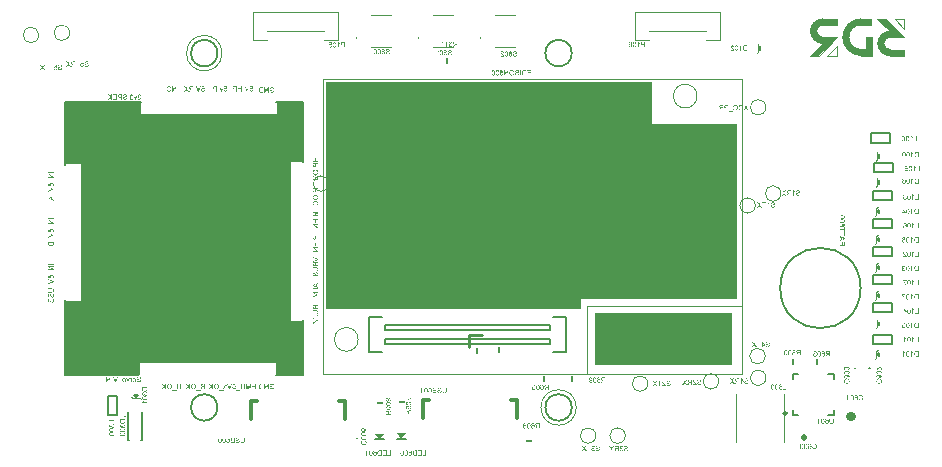
<source format=gbo>
G04 Layer_Color=32896*
%FSLAX42Y42*%
%MOMM*%
G71*
G01*
G75*
%ADD26C,0.15*%
%ADD28C,0.25*%
%ADD30C,0.20*%
%ADD78C,0.25*%
%ADD79C,0.13*%
%ADD80C,0.10*%
%ADD81C,0.00*%
%ADD83C,0.30*%
%ADD86R,0.15X0.60*%
%ADD150C,0.10*%
%ADD151C,0.20*%
%ADD152C,0.76*%
%ADD153C,0.51*%
%ADD154R,0.60X0.15*%
G36*
X9283Y3185D02*
X9284Y3185D01*
X9285Y3185D01*
X9286Y3185D01*
X9287Y3185D01*
X9287Y3185D01*
X9288Y3185D01*
X9288Y3185D01*
X9289Y3185D01*
X9289Y3184D01*
X9290Y3184D01*
X9290Y3184D01*
X9290Y3184D01*
X9291Y3184D01*
X9291Y3184D01*
X9291Y3184D01*
X9292Y3184D01*
X9292Y3183D01*
X9293Y3183D01*
X9293Y3183D01*
X9294Y3182D01*
X9294Y3182D01*
X9295Y3181D01*
X9295Y3181D01*
X9295Y3181D01*
X9296Y3180D01*
X9296Y3180D01*
X9296Y3180D01*
X9296Y3180D01*
X9296Y3180D01*
X9296Y3179D01*
X9296Y3179D01*
X9297Y3179D01*
X9297Y3178D01*
X9297Y3178D01*
X9298Y3177D01*
X9298Y3177D01*
X9298Y3176D01*
X9298Y3176D01*
X9298Y3175D01*
X9298Y3175D01*
X9298Y3174D01*
X9298Y3174D01*
X9298Y3174D01*
X9298Y3173D01*
Y3173D01*
Y3173D01*
Y3173D01*
X9298Y3173D01*
X9298Y3172D01*
X9298Y3171D01*
X9298Y3170D01*
X9298Y3170D01*
X9298Y3169D01*
X9297Y3169D01*
X9297Y3168D01*
X9297Y3168D01*
X9297Y3168D01*
X9297Y3168D01*
X9297Y3168D01*
X9297Y3168D01*
X9297Y3168D01*
X9296Y3167D01*
X9296Y3167D01*
X9295Y3166D01*
X9295Y3165D01*
X9294Y3165D01*
X9293Y3164D01*
X9293Y3164D01*
X9293Y3164D01*
X9293Y3164D01*
X9292Y3164D01*
X9292Y3163D01*
X9292Y3163D01*
X9292Y3163D01*
X9291Y3163D01*
X9291Y3163D01*
X9290Y3163D01*
X9290Y3162D01*
X9288Y3162D01*
X9287Y3161D01*
X9286Y3161D01*
X9285Y3161D01*
X9285Y3161D01*
X9284Y3161D01*
X9284Y3161D01*
X9284Y3161D01*
X9284Y3161D01*
X9283D01*
X9283Y3161D01*
X9283D01*
X9282Y3160D01*
X9281Y3160D01*
X9280Y3160D01*
X9280Y3160D01*
X9279Y3159D01*
X9278Y3159D01*
X9278Y3159D01*
X9277Y3159D01*
X9277Y3159D01*
X9276Y3159D01*
X9276Y3159D01*
X9276Y3159D01*
X9276Y3158D01*
X9276Y3158D01*
X9276Y3158D01*
X9275D01*
X9275Y3158D01*
X9275Y3158D01*
X9274Y3158D01*
X9274Y3158D01*
X9273Y3157D01*
X9273Y3157D01*
X9273Y3157D01*
X9272Y3157D01*
X9272Y3156D01*
X9272Y3156D01*
X9272Y3156D01*
X9272Y3156D01*
X9271Y3156D01*
Y3156D01*
X9271Y3155D01*
X9271Y3155D01*
X9270Y3154D01*
X9270Y3153D01*
X9270Y3153D01*
X9270Y3153D01*
Y3152D01*
X9270Y3152D01*
Y3152D01*
Y3152D01*
Y3152D01*
X9270Y3151D01*
X9270Y3151D01*
X9271Y3150D01*
X9271Y3149D01*
X9271Y3149D01*
X9271Y3149D01*
X9271Y3149D01*
X9271Y3148D01*
X9271Y3148D01*
X9271Y3148D01*
Y3148D01*
X9272Y3148D01*
X9273Y3147D01*
X9273Y3147D01*
X9274Y3146D01*
X9274Y3146D01*
X9275Y3146D01*
X9275Y3146D01*
X9275Y3146D01*
X9275Y3146D01*
X9275Y3146D01*
X9275D01*
X9276Y3145D01*
X9277Y3145D01*
X9278Y3145D01*
X9279Y3145D01*
X9280Y3145D01*
X9280Y3145D01*
X9280Y3145D01*
X9281D01*
X9281Y3145D01*
X9281D01*
X9283Y3145D01*
X9284Y3145D01*
X9285Y3145D01*
X9285Y3145D01*
X9286Y3145D01*
X9286Y3145D01*
X9287Y3145D01*
X9287Y3145D01*
X9287Y3146D01*
X9288Y3146D01*
X9288Y3146D01*
X9288Y3146D01*
X9288Y3146D01*
X9288D01*
X9289Y3146D01*
X9289Y3146D01*
X9290Y3147D01*
X9290Y3147D01*
X9291Y3147D01*
X9291Y3148D01*
X9291Y3148D01*
X9292Y3148D01*
X9292Y3148D01*
X9292Y3149D01*
X9292Y3149D01*
X9292Y3149D01*
X9292Y3149D01*
X9293Y3149D01*
X9293Y3149D01*
X9293Y3149D01*
X9293Y3150D01*
X9293Y3151D01*
X9294Y3152D01*
X9294Y3153D01*
X9294Y3153D01*
X9294Y3154D01*
X9294Y3154D01*
X9294Y3154D01*
X9294Y3155D01*
Y3155D01*
X9294Y3155D01*
Y3155D01*
X9300Y3154D01*
X9300Y3154D01*
X9300Y3153D01*
X9300Y3152D01*
X9300Y3151D01*
X9299Y3151D01*
X9299Y3150D01*
X9299Y3149D01*
X9299Y3149D01*
X9299Y3148D01*
X9298Y3148D01*
X9298Y3147D01*
X9298Y3147D01*
X9298Y3147D01*
X9298Y3146D01*
X9298Y3146D01*
X9298Y3146D01*
X9297Y3146D01*
X9297Y3145D01*
X9296Y3145D01*
X9296Y3144D01*
X9295Y3144D01*
X9295Y3143D01*
X9294Y3143D01*
X9293Y3142D01*
X9293Y3142D01*
X9293Y3142D01*
X9292Y3142D01*
X9292Y3141D01*
X9292Y3141D01*
X9291Y3141D01*
X9291Y3141D01*
X9291Y3141D01*
X9290Y3141D01*
X9290Y3140D01*
X9289Y3140D01*
X9288Y3140D01*
X9286Y3140D01*
X9285Y3140D01*
X9285Y3139D01*
X9284Y3139D01*
X9283Y3139D01*
X9283Y3139D01*
X9282Y3139D01*
X9282Y3139D01*
X9281D01*
X9280Y3139D01*
X9279Y3139D01*
X9278Y3139D01*
X9278Y3140D01*
X9277Y3140D01*
X9276Y3140D01*
X9276Y3140D01*
X9275Y3140D01*
X9274Y3140D01*
X9274Y3140D01*
X9273Y3141D01*
X9273Y3141D01*
X9273Y3141D01*
X9273Y3141D01*
X9272Y3141D01*
X9272Y3141D01*
X9272Y3141D01*
X9271Y3142D01*
X9270Y3142D01*
X9270Y3142D01*
X9269Y3143D01*
X9269Y3143D01*
X9268Y3144D01*
X9268Y3144D01*
X9268Y3144D01*
X9267Y3145D01*
X9267Y3145D01*
X9267Y3145D01*
X9267Y3146D01*
X9267Y3146D01*
X9267Y3146D01*
X9267Y3146D01*
X9266Y3146D01*
X9266Y3147D01*
X9266Y3148D01*
X9265Y3148D01*
X9265Y3149D01*
X9265Y3149D01*
X9265Y3150D01*
X9265Y3150D01*
X9265Y3151D01*
X9265Y3151D01*
X9265Y3152D01*
X9265Y3152D01*
X9265Y3152D01*
Y3152D01*
Y3153D01*
Y3153D01*
X9265Y3153D01*
X9265Y3154D01*
X9265Y3155D01*
X9265Y3155D01*
X9265Y3156D01*
X9265Y3156D01*
X9265Y3157D01*
X9265Y3157D01*
X9266Y3158D01*
X9266Y3158D01*
X9266Y3158D01*
X9266Y3158D01*
X9266Y3159D01*
X9266Y3159D01*
X9266Y3159D01*
X9266Y3159D01*
X9267Y3159D01*
X9267Y3160D01*
X9268Y3161D01*
X9269Y3162D01*
X9270Y3162D01*
X9270Y3162D01*
X9270Y3163D01*
X9271Y3163D01*
X9271Y3163D01*
X9272Y3163D01*
X9272Y3163D01*
X9272Y3163D01*
X9272Y3163D01*
X9272Y3164D01*
X9273Y3164D01*
X9273Y3164D01*
X9274Y3164D01*
X9275Y3164D01*
X9276Y3165D01*
X9276Y3165D01*
X9278Y3165D01*
X9279Y3166D01*
X9280Y3166D01*
X9280Y3166D01*
X9281Y3166D01*
X9281Y3166D01*
X9282Y3166D01*
X9282Y3166D01*
X9282Y3166D01*
X9282D01*
X9282Y3166D01*
X9282D01*
X9283Y3167D01*
X9284Y3167D01*
X9286Y3167D01*
X9286Y3168D01*
X9287Y3168D01*
X9288Y3168D01*
X9289Y3168D01*
X9289Y3169D01*
X9290Y3169D01*
X9290Y3169D01*
X9290Y3169D01*
X9291Y3169D01*
X9291Y3169D01*
X9291Y3169D01*
X9291Y3170D01*
X9291Y3170D01*
X9291Y3170D01*
X9291Y3170D01*
X9292Y3170D01*
X9292Y3171D01*
X9292Y3171D01*
X9292Y3172D01*
X9293Y3173D01*
X9293Y3173D01*
X9293Y3173D01*
X9293Y3173D01*
Y3173D01*
Y3173D01*
Y3174D01*
X9293Y3174D01*
X9293Y3175D01*
X9292Y3175D01*
X9292Y3175D01*
X9292Y3176D01*
X9292Y3177D01*
X9291Y3177D01*
X9291Y3177D01*
X9291Y3177D01*
X9291Y3178D01*
X9291Y3178D01*
X9290Y3178D01*
X9290Y3178D01*
X9290Y3178D01*
X9290Y3178D01*
X9290Y3179D01*
X9289Y3179D01*
X9289Y3179D01*
X9288Y3179D01*
X9287Y3180D01*
X9287Y3180D01*
X9285Y3180D01*
X9285Y3180D01*
X9284Y3180D01*
X9284Y3180D01*
X9283Y3180D01*
X9283Y3180D01*
X9282D01*
X9281Y3180D01*
X9281Y3180D01*
X9280Y3180D01*
X9279Y3180D01*
X9278Y3180D01*
X9278Y3180D01*
X9277Y3179D01*
X9277Y3179D01*
X9276Y3179D01*
X9276Y3179D01*
X9275Y3179D01*
X9275Y3178D01*
X9275Y3178D01*
X9275Y3178D01*
X9275Y3178D01*
X9275Y3178D01*
X9274Y3178D01*
X9274Y3177D01*
X9273Y3177D01*
X9273Y3176D01*
X9273Y3176D01*
X9273Y3175D01*
X9272Y3175D01*
X9272Y3174D01*
X9272Y3174D01*
X9272Y3173D01*
X9272Y3173D01*
X9272Y3172D01*
X9272Y3172D01*
X9272Y3172D01*
X9272Y3172D01*
Y3172D01*
X9266Y3172D01*
X9266Y3173D01*
X9266Y3174D01*
X9266Y3174D01*
X9266Y3175D01*
X9266Y3175D01*
X9267Y3176D01*
X9267Y3177D01*
X9267Y3177D01*
X9267Y3178D01*
X9267Y3178D01*
X9268Y3178D01*
X9268Y3179D01*
X9268Y3179D01*
X9268Y3179D01*
X9268Y3179D01*
X9268Y3179D01*
X9268Y3180D01*
X9269Y3180D01*
X9269Y3181D01*
X9270Y3181D01*
X9270Y3182D01*
X9271Y3182D01*
X9271Y3182D01*
X9272Y3183D01*
X9272Y3183D01*
X9273Y3183D01*
X9273Y3183D01*
X9273Y3184D01*
X9274Y3184D01*
X9274Y3184D01*
X9274Y3184D01*
X9274Y3184D01*
X9275Y3184D01*
X9275Y3184D01*
X9276Y3185D01*
X9277Y3185D01*
X9278Y3185D01*
X9279Y3185D01*
X9280Y3185D01*
X9280Y3185D01*
X9281Y3185D01*
X9281Y3185D01*
X9282D01*
X9282Y3185D01*
X9283D01*
X9283Y3185D01*
D02*
G37*
G36*
X6778Y6037D02*
X6779Y6036D01*
X6780Y6036D01*
X6781Y6036D01*
X6782Y6035D01*
X6783Y6035D01*
X6784Y6035D01*
X6785Y6034D01*
X6786Y6034D01*
X6786Y6033D01*
X6787Y6033D01*
X6787Y6032D01*
X6787Y6032D01*
X6788Y6032D01*
X6788Y6032D01*
X6788Y6032D01*
X6788Y6031D01*
X6789Y6030D01*
X6789Y6030D01*
X6789Y6029D01*
X6790Y6028D01*
X6791Y6026D01*
X6791Y6025D01*
X6791Y6023D01*
X6792Y6021D01*
X6792Y6020D01*
X6792Y6018D01*
X6792Y6017D01*
X6792Y6017D01*
X6792Y6016D01*
X6793Y6015D01*
X6793Y6015D01*
Y6014D01*
X6793Y6014D01*
Y6014D01*
X6793Y6013D01*
Y6013D01*
Y6013D01*
Y6013D01*
Y6013D01*
Y6012D01*
X6793Y6011D01*
X6793Y6010D01*
X6792Y6009D01*
X6792Y6008D01*
X6792Y6007D01*
X6792Y6006D01*
X6792Y6005D01*
X6792Y6005D01*
X6792Y6004D01*
X6791Y6003D01*
X6791Y6002D01*
X6791Y6002D01*
X6791Y6001D01*
X6791Y6001D01*
X6790Y6000D01*
X6790Y6000D01*
X6790Y5999D01*
X6790Y5999D01*
X6790Y5998D01*
X6790Y5998D01*
X6789Y5998D01*
X6789Y5997D01*
X6789Y5997D01*
X6789Y5996D01*
X6788Y5996D01*
X6788Y5996D01*
X6787Y5995D01*
X6787Y5995D01*
X6786Y5994D01*
X6785Y5993D01*
X6784Y5993D01*
X6783Y5992D01*
X6782Y5992D01*
X6781Y5992D01*
X6780Y5992D01*
X6780Y5991D01*
X6779Y5991D01*
X6778Y5991D01*
X6778Y5991D01*
X6778D01*
X6777Y5991D01*
X6777D01*
X6776Y5991D01*
X6776Y5991D01*
X6775Y5991D01*
X6774Y5991D01*
X6774Y5992D01*
X6773Y5992D01*
X6773Y5992D01*
X6772Y5992D01*
X6772Y5992D01*
X6771Y5992D01*
X6771Y5993D01*
X6771Y5993D01*
X6770Y5993D01*
X6770Y5993D01*
X6770Y5993D01*
X6770Y5993D01*
X6769Y5993D01*
X6769Y5994D01*
X6768Y5994D01*
X6768Y5995D01*
X6767Y5995D01*
X6767Y5996D01*
X6767Y5996D01*
X6766Y5997D01*
X6766Y5997D01*
X6766Y5997D01*
X6766Y5998D01*
X6765Y5998D01*
X6765Y5998D01*
X6765Y5998D01*
X6765Y5999D01*
X6765Y5999D01*
X6765Y5999D01*
X6764Y6000D01*
X6764Y6001D01*
X6764Y6001D01*
X6764Y6002D01*
X6764Y6003D01*
X6763Y6003D01*
X6763Y6004D01*
X6763Y6004D01*
X6763Y6005D01*
X6763Y6005D01*
X6763Y6006D01*
X6763Y6006D01*
Y6006D01*
Y6006D01*
Y6006D01*
X6763Y6008D01*
X6763Y6009D01*
X6764Y6010D01*
X6764Y6011D01*
X6764Y6012D01*
X6764Y6012D01*
X6765Y6013D01*
X6765Y6014D01*
X6765Y6015D01*
X6766Y6015D01*
X6766Y6016D01*
X6766Y6016D01*
X6767Y6016D01*
X6767Y6017D01*
X6767Y6017D01*
X6767Y6017D01*
X6768Y6017D01*
X6769Y6018D01*
X6769Y6019D01*
X6770Y6019D01*
X6771Y6020D01*
X6772Y6020D01*
X6772Y6020D01*
X6773Y6020D01*
X6774Y6020D01*
X6774Y6021D01*
X6775Y6021D01*
X6775Y6021D01*
X6776Y6021D01*
X6776Y6021D01*
X6777D01*
X6778Y6021D01*
X6779Y6021D01*
X6780Y6020D01*
X6780Y6020D01*
X6781Y6020D01*
X6781Y6020D01*
X6781Y6020D01*
X6782Y6020D01*
X6782Y6020D01*
X6782Y6019D01*
X6782Y6019D01*
X6782Y6019D01*
X6782Y6019D01*
X6783Y6019D01*
X6783Y6019D01*
X6784Y6018D01*
X6785Y6017D01*
X6786Y6017D01*
X6786Y6017D01*
X6786Y6016D01*
X6786Y6016D01*
X6787Y6016D01*
X6787Y6015D01*
X6787Y6015D01*
X6787Y6015D01*
X6787Y6015D01*
X6787Y6015D01*
X6787Y6016D01*
X6787Y6017D01*
X6787Y6018D01*
X6787Y6019D01*
X6787Y6020D01*
X6787Y6021D01*
X6787Y6022D01*
X6786Y6023D01*
X6786Y6023D01*
X6786Y6024D01*
X6786Y6024D01*
X6786Y6025D01*
X6786Y6025D01*
X6786Y6025D01*
X6786Y6025D01*
Y6025D01*
X6785Y6026D01*
X6785Y6026D01*
X6785Y6027D01*
X6784Y6028D01*
X6784Y6028D01*
X6784Y6029D01*
X6783Y6029D01*
X6783Y6029D01*
X6783Y6030D01*
X6782Y6030D01*
X6782Y6030D01*
X6782Y6030D01*
X6782Y6030D01*
X6782Y6031D01*
X6782Y6031D01*
X6782Y6031D01*
X6781Y6031D01*
X6781Y6031D01*
X6780Y6032D01*
X6779Y6032D01*
X6779Y6032D01*
X6778Y6032D01*
X6778Y6032D01*
X6778Y6032D01*
X6777D01*
X6777Y6032D01*
X6777D01*
X6776Y6032D01*
X6776Y6032D01*
X6775Y6032D01*
X6775Y6032D01*
X6774Y6032D01*
X6774Y6031D01*
X6773Y6031D01*
X6773Y6031D01*
X6773Y6031D01*
X6772Y6031D01*
X6772Y6030D01*
X6772Y6030D01*
X6772Y6030D01*
X6772Y6030D01*
X6772Y6030D01*
X6772Y6030D01*
X6771Y6030D01*
X6771Y6029D01*
X6771Y6028D01*
X6770Y6028D01*
X6770Y6027D01*
X6770Y6026D01*
X6770Y6026D01*
X6770Y6026D01*
X6769Y6025D01*
X6769Y6025D01*
X6769Y6025D01*
Y6025D01*
X6764Y6026D01*
X6764Y6026D01*
X6764Y6027D01*
X6765Y6028D01*
X6765Y6029D01*
X6765Y6030D01*
X6766Y6030D01*
X6766Y6031D01*
X6766Y6032D01*
X6767Y6032D01*
X6767Y6032D01*
X6767Y6033D01*
X6767Y6033D01*
X6768Y6033D01*
X6768Y6034D01*
X6768Y6034D01*
X6768Y6034D01*
X6769Y6034D01*
X6769Y6035D01*
X6770Y6035D01*
X6771Y6035D01*
X6772Y6036D01*
X6772Y6036D01*
X6773Y6036D01*
X6774Y6036D01*
X6774Y6036D01*
X6775Y6037D01*
X6775Y6037D01*
X6776Y6037D01*
X6776D01*
X6776Y6037D01*
X6777D01*
X6778Y6037D01*
D02*
G37*
G36*
X6706Y6036D02*
X6707Y6036D01*
X6707Y6035D01*
X6708Y6034D01*
X6709Y6033D01*
X6709Y6033D01*
X6709Y6032D01*
X6710Y6032D01*
X6710Y6031D01*
X6710Y6031D01*
X6711Y6031D01*
X6711Y6031D01*
X6711Y6031D01*
X6711Y6031D01*
X6712Y6030D01*
X6714Y6029D01*
X6715Y6028D01*
X6716Y6027D01*
X6716Y6027D01*
X6717Y6027D01*
X6717Y6026D01*
X6718Y6026D01*
X6718Y6026D01*
X6718Y6026D01*
X6719Y6026D01*
X6719Y6025D01*
X6719Y6025D01*
Y6020D01*
X6718Y6021D01*
X6717Y6021D01*
X6716Y6021D01*
X6715Y6022D01*
X6715Y6022D01*
X6714Y6022D01*
X6714Y6023D01*
X6714Y6023D01*
X6713Y6023D01*
X6713Y6023D01*
X6713Y6023D01*
X6713Y6023D01*
X6712Y6024D01*
X6711Y6024D01*
X6711Y6024D01*
X6710Y6025D01*
X6710Y6025D01*
X6710Y6025D01*
X6709Y6026D01*
X6709Y6026D01*
X6709Y6026D01*
X6708Y6026D01*
X6708Y6026D01*
X6708Y6027D01*
X6708Y6027D01*
X6708Y6027D01*
X6708Y6027D01*
Y5992D01*
X6702D01*
Y6037D01*
X6706D01*
X6706Y6036D01*
D02*
G37*
G36*
X6700Y5965D02*
X6701Y5965D01*
X6702Y5965D01*
X6703Y5964D01*
X6703Y5964D01*
X6704Y5964D01*
X6705Y5964D01*
X6705Y5964D01*
X6706Y5963D01*
X6706Y5963D01*
X6707Y5963D01*
X6707Y5963D01*
X6707Y5962D01*
X6707Y5962D01*
X6708Y5962D01*
X6708Y5962D01*
X6708Y5962D01*
X6709Y5961D01*
X6709Y5961D01*
X6710Y5960D01*
X6710Y5959D01*
X6710Y5959D01*
X6711Y5958D01*
X6711Y5957D01*
X6711Y5957D01*
X6712Y5956D01*
X6712Y5956D01*
X6712Y5956D01*
X6712Y5955D01*
X6712Y5955D01*
X6712Y5955D01*
X6712Y5955D01*
X6713Y5954D01*
X6713Y5953D01*
X6713Y5952D01*
X6713Y5951D01*
X6714Y5949D01*
X6714Y5948D01*
X6714Y5947D01*
X6714Y5946D01*
X6714Y5945D01*
X6714Y5944D01*
X6714Y5943D01*
Y5943D01*
X6714Y5943D01*
Y5943D01*
Y5942D01*
Y5942D01*
Y5942D01*
Y5942D01*
Y5942D01*
Y5941D01*
X6714Y5940D01*
X6714Y5939D01*
X6714Y5938D01*
X6714Y5937D01*
X6714Y5936D01*
X6713Y5935D01*
X6713Y5934D01*
X6713Y5933D01*
X6713Y5932D01*
X6713Y5931D01*
X6713Y5931D01*
X6712Y5930D01*
X6712Y5929D01*
X6712Y5929D01*
X6712Y5928D01*
X6712Y5928D01*
X6711Y5927D01*
X6711Y5927D01*
X6711Y5926D01*
X6711Y5926D01*
X6711Y5926D01*
X6710Y5925D01*
X6710Y5925D01*
X6710Y5925D01*
X6710Y5924D01*
X6710Y5924D01*
X6710Y5924D01*
X6710Y5924D01*
X6710Y5924D01*
X6710Y5924D01*
Y5924D01*
X6709Y5923D01*
X6708Y5922D01*
X6707Y5922D01*
X6706Y5921D01*
X6706Y5921D01*
X6705Y5920D01*
X6704Y5920D01*
X6703Y5920D01*
X6702Y5920D01*
X6702Y5920D01*
X6701Y5919D01*
X6701Y5919D01*
X6700Y5919D01*
X6700Y5919D01*
X6699D01*
X6699Y5919D01*
X6698Y5919D01*
X6697Y5920D01*
X6696Y5920D01*
X6695Y5920D01*
X6695Y5920D01*
X6694Y5920D01*
X6694Y5921D01*
X6693Y5921D01*
X6693Y5921D01*
X6692Y5921D01*
X6692Y5921D01*
X6692Y5922D01*
X6692Y5922D01*
X6691Y5922D01*
X6691Y5922D01*
X6691Y5922D01*
X6690Y5923D01*
X6690Y5924D01*
X6689Y5924D01*
X6689Y5925D01*
X6688Y5925D01*
X6688Y5926D01*
X6688Y5927D01*
X6687Y5927D01*
X6687Y5928D01*
X6687Y5928D01*
X6687Y5929D01*
X6687Y5929D01*
X6687Y5929D01*
X6687Y5929D01*
X6687Y5929D01*
X6686Y5930D01*
X6686Y5931D01*
X6686Y5932D01*
X6686Y5933D01*
X6685Y5935D01*
X6685Y5936D01*
X6685Y5937D01*
X6685Y5938D01*
X6685Y5939D01*
X6685Y5940D01*
X6685Y5941D01*
Y5941D01*
X6685Y5941D01*
Y5941D01*
Y5942D01*
Y5942D01*
Y5942D01*
Y5942D01*
Y5942D01*
Y5943D01*
X6685Y5944D01*
X6685Y5945D01*
X6685Y5946D01*
X6685Y5947D01*
X6685Y5948D01*
X6685Y5949D01*
X6685Y5950D01*
X6686Y5950D01*
X6686Y5951D01*
X6686Y5951D01*
X6686Y5952D01*
X6686Y5952D01*
X6686Y5952D01*
X6686Y5953D01*
Y5953D01*
X6686Y5953D01*
X6686Y5954D01*
X6687Y5955D01*
X6687Y5955D01*
X6687Y5956D01*
X6687Y5956D01*
X6687Y5957D01*
X6688Y5957D01*
X6688Y5958D01*
X6688Y5958D01*
X6688Y5958D01*
X6688Y5959D01*
X6689Y5959D01*
X6689Y5959D01*
X6689Y5959D01*
X6689Y5959D01*
X6689Y5960D01*
X6690Y5961D01*
X6691Y5962D01*
X6692Y5962D01*
X6692Y5963D01*
X6692Y5963D01*
X6692Y5963D01*
X6693Y5963D01*
X6693Y5963D01*
X6693Y5963D01*
X6693Y5963D01*
X6693D01*
X6694Y5964D01*
X6694Y5964D01*
X6695Y5964D01*
X6696Y5964D01*
X6697Y5965D01*
X6698Y5965D01*
X6698Y5965D01*
X6699Y5965D01*
X6699D01*
X6699Y5965D01*
X6699D01*
X6700Y5965D01*
D02*
G37*
G36*
X6741Y6036D02*
X6741Y6036D01*
X6742Y6035D01*
X6743Y6034D01*
X6743Y6033D01*
X6744Y6033D01*
X6744Y6032D01*
X6744Y6032D01*
X6745Y6031D01*
X6745Y6031D01*
X6745Y6031D01*
X6745Y6031D01*
X6745Y6031D01*
X6746Y6031D01*
X6747Y6030D01*
X6748Y6029D01*
X6750Y6028D01*
X6750Y6027D01*
X6751Y6027D01*
X6751Y6027D01*
X6752Y6026D01*
X6752Y6026D01*
X6753Y6026D01*
X6753Y6026D01*
X6753Y6026D01*
X6753Y6025D01*
X6754Y6025D01*
Y6020D01*
X6753Y6021D01*
X6752Y6021D01*
X6751Y6021D01*
X6750Y6022D01*
X6749Y6022D01*
X6749Y6022D01*
X6749Y6023D01*
X6748Y6023D01*
X6748Y6023D01*
X6748Y6023D01*
X6748Y6023D01*
X6748Y6023D01*
X6747Y6024D01*
X6746Y6024D01*
X6746Y6024D01*
X6745Y6025D01*
X6745Y6025D01*
X6744Y6025D01*
X6744Y6026D01*
X6744Y6026D01*
X6743Y6026D01*
X6743Y6026D01*
X6743Y6026D01*
X6743Y6027D01*
X6743Y6027D01*
X6743Y6027D01*
X6743Y6027D01*
Y5992D01*
X6737D01*
Y6037D01*
X6741D01*
X6741Y6036D01*
D02*
G37*
G36*
X9222Y3140D02*
X9216D01*
Y3160D01*
X9208D01*
X9207Y3160D01*
X9207Y3160D01*
X9206Y3160D01*
X9206Y3160D01*
X9206Y3160D01*
X9206Y3160D01*
X9206D01*
X9205Y3159D01*
X9205Y3159D01*
X9204Y3159D01*
X9204Y3159D01*
X9203Y3159D01*
X9203Y3159D01*
X9203Y3158D01*
X9203Y3158D01*
X9202Y3158D01*
X9202Y3158D01*
X9201Y3157D01*
X9201Y3157D01*
X9201Y3156D01*
X9200Y3156D01*
X9200Y3156D01*
X9200Y3156D01*
X9200Y3155D01*
X9200Y3155D01*
X9200Y3155D01*
X9199Y3155D01*
X9199Y3154D01*
X9198Y3153D01*
X9197Y3152D01*
X9197Y3151D01*
X9197Y3151D01*
X9196Y3150D01*
X9196Y3150D01*
X9196Y3150D01*
X9196Y3149D01*
X9196Y3149D01*
X9196Y3149D01*
X9190Y3140D01*
X9182D01*
X9190Y3152D01*
X9191Y3153D01*
X9191Y3154D01*
X9192Y3155D01*
X9192Y3155D01*
X9193Y3156D01*
X9193Y3156D01*
X9193Y3156D01*
X9194Y3157D01*
X9194Y3157D01*
X9194Y3157D01*
X9195Y3158D01*
X9195Y3158D01*
X9195Y3158D01*
X9195Y3158D01*
X9195Y3158D01*
X9196Y3159D01*
X9196Y3159D01*
X9197Y3159D01*
X9197Y3160D01*
X9198Y3160D01*
X9198Y3160D01*
X9198Y3160D01*
X9198Y3160D01*
X9198Y3160D01*
X9199Y3160D01*
X9199D01*
X9197Y3161D01*
X9196Y3161D01*
X9195Y3161D01*
X9194Y3161D01*
X9194Y3162D01*
X9193Y3162D01*
X9192Y3162D01*
X9191Y3163D01*
X9191Y3163D01*
X9190Y3163D01*
X9190Y3164D01*
X9190Y3164D01*
X9189Y3164D01*
X9189Y3164D01*
X9189Y3164D01*
X9189Y3164D01*
X9189Y3165D01*
X9188Y3166D01*
X9188Y3166D01*
X9187Y3167D01*
X9187Y3168D01*
X9187Y3168D01*
X9187Y3169D01*
X9186Y3170D01*
X9186Y3170D01*
X9186Y3171D01*
X9186Y3171D01*
X9186Y3172D01*
Y3172D01*
X9186Y3172D01*
Y3172D01*
Y3172D01*
X9186Y3173D01*
X9186Y3174D01*
X9186Y3174D01*
X9186Y3175D01*
X9186Y3176D01*
X9187Y3176D01*
X9187Y3177D01*
X9187Y3177D01*
X9187Y3178D01*
X9187Y3178D01*
X9187Y3178D01*
X9188Y3179D01*
X9188Y3179D01*
X9188Y3179D01*
X9188Y3179D01*
X9188Y3179D01*
X9188Y3180D01*
X9189Y3180D01*
X9189Y3181D01*
X9189Y3181D01*
X9190Y3182D01*
X9190Y3182D01*
X9191Y3182D01*
X9191Y3182D01*
X9191Y3183D01*
X9192Y3183D01*
X9192Y3183D01*
X9192Y3183D01*
X9193Y3183D01*
X9193Y3183D01*
X9193Y3183D01*
X9193D01*
X9193Y3184D01*
X9194Y3184D01*
X9195Y3184D01*
X9196Y3184D01*
X9197Y3184D01*
X9198Y3184D01*
X9199Y3184D01*
X9199Y3185D01*
X9200Y3185D01*
X9200Y3185D01*
X9201D01*
X9201Y3185D01*
X9222D01*
Y3140D01*
D02*
G37*
G36*
X5034Y2658D02*
X5034Y2657D01*
X5034Y2655D01*
X5034Y2654D01*
X5034Y2653D01*
X5034Y2652D01*
X5034Y2651D01*
X5034Y2650D01*
X5033Y2650D01*
X5033Y2649D01*
X5033Y2648D01*
X5033Y2648D01*
X5033Y2647D01*
X5033Y2647D01*
X5033Y2647D01*
X5033Y2647D01*
X5033Y2647D01*
X5032Y2646D01*
X5032Y2645D01*
X5031Y2645D01*
X5031Y2644D01*
X5031Y2643D01*
X5030Y2643D01*
X5030Y2642D01*
X5029Y2642D01*
X5029Y2642D01*
X5028Y2641D01*
X5028Y2641D01*
X5028Y2641D01*
X5027Y2641D01*
X5027Y2641D01*
X5027Y2641D01*
X5027Y2640D01*
X5026Y2640D01*
X5025Y2640D01*
X5024Y2639D01*
X5024Y2639D01*
X5023Y2639D01*
X5022Y2639D01*
X5021Y2639D01*
X5020Y2639D01*
X5020Y2639D01*
X5019Y2638D01*
X5018Y2638D01*
X5018Y2638D01*
X5017Y2638D01*
X5017D01*
X5015Y2638D01*
X5014Y2638D01*
X5013Y2639D01*
X5012Y2639D01*
X5011Y2639D01*
X5011Y2639D01*
X5010Y2639D01*
X5009Y2640D01*
X5008Y2640D01*
X5008Y2640D01*
X5007Y2640D01*
X5007Y2640D01*
X5007Y2641D01*
X5006Y2641D01*
X5006Y2641D01*
X5006Y2641D01*
X5006Y2641D01*
X5005Y2642D01*
X5004Y2642D01*
X5004Y2643D01*
X5003Y2643D01*
X5003Y2644D01*
X5002Y2644D01*
X5002Y2645D01*
X5002Y2645D01*
X5001Y2646D01*
X5001Y2646D01*
X5001Y2647D01*
X5001Y2647D01*
X5001Y2647D01*
X5001Y2647D01*
X5001Y2647D01*
X5000Y2648D01*
X5000Y2649D01*
X5000Y2650D01*
X5000Y2651D01*
X5000Y2652D01*
X4999Y2653D01*
X4999Y2654D01*
X4999Y2655D01*
X4999Y2656D01*
X4999Y2656D01*
Y2657D01*
X4999Y2657D01*
Y2657D01*
Y2658D01*
Y2658D01*
Y2658D01*
Y2658D01*
Y2658D01*
Y2684D01*
X5005D01*
Y2658D01*
X5005Y2656D01*
X5005Y2655D01*
X5005Y2654D01*
X5006Y2653D01*
X5006Y2652D01*
X5006Y2651D01*
X5006Y2650D01*
X5006Y2649D01*
X5007Y2648D01*
X5007Y2648D01*
X5007Y2648D01*
X5007Y2647D01*
X5008Y2647D01*
X5008Y2647D01*
X5008Y2647D01*
X5008Y2647D01*
X5008Y2646D01*
X5009Y2646D01*
X5010Y2645D01*
X5010Y2645D01*
X5011Y2645D01*
X5012Y2644D01*
X5013Y2644D01*
X5014Y2644D01*
X5014Y2644D01*
X5015Y2644D01*
X5016Y2644D01*
X5016Y2644D01*
X5017D01*
X5017Y2644D01*
X5017D01*
X5018Y2644D01*
X5019Y2644D01*
X5019Y2644D01*
X5020Y2644D01*
X5020Y2644D01*
X5021Y2644D01*
X5021Y2644D01*
X5022Y2644D01*
X5022Y2645D01*
X5023Y2645D01*
X5023Y2645D01*
X5023Y2645D01*
X5023Y2645D01*
X5023Y2645D01*
X5024Y2645D01*
X5024D01*
X5024Y2645D01*
X5025Y2646D01*
X5025Y2646D01*
X5025Y2646D01*
X5026Y2647D01*
X5026Y2647D01*
X5026Y2648D01*
X5027Y2648D01*
X5027Y2649D01*
X5027Y2649D01*
X5027Y2649D01*
X5027Y2649D01*
X5027Y2649D01*
Y2649D01*
X5028Y2650D01*
X5028Y2651D01*
X5028Y2651D01*
X5028Y2652D01*
X5028Y2653D01*
X5028Y2654D01*
X5028Y2655D01*
X5028Y2655D01*
X5028Y2656D01*
X5028Y2657D01*
Y2657D01*
X5028Y2657D01*
Y2658D01*
Y2658D01*
Y2658D01*
Y2684D01*
X5034D01*
Y2658D01*
D02*
G37*
G36*
X9164Y3163D02*
X9181Y3140D01*
X9174D01*
X9163Y3155D01*
X9163Y3156D01*
X9162Y3156D01*
X9162Y3157D01*
X9162Y3157D01*
X9161Y3158D01*
X9161Y3158D01*
X9161Y3158D01*
X9161Y3159D01*
X9161Y3159D01*
Y3159D01*
X9160Y3158D01*
X9160Y3157D01*
X9160Y3157D01*
X9159Y3156D01*
X9159Y3156D01*
X9159Y3156D01*
X9159Y3156D01*
X9148Y3140D01*
X9140D01*
X9157Y3163D01*
X9142Y3185D01*
X9148D01*
X9157Y3173D01*
X9158Y3172D01*
X9158Y3171D01*
X9159Y3170D01*
X9159Y3169D01*
X9160Y3169D01*
X9160Y3169D01*
X9160Y3168D01*
X9160Y3168D01*
X9160Y3168D01*
X9160Y3168D01*
X9160Y3168D01*
X9160Y3168D01*
X9161Y3168D01*
X9161Y3169D01*
X9161Y3169D01*
X9162Y3170D01*
X9163Y3171D01*
X9163Y3172D01*
X9163Y3172D01*
X9163Y3172D01*
X9164Y3173D01*
X9164Y3173D01*
X9164Y3173D01*
X9164Y3173D01*
X9164Y3173D01*
X9172Y3185D01*
X9179D01*
X9164Y3163D01*
D02*
G37*
G36*
X4894Y2684D02*
X4895Y2684D01*
X4896Y2683D01*
X4897Y2683D01*
X4898Y2683D01*
X4899Y2682D01*
X4900Y2682D01*
X4901Y2681D01*
X4902Y2681D01*
X4902Y2680D01*
X4903Y2680D01*
X4903Y2680D01*
X4903Y2679D01*
X4904Y2679D01*
X4904Y2679D01*
X4904Y2679D01*
X4904Y2678D01*
X4905Y2678D01*
X4905Y2677D01*
X4905Y2676D01*
X4906Y2675D01*
X4907Y2673D01*
X4907Y2672D01*
X4907Y2670D01*
X4908Y2669D01*
X4908Y2667D01*
X4908Y2666D01*
X4908Y2664D01*
X4908Y2664D01*
X4908Y2663D01*
X4909Y2663D01*
X4909Y2662D01*
Y2662D01*
X4909Y2661D01*
Y2661D01*
X4909Y2661D01*
Y2660D01*
Y2660D01*
Y2660D01*
Y2660D01*
Y2659D01*
X4909Y2658D01*
X4909Y2657D01*
X4908Y2656D01*
X4908Y2655D01*
X4908Y2654D01*
X4908Y2653D01*
X4908Y2652D01*
X4908Y2652D01*
X4908Y2651D01*
X4907Y2650D01*
X4907Y2650D01*
X4907Y2649D01*
X4907Y2648D01*
X4907Y2648D01*
X4906Y2647D01*
X4906Y2647D01*
X4906Y2646D01*
X4906Y2646D01*
X4906Y2646D01*
X4906Y2645D01*
X4905Y2645D01*
X4905Y2644D01*
X4905Y2644D01*
X4905Y2644D01*
X4904Y2643D01*
X4904Y2643D01*
X4903Y2642D01*
X4903Y2642D01*
X4902Y2641D01*
X4901Y2640D01*
X4900Y2640D01*
X4899Y2640D01*
X4898Y2639D01*
X4897Y2639D01*
X4896Y2639D01*
X4896Y2639D01*
X4895Y2638D01*
X4894Y2638D01*
X4894Y2638D01*
X4894D01*
X4893Y2638D01*
X4893D01*
X4892Y2638D01*
X4892Y2638D01*
X4891Y2638D01*
X4890Y2639D01*
X4890Y2639D01*
X4889Y2639D01*
X4889Y2639D01*
X4888Y2639D01*
X4888Y2639D01*
X4887Y2640D01*
X4887Y2640D01*
X4887Y2640D01*
X4886Y2640D01*
X4886Y2640D01*
X4886Y2640D01*
X4886Y2640D01*
X4885Y2641D01*
X4885Y2641D01*
X4884Y2641D01*
X4884Y2642D01*
X4883Y2642D01*
X4883Y2643D01*
X4883Y2643D01*
X4882Y2644D01*
X4882Y2644D01*
X4882Y2644D01*
X4882Y2645D01*
X4881Y2645D01*
X4881Y2645D01*
X4881Y2646D01*
X4881Y2646D01*
X4881Y2646D01*
X4881Y2646D01*
X4880Y2647D01*
X4880Y2648D01*
X4880Y2648D01*
X4880Y2649D01*
X4880Y2650D01*
X4879Y2650D01*
X4879Y2651D01*
X4879Y2652D01*
X4879Y2652D01*
X4879Y2652D01*
X4879Y2653D01*
X4879Y2653D01*
Y2653D01*
Y2654D01*
Y2654D01*
X4879Y2655D01*
X4879Y2656D01*
X4880Y2657D01*
X4880Y2658D01*
X4880Y2659D01*
X4880Y2660D01*
X4881Y2660D01*
X4881Y2661D01*
X4881Y2662D01*
X4882Y2662D01*
X4882Y2663D01*
X4882Y2663D01*
X4883Y2664D01*
X4883Y2664D01*
X4883Y2664D01*
X4883Y2664D01*
X4884Y2665D01*
X4885Y2665D01*
X4885Y2666D01*
X4886Y2666D01*
X4887Y2667D01*
X4888Y2667D01*
X4888Y2667D01*
X4889Y2668D01*
X4890Y2668D01*
X4890Y2668D01*
X4891Y2668D01*
X4891Y2668D01*
X4892Y2668D01*
X4892Y2668D01*
X4893D01*
X4894Y2668D01*
X4895Y2668D01*
X4896Y2668D01*
X4896Y2667D01*
X4897Y2667D01*
X4897Y2667D01*
X4897Y2667D01*
X4898Y2667D01*
X4898Y2667D01*
X4898Y2667D01*
X4898Y2667D01*
X4898Y2667D01*
X4898Y2667D01*
X4899Y2666D01*
X4899Y2666D01*
X4900Y2665D01*
X4901Y2664D01*
X4902Y2664D01*
X4902Y2664D01*
X4902Y2663D01*
X4902Y2663D01*
X4903Y2663D01*
X4903Y2663D01*
X4903Y2662D01*
X4903Y2662D01*
X4903Y2662D01*
X4903Y2662D01*
X4903Y2663D01*
X4903Y2664D01*
X4903Y2666D01*
X4903Y2667D01*
X4903Y2667D01*
X4903Y2668D01*
X4903Y2669D01*
X4902Y2670D01*
X4902Y2670D01*
X4902Y2671D01*
X4902Y2671D01*
X4902Y2672D01*
X4902Y2672D01*
X4902Y2672D01*
X4902Y2672D01*
Y2672D01*
X4901Y2673D01*
X4901Y2674D01*
X4901Y2674D01*
X4900Y2675D01*
X4900Y2675D01*
X4900Y2676D01*
X4899Y2676D01*
X4899Y2676D01*
X4899Y2677D01*
X4898Y2677D01*
X4898Y2677D01*
X4898Y2678D01*
X4898Y2678D01*
X4898Y2678D01*
X4898Y2678D01*
X4898Y2678D01*
X4897Y2678D01*
X4897Y2678D01*
X4896Y2679D01*
X4895Y2679D01*
X4895Y2679D01*
X4894Y2679D01*
X4894Y2679D01*
X4894Y2679D01*
X4893D01*
X4893Y2679D01*
X4893D01*
X4892Y2679D01*
X4892Y2679D01*
X4891Y2679D01*
X4891Y2679D01*
X4890Y2679D01*
X4890Y2679D01*
X4889Y2678D01*
X4889Y2678D01*
X4889Y2678D01*
X4888Y2678D01*
X4888Y2678D01*
X4888Y2677D01*
X4888Y2677D01*
X4888Y2677D01*
X4888Y2677D01*
X4888Y2677D01*
X4887Y2677D01*
X4887Y2676D01*
X4887Y2676D01*
X4886Y2675D01*
X4886Y2674D01*
X4886Y2673D01*
X4886Y2673D01*
X4886Y2673D01*
X4885Y2673D01*
X4885Y2672D01*
X4885Y2672D01*
Y2672D01*
X4880Y2673D01*
X4880Y2674D01*
X4880Y2675D01*
X4881Y2675D01*
X4881Y2676D01*
X4881Y2677D01*
X4882Y2678D01*
X4882Y2678D01*
X4882Y2679D01*
X4883Y2679D01*
X4883Y2680D01*
X4883Y2680D01*
X4883Y2680D01*
X4884Y2681D01*
X4884Y2681D01*
X4884Y2681D01*
X4884Y2681D01*
X4885Y2681D01*
X4885Y2682D01*
X4886Y2682D01*
X4887Y2683D01*
X4888Y2683D01*
X4888Y2683D01*
X4889Y2683D01*
X4890Y2684D01*
X4890Y2684D01*
X4891Y2684D01*
X4891Y2684D01*
X4892Y2684D01*
X4892D01*
X4892Y2684D01*
X4893D01*
X4894Y2684D01*
D02*
G37*
G36*
X6835Y5992D02*
X6829D01*
Y6012D01*
X6822D01*
X6821Y6012D01*
X6820Y6012D01*
X6820Y6012D01*
X6820Y6012D01*
X6819Y6012D01*
X6819Y6011D01*
X6819D01*
X6819Y6011D01*
X6818Y6011D01*
X6818Y6011D01*
X6817Y6011D01*
X6817Y6011D01*
X6817Y6010D01*
X6816Y6010D01*
X6816Y6010D01*
X6816Y6010D01*
X6815Y6009D01*
X6815Y6009D01*
X6814Y6008D01*
X6814Y6008D01*
X6814Y6008D01*
X6814Y6007D01*
X6813Y6007D01*
X6813Y6007D01*
X6813Y6007D01*
X6813Y6007D01*
X6813Y6006D01*
X6812Y6005D01*
X6811Y6004D01*
X6811Y6003D01*
X6810Y6003D01*
X6810Y6003D01*
X6810Y6002D01*
X6810Y6002D01*
X6809Y6002D01*
X6809Y6001D01*
X6809Y6001D01*
X6809Y6001D01*
X6803Y5992D01*
X6796D01*
X6804Y6004D01*
X6804Y6005D01*
X6805Y6006D01*
X6805Y6006D01*
X6806Y6007D01*
X6806Y6007D01*
X6807Y6008D01*
X6807Y6008D01*
X6807Y6009D01*
X6808Y6009D01*
X6808Y6009D01*
X6808Y6010D01*
X6808Y6010D01*
X6808Y6010D01*
X6808Y6010D01*
X6808Y6010D01*
X6809Y6010D01*
X6810Y6011D01*
X6810Y6011D01*
X6811Y6011D01*
X6811Y6012D01*
X6811Y6012D01*
X6812Y6012D01*
X6812Y6012D01*
X6812Y6012D01*
X6812Y6012D01*
X6812D01*
X6811Y6012D01*
X6810Y6013D01*
X6809Y6013D01*
X6808Y6013D01*
X6807Y6014D01*
X6806Y6014D01*
X6806Y6014D01*
X6805Y6015D01*
X6804Y6015D01*
X6804Y6015D01*
X6803Y6016D01*
X6803Y6016D01*
X6803Y6016D01*
X6803Y6016D01*
X6803Y6016D01*
X6803Y6016D01*
X6802Y6017D01*
X6802Y6018D01*
X6801Y6018D01*
X6801Y6019D01*
X6800Y6020D01*
X6800Y6020D01*
X6800Y6021D01*
X6800Y6022D01*
X6800Y6022D01*
X6800Y6023D01*
X6800Y6023D01*
X6799Y6024D01*
Y6024D01*
X6799Y6024D01*
Y6024D01*
Y6024D01*
X6799Y6025D01*
X6800Y6026D01*
X6800Y6026D01*
X6800Y6027D01*
X6800Y6028D01*
X6800Y6028D01*
X6800Y6029D01*
X6800Y6029D01*
X6801Y6029D01*
X6801Y6030D01*
X6801Y6030D01*
X6801Y6031D01*
X6801Y6031D01*
X6801Y6031D01*
X6801Y6031D01*
X6801Y6031D01*
X6802Y6032D01*
X6802Y6032D01*
X6802Y6033D01*
X6803Y6033D01*
X6803Y6033D01*
X6804Y6034D01*
X6804Y6034D01*
X6805Y6034D01*
X6805Y6035D01*
X6805Y6035D01*
X6806Y6035D01*
X6806Y6035D01*
X6806Y6035D01*
X6806Y6035D01*
X6806Y6035D01*
X6806D01*
X6807Y6036D01*
X6808Y6036D01*
X6808Y6036D01*
X6809Y6036D01*
X6811Y6036D01*
X6811Y6036D01*
X6812Y6036D01*
X6813Y6036D01*
X6813Y6036D01*
X6814Y6036D01*
X6814D01*
X6815Y6037D01*
X6835D01*
Y5992D01*
D02*
G37*
G36*
X9260Y3156D02*
Y3151D01*
X9241D01*
Y3140D01*
X9236D01*
Y3151D01*
X9230D01*
Y3156D01*
X9236D01*
Y3185D01*
X9240D01*
X9260Y3156D01*
D02*
G37*
G36*
X6773Y5965D02*
X6774Y5965D01*
X6775Y5965D01*
X6776Y5965D01*
X6777Y5965D01*
X6777Y5965D01*
X6778Y5965D01*
X6778Y5965D01*
X6779Y5965D01*
X6779Y5964D01*
X6780Y5964D01*
X6780Y5964D01*
X6780Y5964D01*
X6781Y5964D01*
X6781Y5964D01*
X6781Y5964D01*
X6782Y5964D01*
X6782Y5963D01*
X6783Y5963D01*
X6783Y5963D01*
X6784Y5962D01*
X6784Y5962D01*
X6785Y5961D01*
X6785Y5961D01*
X6785Y5961D01*
X6786Y5960D01*
X6786Y5960D01*
X6786Y5960D01*
X6786Y5960D01*
X6786Y5960D01*
X6786Y5959D01*
X6786Y5959D01*
X6787Y5959D01*
X6787Y5958D01*
X6787Y5958D01*
X6788Y5957D01*
X6788Y5957D01*
X6788Y5956D01*
X6788Y5956D01*
X6788Y5955D01*
X6788Y5955D01*
X6788Y5954D01*
X6788Y5954D01*
X6788Y5954D01*
X6788Y5953D01*
Y5953D01*
Y5953D01*
Y5953D01*
X6788Y5953D01*
X6788Y5952D01*
X6788Y5951D01*
X6788Y5950D01*
X6788Y5950D01*
X6788Y5949D01*
X6787Y5949D01*
X6787Y5948D01*
X6787Y5948D01*
X6787Y5948D01*
X6787Y5948D01*
X6787Y5948D01*
X6787Y5948D01*
X6787Y5948D01*
X6786Y5947D01*
X6786Y5947D01*
X6785Y5946D01*
X6785Y5945D01*
X6784Y5945D01*
X6783Y5944D01*
X6783Y5944D01*
X6783Y5944D01*
X6783Y5944D01*
X6782Y5944D01*
X6782Y5943D01*
X6782Y5943D01*
X6782Y5943D01*
X6781Y5943D01*
X6781Y5943D01*
X6780Y5943D01*
X6780Y5942D01*
X6778Y5942D01*
X6777Y5941D01*
X6776Y5941D01*
X6775Y5941D01*
X6775Y5941D01*
X6774Y5941D01*
X6774Y5941D01*
X6774Y5941D01*
X6774Y5941D01*
X6773D01*
X6773Y5941D01*
X6773D01*
X6772Y5940D01*
X6771Y5940D01*
X6770Y5940D01*
X6770Y5940D01*
X6769Y5939D01*
X6768Y5939D01*
X6768Y5939D01*
X6767Y5939D01*
X6767Y5939D01*
X6766Y5939D01*
X6766Y5939D01*
X6766Y5939D01*
X6766Y5938D01*
X6766Y5938D01*
X6766Y5938D01*
X6765D01*
X6765Y5938D01*
X6765Y5938D01*
X6764Y5938D01*
X6764Y5938D01*
X6763Y5937D01*
X6763Y5937D01*
X6763Y5937D01*
X6762Y5937D01*
X6762Y5936D01*
X6762Y5936D01*
X6762Y5936D01*
X6762Y5936D01*
X6761Y5936D01*
Y5936D01*
X6761Y5935D01*
X6761Y5935D01*
X6760Y5934D01*
X6760Y5933D01*
X6760Y5933D01*
X6760Y5933D01*
Y5932D01*
X6760Y5932D01*
Y5932D01*
Y5932D01*
Y5932D01*
X6760Y5931D01*
X6760Y5931D01*
X6761Y5930D01*
X6761Y5929D01*
X6761Y5929D01*
X6761Y5929D01*
X6761Y5929D01*
X6761Y5928D01*
X6761Y5928D01*
X6761Y5928D01*
Y5928D01*
X6762Y5928D01*
X6763Y5927D01*
X6763Y5927D01*
X6764Y5926D01*
X6764Y5926D01*
X6765Y5926D01*
X6765Y5926D01*
X6765Y5926D01*
X6765Y5926D01*
X6765Y5926D01*
X6765D01*
X6766Y5925D01*
X6767Y5925D01*
X6768Y5925D01*
X6769Y5925D01*
X6770Y5925D01*
X6770Y5925D01*
X6770Y5925D01*
X6771D01*
X6771Y5925D01*
X6771D01*
X6773Y5925D01*
X6774Y5925D01*
X6775Y5925D01*
X6775Y5925D01*
X6776Y5925D01*
X6776Y5925D01*
X6777Y5925D01*
X6777Y5925D01*
X6777Y5926D01*
X6778Y5926D01*
X6778Y5926D01*
X6778Y5926D01*
X6778Y5926D01*
X6778D01*
X6779Y5926D01*
X6779Y5926D01*
X6780Y5927D01*
X6780Y5927D01*
X6781Y5927D01*
X6781Y5928D01*
X6781Y5928D01*
X6782Y5928D01*
X6782Y5928D01*
X6782Y5929D01*
X6782Y5929D01*
X6782Y5929D01*
X6782Y5929D01*
X6783Y5929D01*
X6783Y5929D01*
X6783Y5929D01*
X6783Y5930D01*
X6783Y5931D01*
X6784Y5932D01*
X6784Y5933D01*
X6784Y5933D01*
X6784Y5934D01*
X6784Y5934D01*
X6784Y5934D01*
X6784Y5935D01*
Y5935D01*
X6784Y5935D01*
Y5935D01*
X6790Y5934D01*
X6790Y5934D01*
X6790Y5933D01*
X6790Y5932D01*
X6790Y5931D01*
X6789Y5931D01*
X6789Y5930D01*
X6789Y5929D01*
X6789Y5929D01*
X6789Y5928D01*
X6788Y5928D01*
X6788Y5927D01*
X6788Y5927D01*
X6788Y5927D01*
X6788Y5926D01*
X6788Y5926D01*
X6788Y5926D01*
X6787Y5926D01*
X6787Y5925D01*
X6786Y5925D01*
X6786Y5924D01*
X6785Y5924D01*
X6785Y5923D01*
X6784Y5923D01*
X6783Y5922D01*
X6783Y5922D01*
X6783Y5922D01*
X6782Y5922D01*
X6782Y5921D01*
X6782Y5921D01*
X6781Y5921D01*
X6781Y5921D01*
X6781Y5921D01*
X6780Y5921D01*
X6780Y5920D01*
X6779Y5920D01*
X6778Y5920D01*
X6776Y5920D01*
X6775Y5920D01*
X6775Y5919D01*
X6774Y5919D01*
X6773Y5919D01*
X6773Y5919D01*
X6772Y5919D01*
X6772Y5919D01*
X6771D01*
X6770Y5919D01*
X6769Y5919D01*
X6768Y5919D01*
X6768Y5920D01*
X6767Y5920D01*
X6766Y5920D01*
X6766Y5920D01*
X6765Y5920D01*
X6764Y5920D01*
X6764Y5920D01*
X6763Y5921D01*
X6763Y5921D01*
X6763Y5921D01*
X6763Y5921D01*
X6762Y5921D01*
X6762Y5921D01*
X6762Y5921D01*
X6761Y5922D01*
X6760Y5922D01*
X6760Y5922D01*
X6759Y5923D01*
X6759Y5923D01*
X6758Y5924D01*
X6758Y5924D01*
X6758Y5924D01*
X6757Y5925D01*
X6757Y5925D01*
X6757Y5925D01*
X6757Y5926D01*
X6757Y5926D01*
X6757Y5926D01*
X6757Y5926D01*
X6756Y5926D01*
X6756Y5927D01*
X6756Y5928D01*
X6755Y5928D01*
X6755Y5929D01*
X6755Y5929D01*
X6755Y5930D01*
X6755Y5930D01*
X6755Y5931D01*
X6755Y5931D01*
X6755Y5932D01*
X6755Y5932D01*
X6755Y5932D01*
Y5932D01*
Y5933D01*
Y5933D01*
X6755Y5933D01*
X6755Y5934D01*
X6755Y5935D01*
X6755Y5935D01*
X6755Y5936D01*
X6755Y5936D01*
X6755Y5937D01*
X6755Y5937D01*
X6756Y5938D01*
X6756Y5938D01*
X6756Y5938D01*
X6756Y5938D01*
X6756Y5939D01*
X6756Y5939D01*
X6756Y5939D01*
X6756Y5939D01*
X6757Y5939D01*
X6757Y5940D01*
X6758Y5941D01*
X6759Y5942D01*
X6760Y5942D01*
X6760Y5942D01*
X6760Y5943D01*
X6761Y5943D01*
X6761Y5943D01*
X6762Y5943D01*
X6762Y5943D01*
X6762Y5943D01*
X6762Y5943D01*
X6762Y5944D01*
X6763Y5944D01*
X6763Y5944D01*
X6764Y5944D01*
X6765Y5944D01*
X6766Y5945D01*
X6766Y5945D01*
X6768Y5945D01*
X6769Y5946D01*
X6770Y5946D01*
X6770Y5946D01*
X6771Y5946D01*
X6771Y5946D01*
X6772Y5946D01*
X6772Y5946D01*
X6772Y5946D01*
X6772D01*
X6772Y5946D01*
X6772D01*
X6773Y5947D01*
X6774Y5947D01*
X6776Y5947D01*
X6776Y5948D01*
X6777Y5948D01*
X6778Y5948D01*
X6779Y5948D01*
X6779Y5949D01*
X6780Y5949D01*
X6780Y5949D01*
X6780Y5949D01*
X6781Y5949D01*
X6781Y5949D01*
X6781Y5949D01*
X6781Y5950D01*
X6781Y5950D01*
X6781Y5950D01*
X6781Y5950D01*
X6782Y5950D01*
X6782Y5951D01*
X6782Y5951D01*
X6782Y5952D01*
X6783Y5953D01*
X6783Y5953D01*
X6783Y5953D01*
X6783Y5953D01*
Y5953D01*
Y5953D01*
Y5954D01*
X6783Y5954D01*
X6783Y5955D01*
X6782Y5955D01*
X6782Y5955D01*
X6782Y5956D01*
X6782Y5957D01*
X6781Y5957D01*
X6781Y5957D01*
X6781Y5957D01*
X6781Y5958D01*
X6781Y5958D01*
X6780Y5958D01*
X6780Y5958D01*
X6780Y5958D01*
X6780Y5958D01*
X6780Y5959D01*
X6779Y5959D01*
X6779Y5959D01*
X6778Y5959D01*
X6777Y5960D01*
X6777Y5960D01*
X6775Y5960D01*
X6775Y5960D01*
X6774Y5960D01*
X6774Y5960D01*
X6773Y5960D01*
X6773Y5960D01*
X6772D01*
X6771Y5960D01*
X6771Y5960D01*
X6770Y5960D01*
X6769Y5960D01*
X6768Y5960D01*
X6768Y5960D01*
X6767Y5959D01*
X6767Y5959D01*
X6766Y5959D01*
X6766Y5959D01*
X6765Y5959D01*
X6765Y5958D01*
X6765Y5958D01*
X6765Y5958D01*
X6765Y5958D01*
X6765Y5958D01*
X6764Y5958D01*
X6764Y5957D01*
X6763Y5957D01*
X6763Y5956D01*
X6763Y5956D01*
X6763Y5955D01*
X6762Y5955D01*
X6762Y5954D01*
X6762Y5954D01*
X6762Y5953D01*
X6762Y5953D01*
X6762Y5952D01*
X6762Y5952D01*
X6762Y5952D01*
X6762Y5952D01*
Y5952D01*
X6756Y5952D01*
X6756Y5953D01*
X6756Y5954D01*
X6756Y5954D01*
X6756Y5955D01*
X6756Y5955D01*
X6757Y5956D01*
X6757Y5957D01*
X6757Y5957D01*
X6757Y5958D01*
X6757Y5958D01*
X6758Y5958D01*
X6758Y5959D01*
X6758Y5959D01*
X6758Y5959D01*
X6758Y5959D01*
X6758Y5959D01*
X6758Y5960D01*
X6759Y5960D01*
X6759Y5961D01*
X6760Y5961D01*
X6760Y5962D01*
X6761Y5962D01*
X6761Y5962D01*
X6762Y5963D01*
X6762Y5963D01*
X6763Y5963D01*
X6763Y5963D01*
X6763Y5964D01*
X6764Y5964D01*
X6764Y5964D01*
X6764Y5964D01*
X6764Y5964D01*
X6765Y5964D01*
X6765Y5964D01*
X6766Y5965D01*
X6767Y5965D01*
X6768Y5965D01*
X6769Y5965D01*
X6770Y5965D01*
X6770Y5965D01*
X6771Y5965D01*
X6771Y5965D01*
X6772D01*
X6772Y5965D01*
X6773D01*
X6773Y5965D01*
D02*
G37*
G36*
X3471Y5842D02*
X3472Y5842D01*
X3472Y5842D01*
X3473Y5841D01*
X3474Y5841D01*
X3475Y5841D01*
X3475Y5841D01*
X3476Y5841D01*
X3476Y5841D01*
X3477Y5841D01*
X3477Y5841D01*
X3478Y5840D01*
X3478Y5840D01*
X3478Y5840D01*
X3478Y5840D01*
X3478Y5840D01*
X3479Y5840D01*
X3480Y5840D01*
X3480Y5839D01*
X3481Y5839D01*
X3481Y5838D01*
X3482Y5838D01*
X3482Y5838D01*
X3482Y5837D01*
X3483Y5837D01*
X3483Y5837D01*
X3483Y5836D01*
X3483Y5836D01*
X3484Y5836D01*
X3484Y5836D01*
X3484Y5836D01*
X3484Y5836D01*
X3484Y5835D01*
X3484Y5835D01*
X3485Y5834D01*
X3485Y5833D01*
X3485Y5833D01*
X3485Y5832D01*
X3485Y5832D01*
X3486Y5831D01*
X3486Y5831D01*
X3486Y5831D01*
X3486Y5830D01*
X3486Y5830D01*
X3486Y5830D01*
Y5830D01*
Y5829D01*
Y5829D01*
X3486Y5829D01*
X3486Y5828D01*
X3485Y5827D01*
X3485Y5826D01*
X3485Y5826D01*
X3485Y5825D01*
X3485Y5825D01*
X3485Y5825D01*
X3485Y5825D01*
X3484Y5824D01*
X3484Y5824D01*
X3484Y5824D01*
X3484Y5824D01*
X3484Y5824D01*
X3484Y5823D01*
X3484Y5823D01*
X3483Y5822D01*
X3482Y5821D01*
X3481Y5821D01*
X3481Y5821D01*
X3481Y5820D01*
X3480Y5820D01*
X3480Y5820D01*
X3480Y5820D01*
X3480Y5820D01*
X3479Y5820D01*
X3479Y5820D01*
X3479Y5819D01*
X3478Y5819D01*
X3478Y5819D01*
X3477Y5819D01*
X3476Y5818D01*
X3474Y5818D01*
X3474Y5818D01*
X3473Y5817D01*
X3472Y5817D01*
X3472Y5817D01*
X3471Y5817D01*
X3471Y5817D01*
X3471Y5817D01*
X3471D01*
X3471Y5817D01*
X3471D01*
X3470Y5817D01*
X3469Y5816D01*
X3468Y5816D01*
X3467Y5816D01*
X3466Y5816D01*
X3466Y5816D01*
X3465Y5815D01*
X3465Y5815D01*
X3464Y5815D01*
X3464Y5815D01*
X3464Y5815D01*
X3463Y5815D01*
X3463Y5815D01*
X3463Y5815D01*
X3463Y5815D01*
X3463D01*
X3462Y5814D01*
X3462Y5814D01*
X3461Y5814D01*
X3461Y5814D01*
X3461Y5814D01*
X3460Y5813D01*
X3460Y5813D01*
X3460Y5813D01*
X3460Y5813D01*
X3459Y5813D01*
X3459Y5812D01*
X3459Y5812D01*
X3459Y5812D01*
Y5812D01*
X3458Y5811D01*
X3458Y5811D01*
X3458Y5810D01*
X3458Y5810D01*
X3458Y5809D01*
X3458Y5809D01*
Y5809D01*
X3458Y5809D01*
Y5808D01*
Y5808D01*
Y5808D01*
X3458Y5808D01*
X3458Y5807D01*
X3458Y5806D01*
X3458Y5806D01*
X3458Y5805D01*
X3459Y5805D01*
X3459Y5805D01*
X3459Y5805D01*
X3459Y5805D01*
X3459Y5805D01*
Y5805D01*
X3459Y5804D01*
X3460Y5803D01*
X3461Y5803D01*
X3461Y5803D01*
X3462Y5802D01*
X3462Y5802D01*
X3462Y5802D01*
X3462Y5802D01*
X3463Y5802D01*
X3463Y5802D01*
X3463D01*
X3464Y5801D01*
X3465Y5801D01*
X3466Y5801D01*
X3467Y5801D01*
X3467Y5801D01*
X3467Y5801D01*
X3468Y5801D01*
X3468D01*
X3468Y5801D01*
X3469D01*
X3470Y5801D01*
X3471Y5801D01*
X3472Y5801D01*
X3473Y5801D01*
X3473Y5801D01*
X3474Y5801D01*
X3474Y5802D01*
X3474Y5802D01*
X3475Y5802D01*
X3475Y5802D01*
X3475Y5802D01*
X3475Y5802D01*
X3476Y5802D01*
X3476D01*
X3476Y5802D01*
X3477Y5803D01*
X3477Y5803D01*
X3478Y5803D01*
X3478Y5804D01*
X3478Y5804D01*
X3479Y5804D01*
X3479Y5804D01*
X3479Y5805D01*
X3479Y5805D01*
X3480Y5805D01*
X3480Y5805D01*
X3480Y5805D01*
X3480Y5805D01*
X3480Y5806D01*
X3480Y5806D01*
X3481Y5806D01*
X3481Y5807D01*
X3481Y5808D01*
X3481Y5809D01*
X3482Y5810D01*
X3482Y5810D01*
X3482Y5810D01*
X3482Y5811D01*
X3482Y5811D01*
Y5811D01*
X3482Y5811D01*
Y5811D01*
X3487Y5811D01*
X3487Y5810D01*
X3487Y5809D01*
X3487Y5808D01*
X3487Y5807D01*
X3487Y5807D01*
X3487Y5806D01*
X3486Y5806D01*
X3486Y5805D01*
X3486Y5804D01*
X3486Y5804D01*
X3486Y5804D01*
X3485Y5803D01*
X3485Y5803D01*
X3485Y5803D01*
X3485Y5803D01*
X3485Y5803D01*
X3485Y5802D01*
X3484Y5801D01*
X3484Y5801D01*
X3483Y5800D01*
X3482Y5800D01*
X3482Y5799D01*
X3481Y5799D01*
X3481Y5799D01*
X3480Y5798D01*
X3480Y5798D01*
X3480Y5798D01*
X3479Y5798D01*
X3479Y5797D01*
X3479Y5797D01*
X3479Y5797D01*
X3479Y5797D01*
X3478Y5797D01*
X3477Y5797D01*
X3476Y5796D01*
X3475Y5796D01*
X3474Y5796D01*
X3473Y5796D01*
X3472Y5796D01*
X3471Y5796D01*
X3471Y5796D01*
X3470Y5796D01*
X3469Y5796D01*
X3469Y5796D01*
X3468D01*
X3468Y5796D01*
X3467Y5796D01*
X3466Y5796D01*
X3465Y5796D01*
X3464Y5796D01*
X3464Y5796D01*
X3463Y5796D01*
X3462Y5796D01*
X3462Y5797D01*
X3461Y5797D01*
X3461Y5797D01*
X3461Y5797D01*
X3460Y5797D01*
X3460Y5797D01*
X3460Y5797D01*
X3460Y5797D01*
X3459Y5798D01*
X3458Y5798D01*
X3458Y5798D01*
X3457Y5799D01*
X3457Y5799D01*
X3456Y5800D01*
X3456Y5800D01*
X3455Y5800D01*
X3455Y5801D01*
X3455Y5801D01*
X3455Y5801D01*
X3454Y5802D01*
X3454Y5802D01*
X3454Y5802D01*
X3454Y5802D01*
X3454Y5802D01*
X3454Y5803D01*
X3453Y5803D01*
X3453Y5804D01*
X3453Y5805D01*
X3453Y5805D01*
X3452Y5806D01*
X3452Y5806D01*
X3452Y5807D01*
X3452Y5807D01*
X3452Y5808D01*
X3452Y5808D01*
X3452Y5808D01*
X3452Y5809D01*
Y5809D01*
Y5809D01*
Y5809D01*
X3452Y5810D01*
X3452Y5810D01*
X3452Y5811D01*
X3452Y5811D01*
X3452Y5812D01*
X3453Y5812D01*
X3453Y5813D01*
X3453Y5813D01*
X3453Y5814D01*
X3453Y5814D01*
X3453Y5814D01*
X3454Y5815D01*
X3454Y5815D01*
X3454Y5815D01*
X3454Y5815D01*
X3454Y5815D01*
X3454Y5816D01*
X3455Y5816D01*
X3455Y5817D01*
X3456Y5818D01*
X3457Y5818D01*
X3457Y5819D01*
X3458Y5819D01*
X3458Y5819D01*
X3459Y5819D01*
X3459Y5819D01*
X3459Y5820D01*
X3459Y5820D01*
X3460Y5820D01*
X3460Y5820D01*
X3460Y5820D01*
X3461Y5820D01*
X3461Y5821D01*
X3462Y5821D01*
X3463Y5821D01*
X3464Y5821D01*
X3466Y5822D01*
X3466Y5822D01*
X3467Y5822D01*
X3468Y5822D01*
X3468Y5822D01*
X3469Y5822D01*
X3469Y5823D01*
X3469Y5823D01*
X3469Y5823D01*
X3469D01*
X3469Y5823D01*
X3469D01*
X3471Y5823D01*
X3472Y5823D01*
X3473Y5824D01*
X3474Y5824D01*
X3475Y5824D01*
X3475Y5824D01*
X3476Y5825D01*
X3477Y5825D01*
X3477Y5825D01*
X3477Y5825D01*
X3478Y5825D01*
X3478Y5826D01*
X3478Y5826D01*
X3478Y5826D01*
X3478Y5826D01*
X3478Y5826D01*
X3479Y5826D01*
X3479Y5826D01*
X3479Y5827D01*
X3479Y5827D01*
X3480Y5828D01*
X3480Y5828D01*
X3480Y5829D01*
X3480Y5829D01*
X3480Y5829D01*
X3480Y5830D01*
Y5830D01*
Y5830D01*
Y5830D01*
X3480Y5830D01*
X3480Y5831D01*
X3480Y5831D01*
X3480Y5832D01*
X3479Y5833D01*
X3479Y5833D01*
X3479Y5833D01*
X3479Y5834D01*
X3478Y5834D01*
X3478Y5834D01*
X3478Y5834D01*
X3478Y5834D01*
X3478Y5834D01*
X3478Y5835D01*
X3478Y5835D01*
X3477Y5835D01*
X3477Y5835D01*
X3476Y5835D01*
X3475Y5836D01*
X3475Y5836D01*
X3474Y5836D01*
X3473Y5836D01*
X3472Y5836D01*
X3472Y5836D01*
X3471Y5836D01*
X3471Y5836D01*
X3470Y5837D01*
X3470D01*
X3469Y5836D01*
X3468Y5836D01*
X3467Y5836D01*
X3466Y5836D01*
X3466Y5836D01*
X3465Y5836D01*
X3465Y5836D01*
X3464Y5835D01*
X3464Y5835D01*
X3463Y5835D01*
X3463Y5835D01*
X3463Y5835D01*
X3462Y5835D01*
X3462Y5834D01*
X3462Y5834D01*
X3462Y5834D01*
X3462Y5834D01*
X3461Y5833D01*
X3461Y5833D01*
X3460Y5832D01*
X3460Y5832D01*
X3460Y5831D01*
X3460Y5831D01*
X3460Y5830D01*
X3459Y5830D01*
X3459Y5829D01*
X3459Y5829D01*
X3459Y5829D01*
X3459Y5828D01*
X3459Y5828D01*
X3459Y5828D01*
Y5828D01*
X3453Y5828D01*
X3453Y5829D01*
X3453Y5830D01*
X3454Y5830D01*
X3454Y5831D01*
X3454Y5832D01*
X3454Y5832D01*
X3454Y5833D01*
X3454Y5833D01*
X3455Y5834D01*
X3455Y5834D01*
X3455Y5835D01*
X3455Y5835D01*
X3455Y5835D01*
X3455Y5835D01*
X3455Y5835D01*
X3456Y5835D01*
X3456Y5836D01*
X3456Y5836D01*
X3457Y5837D01*
X3457Y5837D01*
X3458Y5838D01*
X3458Y5838D01*
X3459Y5839D01*
X3459Y5839D01*
X3460Y5839D01*
X3460Y5839D01*
X3460Y5840D01*
X3461Y5840D01*
X3461Y5840D01*
X3461Y5840D01*
X3461Y5840D01*
X3461Y5840D01*
X3462Y5840D01*
X3463Y5841D01*
X3464Y5841D01*
X3464Y5841D01*
X3466Y5841D01*
X3466Y5841D01*
X3467Y5842D01*
X3468Y5842D01*
X3468Y5842D01*
X3469Y5842D01*
X3469D01*
X3470Y5842D01*
X3470D01*
X3471Y5842D01*
D02*
G37*
G36*
X3378Y5836D02*
X3363D01*
Y5796D01*
X3357D01*
Y5836D01*
X3342D01*
Y5841D01*
X3378D01*
Y5836D01*
D02*
G37*
G36*
X7284Y5955D02*
X7285Y5955D01*
X7287Y5954D01*
X7288Y5954D01*
X7289Y5954D01*
X7290Y5953D01*
X7290Y5953D01*
X7291Y5952D01*
X7292Y5952D01*
X7292Y5951D01*
X7293Y5951D01*
X7293Y5950D01*
X7294Y5950D01*
X7294Y5950D01*
X7294Y5950D01*
X7294Y5950D01*
X7295Y5949D01*
X7295Y5948D01*
X7295Y5948D01*
X7296Y5947D01*
X7296Y5946D01*
X7297Y5944D01*
X7297Y5943D01*
X7298Y5941D01*
X7298Y5940D01*
X7298Y5938D01*
X7299Y5937D01*
X7299Y5935D01*
X7299Y5935D01*
X7299Y5934D01*
X7299Y5933D01*
X7299Y5933D01*
Y5933D01*
X7299Y5932D01*
Y5932D01*
X7299Y5931D01*
Y5931D01*
Y5931D01*
Y5931D01*
Y5931D01*
Y5930D01*
X7299Y5929D01*
X7299Y5928D01*
X7299Y5927D01*
X7299Y5926D01*
X7299Y5925D01*
X7298Y5924D01*
X7298Y5923D01*
X7298Y5923D01*
X7298Y5922D01*
X7298Y5921D01*
X7298Y5921D01*
X7297Y5920D01*
X7297Y5919D01*
X7297Y5919D01*
X7297Y5918D01*
X7297Y5918D01*
X7296Y5917D01*
X7296Y5917D01*
X7296Y5916D01*
X7296Y5916D01*
X7296Y5916D01*
X7295Y5915D01*
X7295Y5915D01*
X7295Y5915D01*
X7295Y5914D01*
X7295Y5914D01*
X7294Y5913D01*
X7293Y5913D01*
X7292Y5912D01*
X7291Y5911D01*
X7290Y5911D01*
X7289Y5910D01*
X7288Y5910D01*
X7287Y5910D01*
X7287Y5910D01*
X7286Y5910D01*
X7285Y5909D01*
X7285Y5909D01*
X7284Y5909D01*
X7284D01*
X7284Y5909D01*
X7283D01*
X7283Y5909D01*
X7282Y5909D01*
X7281Y5909D01*
X7281Y5910D01*
X7280Y5910D01*
X7279Y5910D01*
X7279Y5910D01*
X7278Y5910D01*
X7278Y5910D01*
X7277Y5911D01*
X7277Y5911D01*
X7277Y5911D01*
X7277Y5911D01*
X7276Y5911D01*
X7276Y5911D01*
X7276Y5911D01*
X7276Y5912D01*
X7275Y5912D01*
X7275Y5912D01*
X7274Y5913D01*
X7274Y5913D01*
X7273Y5914D01*
X7273Y5914D01*
X7273Y5915D01*
X7272Y5915D01*
X7272Y5915D01*
X7272Y5916D01*
X7272Y5916D01*
X7271Y5916D01*
X7271Y5917D01*
X7271Y5917D01*
X7271Y5917D01*
X7271Y5917D01*
X7271Y5918D01*
X7270Y5919D01*
X7270Y5919D01*
X7270Y5920D01*
X7270Y5921D01*
X7270Y5921D01*
X7270Y5922D01*
X7270Y5922D01*
X7270Y5923D01*
X7269Y5923D01*
X7269Y5924D01*
X7269Y5924D01*
Y5924D01*
Y5924D01*
Y5924D01*
X7269Y5926D01*
X7270Y5927D01*
X7270Y5928D01*
X7270Y5929D01*
X7270Y5930D01*
X7271Y5931D01*
X7271Y5931D01*
X7271Y5932D01*
X7272Y5933D01*
X7272Y5933D01*
X7272Y5934D01*
X7273Y5934D01*
X7273Y5934D01*
X7273Y5935D01*
X7273Y5935D01*
X7273Y5935D01*
X7274Y5936D01*
X7275Y5936D01*
X7276Y5937D01*
X7276Y5937D01*
X7277Y5938D01*
X7278Y5938D01*
X7279Y5938D01*
X7279Y5938D01*
X7280Y5939D01*
X7281Y5939D01*
X7281Y5939D01*
X7282Y5939D01*
X7282Y5939D01*
X7282Y5939D01*
X7283D01*
X7284Y5939D01*
X7285Y5939D01*
X7286Y5938D01*
X7286Y5938D01*
X7287Y5938D01*
X7287Y5938D01*
X7288Y5938D01*
X7288Y5938D01*
X7288Y5938D01*
X7288Y5938D01*
X7289Y5938D01*
X7289Y5938D01*
X7289Y5937D01*
X7289Y5937D01*
X7290Y5937D01*
X7291Y5936D01*
X7291Y5935D01*
X7292Y5935D01*
X7292Y5935D01*
X7292Y5934D01*
X7293Y5934D01*
X7293Y5934D01*
X7293Y5933D01*
X7293Y5933D01*
X7293Y5933D01*
X7293Y5933D01*
X7293Y5933D01*
X7293Y5934D01*
X7293Y5935D01*
X7293Y5936D01*
X7293Y5937D01*
X7293Y5938D01*
X7293Y5939D01*
X7293Y5940D01*
X7293Y5941D01*
X7293Y5941D01*
X7292Y5942D01*
X7292Y5942D01*
X7292Y5943D01*
X7292Y5943D01*
X7292Y5943D01*
X7292Y5943D01*
Y5943D01*
X7292Y5944D01*
X7291Y5945D01*
X7291Y5945D01*
X7291Y5946D01*
X7290Y5946D01*
X7290Y5947D01*
X7290Y5947D01*
X7289Y5947D01*
X7289Y5948D01*
X7289Y5948D01*
X7288Y5948D01*
X7288Y5948D01*
X7288Y5949D01*
X7288Y5949D01*
X7288Y5949D01*
X7288Y5949D01*
X7287Y5949D01*
X7287Y5949D01*
X7286Y5950D01*
X7286Y5950D01*
X7285Y5950D01*
X7284Y5950D01*
X7284Y5950D01*
X7284Y5950D01*
X7284D01*
X7283Y5950D01*
X7283D01*
X7283Y5950D01*
X7282Y5950D01*
X7282Y5950D01*
X7281Y5950D01*
X7281Y5950D01*
X7280Y5950D01*
X7280Y5949D01*
X7279Y5949D01*
X7279Y5949D01*
X7279Y5949D01*
X7278Y5948D01*
X7278Y5948D01*
X7278Y5948D01*
X7278Y5948D01*
X7278Y5948D01*
X7278Y5948D01*
X7278Y5948D01*
X7277Y5947D01*
X7277Y5947D01*
X7277Y5946D01*
X7276Y5945D01*
X7276Y5944D01*
X7276Y5944D01*
X7276Y5944D01*
X7276Y5944D01*
X7276Y5943D01*
X7276Y5943D01*
Y5943D01*
X7270Y5944D01*
X7270Y5945D01*
X7271Y5946D01*
X7271Y5946D01*
X7271Y5947D01*
X7271Y5948D01*
X7272Y5949D01*
X7272Y5949D01*
X7273Y5950D01*
X7273Y5950D01*
X7273Y5951D01*
X7273Y5951D01*
X7274Y5951D01*
X7274Y5952D01*
X7274Y5952D01*
X7274Y5952D01*
X7274Y5952D01*
X7275Y5952D01*
X7276Y5953D01*
X7276Y5953D01*
X7277Y5954D01*
X7278Y5954D01*
X7278Y5954D01*
X7279Y5954D01*
X7280Y5954D01*
X7280Y5955D01*
X7281Y5955D01*
X7282Y5955D01*
X7282Y5955D01*
X7282D01*
X7283Y5955D01*
X7283D01*
X7284Y5955D01*
D02*
G37*
G36*
X8456Y5970D02*
X8450D01*
Y5976D01*
X8456D01*
Y5970D01*
D02*
G37*
G36*
X7216Y5955D02*
X7217Y5955D01*
X7218Y5955D01*
X7219Y5954D01*
X7220Y5954D01*
X7221Y5954D01*
X7221Y5953D01*
X7222Y5953D01*
X7223Y5953D01*
X7223Y5953D01*
X7224Y5952D01*
X7224Y5952D01*
X7224Y5952D01*
X7224Y5952D01*
X7225Y5952D01*
X7225Y5951D01*
X7225Y5951D01*
X7226Y5950D01*
X7226Y5949D01*
X7227Y5949D01*
X7227Y5948D01*
X7228Y5947D01*
X7228Y5946D01*
X7228Y5945D01*
X7228Y5945D01*
X7229Y5944D01*
X7229Y5943D01*
X7229Y5943D01*
X7229Y5943D01*
X7229Y5942D01*
Y5942D01*
X7229Y5942D01*
Y5942D01*
Y5942D01*
X7223Y5941D01*
X7223Y5942D01*
X7223Y5943D01*
X7223Y5943D01*
X7223Y5944D01*
X7223Y5945D01*
X7223Y5945D01*
X7222Y5946D01*
X7222Y5946D01*
X7222Y5947D01*
X7222Y5947D01*
X7222Y5947D01*
X7221Y5947D01*
X7221Y5948D01*
X7221Y5948D01*
X7221Y5948D01*
X7221Y5948D01*
X7221Y5948D01*
X7220Y5949D01*
X7219Y5949D01*
X7219Y5949D01*
X7218Y5949D01*
X7218Y5950D01*
X7217Y5950D01*
X7217Y5950D01*
X7216Y5950D01*
X7216Y5950D01*
X7216Y5950D01*
X7215Y5950D01*
X7215Y5950D01*
X7215D01*
X7214Y5950D01*
X7213Y5950D01*
X7213Y5950D01*
X7212Y5950D01*
X7212Y5950D01*
X7211Y5950D01*
X7211Y5949D01*
X7210Y5949D01*
X7210Y5949D01*
X7210Y5949D01*
X7209Y5949D01*
X7209Y5948D01*
X7209Y5948D01*
X7209Y5948D01*
X7209Y5948D01*
X7209Y5948D01*
X7208Y5948D01*
X7208Y5947D01*
X7207Y5947D01*
X7207Y5946D01*
X7207Y5946D01*
X7207Y5945D01*
X7207Y5945D01*
X7207Y5944D01*
X7206Y5944D01*
X7206Y5944D01*
X7206Y5943D01*
X7206Y5943D01*
X7206Y5943D01*
Y5943D01*
Y5943D01*
Y5943D01*
X7206Y5942D01*
X7206Y5941D01*
X7206Y5941D01*
X7207Y5940D01*
X7207Y5939D01*
X7207Y5939D01*
X7208Y5938D01*
X7208Y5938D01*
X7208Y5937D01*
X7208Y5937D01*
X7208Y5937D01*
X7209Y5936D01*
X7209Y5936D01*
X7209Y5936D01*
X7209Y5936D01*
X7209Y5935D01*
X7210Y5935D01*
X7211Y5934D01*
X7211Y5933D01*
X7212Y5932D01*
X7213Y5931D01*
X7214Y5931D01*
X7215Y5930D01*
X7215Y5929D01*
X7216Y5929D01*
X7217Y5928D01*
X7217Y5927D01*
X7218Y5927D01*
X7218Y5927D01*
X7218Y5927D01*
X7218Y5927D01*
X7219Y5927D01*
X7219Y5926D01*
X7219Y5926D01*
X7219Y5926D01*
X7220Y5925D01*
X7221Y5924D01*
X7222Y5924D01*
X7222Y5923D01*
X7223Y5923D01*
X7223Y5922D01*
X7224Y5922D01*
X7224Y5921D01*
X7225Y5921D01*
X7225Y5921D01*
X7225Y5920D01*
X7226Y5920D01*
X7226Y5920D01*
X7226Y5920D01*
X7226Y5920D01*
X7227Y5919D01*
X7227Y5918D01*
X7228Y5917D01*
X7228Y5916D01*
X7229Y5916D01*
X7229Y5915D01*
X7229Y5915D01*
X7229Y5915D01*
X7229Y5914D01*
X7229Y5914D01*
X7229Y5914D01*
X7229Y5914D01*
Y5914D01*
X7230Y5913D01*
X7230Y5912D01*
X7230Y5912D01*
X7230Y5911D01*
X7230Y5911D01*
X7230Y5911D01*
Y5910D01*
Y5910D01*
Y5910D01*
Y5910D01*
Y5910D01*
X7201D01*
Y5915D01*
X7222D01*
X7222Y5916D01*
X7222Y5916D01*
X7221Y5917D01*
X7221Y5917D01*
X7221Y5918D01*
X7220Y5918D01*
X7220Y5918D01*
X7220Y5918D01*
X7220Y5919D01*
X7219Y5919D01*
X7219Y5919D01*
X7219Y5920D01*
X7218Y5920D01*
X7217Y5921D01*
X7216Y5922D01*
X7216Y5922D01*
X7215Y5922D01*
X7215Y5923D01*
X7215Y5923D01*
X7214Y5923D01*
X7214Y5924D01*
X7214Y5924D01*
X7214Y5924D01*
X7213Y5925D01*
X7212Y5926D01*
X7211Y5926D01*
X7210Y5927D01*
X7209Y5928D01*
X7209Y5929D01*
X7208Y5929D01*
X7207Y5930D01*
X7207Y5930D01*
X7206Y5931D01*
X7206Y5931D01*
X7206Y5931D01*
X7206Y5931D01*
X7205Y5932D01*
X7205Y5932D01*
X7205Y5932D01*
X7205Y5932D01*
X7204Y5933D01*
X7204Y5933D01*
X7204Y5934D01*
X7203Y5935D01*
X7203Y5935D01*
X7203Y5935D01*
X7202Y5936D01*
X7202Y5936D01*
X7202Y5936D01*
X7202Y5937D01*
X7202Y5937D01*
X7202Y5937D01*
X7202Y5937D01*
Y5937D01*
X7201Y5938D01*
X7201Y5939D01*
X7201Y5940D01*
X7201Y5941D01*
X7201Y5941D01*
X7201Y5941D01*
X7201Y5942D01*
X7201Y5942D01*
Y5942D01*
Y5942D01*
Y5942D01*
Y5942D01*
X7201Y5943D01*
X7201Y5944D01*
X7201Y5945D01*
X7201Y5946D01*
X7201Y5947D01*
X7202Y5948D01*
X7202Y5948D01*
X7202Y5949D01*
X7203Y5949D01*
X7203Y5950D01*
X7203Y5950D01*
X7204Y5951D01*
X7204Y5951D01*
X7204Y5951D01*
X7204Y5951D01*
X7204Y5951D01*
X7205Y5952D01*
X7206Y5952D01*
X7207Y5953D01*
X7208Y5953D01*
X7208Y5954D01*
X7209Y5954D01*
X7210Y5954D01*
X7211Y5954D01*
X7212Y5955D01*
X7212Y5955D01*
X7213Y5955D01*
X7213Y5955D01*
X7214Y5955D01*
X7214Y5955D01*
X7215D01*
X7216Y5955D01*
D02*
G37*
G36*
X7323Y5955D02*
X7324Y5955D01*
X7325Y5955D01*
X7326Y5955D01*
X7327Y5955D01*
X7327Y5955D01*
X7328Y5955D01*
X7328Y5955D01*
X7329Y5955D01*
X7329Y5954D01*
X7330Y5954D01*
X7330Y5954D01*
X7330Y5954D01*
X7331Y5954D01*
X7331Y5954D01*
X7331Y5954D01*
X7332Y5954D01*
X7332Y5953D01*
X7333Y5953D01*
X7333Y5953D01*
X7334Y5952D01*
X7334Y5952D01*
X7335Y5951D01*
X7335Y5951D01*
X7335Y5951D01*
X7336Y5950D01*
X7336Y5950D01*
X7336Y5950D01*
X7336Y5950D01*
X7336Y5950D01*
X7336Y5949D01*
X7336Y5949D01*
X7337Y5949D01*
X7337Y5948D01*
X7337Y5948D01*
X7338Y5947D01*
X7338Y5947D01*
X7338Y5946D01*
X7338Y5946D01*
X7338Y5945D01*
X7338Y5945D01*
X7338Y5944D01*
X7338Y5944D01*
X7338Y5944D01*
X7338Y5943D01*
Y5943D01*
Y5943D01*
Y5943D01*
X7338Y5943D01*
X7338Y5942D01*
X7338Y5941D01*
X7338Y5940D01*
X7338Y5940D01*
X7338Y5939D01*
X7337Y5939D01*
X7337Y5938D01*
X7337Y5938D01*
X7337Y5938D01*
X7337Y5938D01*
X7337Y5938D01*
X7337Y5938D01*
X7337Y5938D01*
X7336Y5937D01*
X7336Y5937D01*
X7335Y5936D01*
X7335Y5935D01*
X7334Y5935D01*
X7333Y5934D01*
X7333Y5934D01*
X7333Y5934D01*
X7333Y5934D01*
X7332Y5934D01*
X7332Y5933D01*
X7332Y5933D01*
X7332Y5933D01*
X7331Y5933D01*
X7331Y5933D01*
X7330Y5933D01*
X7330Y5932D01*
X7328Y5932D01*
X7327Y5931D01*
X7326Y5931D01*
X7325Y5931D01*
X7325Y5931D01*
X7324Y5931D01*
X7324Y5931D01*
X7324Y5931D01*
X7324Y5931D01*
X7323D01*
X7323Y5931D01*
X7323D01*
X7322Y5930D01*
X7321Y5930D01*
X7320Y5930D01*
X7320Y5930D01*
X7319Y5929D01*
X7318Y5929D01*
X7318Y5929D01*
X7317Y5929D01*
X7317Y5929D01*
X7316Y5929D01*
X7316Y5929D01*
X7316Y5929D01*
X7316Y5928D01*
X7316Y5928D01*
X7316Y5928D01*
X7315D01*
X7315Y5928D01*
X7315Y5928D01*
X7314Y5928D01*
X7314Y5928D01*
X7313Y5927D01*
X7313Y5927D01*
X7313Y5927D01*
X7312Y5927D01*
X7312Y5926D01*
X7312Y5926D01*
X7312Y5926D01*
X7312Y5926D01*
X7311Y5926D01*
Y5926D01*
X7311Y5925D01*
X7311Y5925D01*
X7310Y5924D01*
X7310Y5923D01*
X7310Y5923D01*
X7310Y5923D01*
Y5922D01*
X7310Y5922D01*
Y5922D01*
Y5922D01*
Y5922D01*
X7310Y5921D01*
X7310Y5921D01*
X7311Y5920D01*
X7311Y5919D01*
X7311Y5919D01*
X7311Y5919D01*
X7311Y5919D01*
X7311Y5918D01*
X7311Y5918D01*
X7311Y5918D01*
Y5918D01*
X7312Y5918D01*
X7313Y5917D01*
X7313Y5917D01*
X7314Y5916D01*
X7314Y5916D01*
X7315Y5916D01*
X7315Y5916D01*
X7315Y5916D01*
X7315Y5916D01*
X7315Y5916D01*
X7315D01*
X7316Y5915D01*
X7317Y5915D01*
X7318Y5915D01*
X7319Y5915D01*
X7320Y5915D01*
X7320Y5915D01*
X7320Y5915D01*
X7321D01*
X7321Y5915D01*
X7321D01*
X7323Y5915D01*
X7324Y5915D01*
X7325Y5915D01*
X7325Y5915D01*
X7326Y5915D01*
X7326Y5915D01*
X7327Y5915D01*
X7327Y5915D01*
X7327Y5916D01*
X7328Y5916D01*
X7328Y5916D01*
X7328Y5916D01*
X7328Y5916D01*
X7328D01*
X7329Y5916D01*
X7329Y5916D01*
X7330Y5917D01*
X7330Y5917D01*
X7331Y5917D01*
X7331Y5918D01*
X7331Y5918D01*
X7332Y5918D01*
X7332Y5918D01*
X7332Y5919D01*
X7332Y5919D01*
X7332Y5919D01*
X7332Y5919D01*
X7333Y5919D01*
X7333Y5919D01*
X7333Y5919D01*
X7333Y5920D01*
X7333Y5921D01*
X7334Y5922D01*
X7334Y5923D01*
X7334Y5923D01*
X7334Y5924D01*
X7334Y5924D01*
X7334Y5924D01*
X7334Y5925D01*
Y5925D01*
X7334Y5925D01*
Y5925D01*
X7340Y5924D01*
X7340Y5924D01*
X7340Y5923D01*
X7340Y5922D01*
X7340Y5921D01*
X7339Y5921D01*
X7339Y5920D01*
X7339Y5919D01*
X7339Y5919D01*
X7339Y5918D01*
X7338Y5918D01*
X7338Y5917D01*
X7338Y5917D01*
X7338Y5917D01*
X7338Y5916D01*
X7338Y5916D01*
X7338Y5916D01*
X7337Y5916D01*
X7337Y5915D01*
X7336Y5915D01*
X7336Y5914D01*
X7335Y5914D01*
X7335Y5913D01*
X7334Y5913D01*
X7333Y5912D01*
X7333Y5912D01*
X7333Y5912D01*
X7332Y5912D01*
X7332Y5911D01*
X7332Y5911D01*
X7331Y5911D01*
X7331Y5911D01*
X7331Y5911D01*
X7330Y5911D01*
X7330Y5910D01*
X7329Y5910D01*
X7328Y5910D01*
X7326Y5910D01*
X7325Y5910D01*
X7325Y5909D01*
X7324Y5909D01*
X7323Y5909D01*
X7323Y5909D01*
X7322Y5909D01*
X7322Y5909D01*
X7321D01*
X7320Y5909D01*
X7319Y5909D01*
X7318Y5909D01*
X7318Y5910D01*
X7317Y5910D01*
X7316Y5910D01*
X7316Y5910D01*
X7315Y5910D01*
X7314Y5910D01*
X7314Y5910D01*
X7313Y5911D01*
X7313Y5911D01*
X7313Y5911D01*
X7313Y5911D01*
X7312Y5911D01*
X7312Y5911D01*
X7312Y5911D01*
X7311Y5912D01*
X7310Y5912D01*
X7310Y5912D01*
X7309Y5913D01*
X7309Y5913D01*
X7308Y5914D01*
X7308Y5914D01*
X7308Y5914D01*
X7307Y5915D01*
X7307Y5915D01*
X7307Y5915D01*
X7307Y5916D01*
X7307Y5916D01*
X7307Y5916D01*
X7307Y5916D01*
X7306Y5916D01*
X7306Y5917D01*
X7306Y5918D01*
X7305Y5918D01*
X7305Y5919D01*
X7305Y5919D01*
X7305Y5920D01*
X7305Y5920D01*
X7305Y5921D01*
X7305Y5921D01*
X7305Y5922D01*
X7305Y5922D01*
X7305Y5922D01*
Y5922D01*
Y5923D01*
Y5923D01*
X7305Y5923D01*
X7305Y5924D01*
X7305Y5925D01*
X7305Y5925D01*
X7305Y5926D01*
X7305Y5926D01*
X7305Y5927D01*
X7305Y5927D01*
X7306Y5928D01*
X7306Y5928D01*
X7306Y5928D01*
X7306Y5928D01*
X7306Y5929D01*
X7306Y5929D01*
X7306Y5929D01*
X7306Y5929D01*
X7307Y5929D01*
X7307Y5930D01*
X7308Y5931D01*
X7309Y5932D01*
X7310Y5932D01*
X7310Y5932D01*
X7310Y5933D01*
X7311Y5933D01*
X7311Y5933D01*
X7312Y5933D01*
X7312Y5933D01*
X7312Y5933D01*
X7312Y5933D01*
X7312Y5934D01*
X7313Y5934D01*
X7313Y5934D01*
X7314Y5934D01*
X7315Y5934D01*
X7316Y5935D01*
X7316Y5935D01*
X7318Y5935D01*
X7319Y5936D01*
X7320Y5936D01*
X7320Y5936D01*
X7321Y5936D01*
X7321Y5936D01*
X7322Y5936D01*
X7322Y5936D01*
X7322Y5936D01*
X7322D01*
X7322Y5936D01*
X7322D01*
X7323Y5937D01*
X7324Y5937D01*
X7326Y5937D01*
X7326Y5938D01*
X7327Y5938D01*
X7328Y5938D01*
X7329Y5938D01*
X7329Y5939D01*
X7330Y5939D01*
X7330Y5939D01*
X7330Y5939D01*
X7331Y5939D01*
X7331Y5939D01*
X7331Y5939D01*
X7331Y5940D01*
X7331Y5940D01*
X7331Y5940D01*
X7331Y5940D01*
X7332Y5940D01*
X7332Y5941D01*
X7332Y5941D01*
X7332Y5942D01*
X7333Y5943D01*
X7333Y5943D01*
X7333Y5943D01*
X7333Y5943D01*
Y5943D01*
Y5943D01*
Y5944D01*
X7333Y5944D01*
X7333Y5945D01*
X7332Y5945D01*
X7332Y5945D01*
X7332Y5946D01*
X7332Y5947D01*
X7331Y5947D01*
X7331Y5947D01*
X7331Y5947D01*
X7331Y5948D01*
X7331Y5948D01*
X7330Y5948D01*
X7330Y5948D01*
X7330Y5948D01*
X7330Y5948D01*
X7330Y5949D01*
X7329Y5949D01*
X7329Y5949D01*
X7328Y5949D01*
X7327Y5950D01*
X7327Y5950D01*
X7325Y5950D01*
X7325Y5950D01*
X7324Y5950D01*
X7324Y5950D01*
X7323Y5950D01*
X7323Y5950D01*
X7322D01*
X7321Y5950D01*
X7321Y5950D01*
X7320Y5950D01*
X7319Y5950D01*
X7318Y5950D01*
X7318Y5950D01*
X7317Y5949D01*
X7317Y5949D01*
X7316Y5949D01*
X7316Y5949D01*
X7315Y5949D01*
X7315Y5948D01*
X7315Y5948D01*
X7315Y5948D01*
X7315Y5948D01*
X7315Y5948D01*
X7314Y5948D01*
X7314Y5947D01*
X7313Y5947D01*
X7313Y5946D01*
X7313Y5946D01*
X7313Y5945D01*
X7312Y5945D01*
X7312Y5944D01*
X7312Y5944D01*
X7312Y5943D01*
X7312Y5943D01*
X7312Y5942D01*
X7312Y5942D01*
X7312Y5942D01*
X7312Y5942D01*
Y5942D01*
X7306Y5942D01*
X7306Y5943D01*
X7306Y5944D01*
X7306Y5944D01*
X7306Y5945D01*
X7306Y5945D01*
X7307Y5946D01*
X7307Y5947D01*
X7307Y5947D01*
X7307Y5948D01*
X7307Y5948D01*
X7308Y5948D01*
X7308Y5949D01*
X7308Y5949D01*
X7308Y5949D01*
X7308Y5949D01*
X7308Y5949D01*
X7308Y5950D01*
X7309Y5950D01*
X7309Y5951D01*
X7310Y5951D01*
X7310Y5952D01*
X7311Y5952D01*
X7311Y5952D01*
X7312Y5953D01*
X7312Y5953D01*
X7313Y5953D01*
X7313Y5953D01*
X7313Y5954D01*
X7314Y5954D01*
X7314Y5954D01*
X7314Y5954D01*
X7314Y5954D01*
X7315Y5954D01*
X7315Y5954D01*
X7316Y5955D01*
X7317Y5955D01*
X7318Y5955D01*
X7319Y5955D01*
X7320Y5955D01*
X7320Y5955D01*
X7321Y5955D01*
X7321Y5955D01*
X7322D01*
X7322Y5955D01*
X7323D01*
X7323Y5955D01*
D02*
G37*
G36*
X3445Y5817D02*
X3440Y5817D01*
X3439Y5817D01*
X3439Y5818D01*
X3438Y5819D01*
X3438Y5819D01*
X3437Y5819D01*
X3437Y5820D01*
X3437Y5820D01*
X3437Y5820D01*
X3437Y5820D01*
X3437D01*
X3436Y5820D01*
X3435Y5821D01*
X3434Y5821D01*
X3433Y5821D01*
X3433Y5821D01*
X3433Y5821D01*
X3433Y5821D01*
X3432D01*
X3432Y5821D01*
X3432D01*
X3431Y5821D01*
X3430Y5821D01*
X3430Y5821D01*
X3429Y5821D01*
X3428Y5820D01*
X3428Y5820D01*
X3427Y5820D01*
X3427Y5820D01*
X3426Y5819D01*
X3426Y5819D01*
X3426Y5819D01*
X3425Y5819D01*
X3425Y5819D01*
X3425Y5818D01*
X3425Y5818D01*
X3425Y5818D01*
X3424Y5818D01*
X3424Y5817D01*
X3424Y5817D01*
X3423Y5816D01*
X3423Y5815D01*
X3423Y5815D01*
X3423Y5814D01*
X3423Y5814D01*
X3423Y5813D01*
X3422Y5813D01*
X3422Y5812D01*
X3422Y5812D01*
Y5811D01*
X3422Y5811D01*
Y5811D01*
Y5811D01*
X3422Y5810D01*
X3422Y5809D01*
X3423Y5808D01*
X3423Y5808D01*
X3423Y5807D01*
X3423Y5806D01*
X3423Y5806D01*
X3424Y5805D01*
X3424Y5805D01*
X3424Y5804D01*
X3424Y5804D01*
X3425Y5804D01*
X3425Y5803D01*
X3425Y5803D01*
X3425Y5803D01*
X3425Y5803D01*
X3426Y5803D01*
X3426Y5802D01*
X3427Y5802D01*
X3427Y5801D01*
X3428Y5801D01*
X3428Y5801D01*
X3429Y5801D01*
X3429Y5800D01*
X3430Y5800D01*
X3430Y5800D01*
X3431Y5800D01*
X3431Y5800D01*
X3431D01*
X3432Y5800D01*
X3432D01*
X3432Y5800D01*
X3433Y5800D01*
X3434Y5800D01*
X3434Y5800D01*
X3435Y5801D01*
X3435Y5801D01*
X3435Y5801D01*
X3436Y5801D01*
X3436Y5801D01*
X3436Y5801D01*
X3437Y5802D01*
X3437Y5802D01*
X3437Y5802D01*
X3437Y5802D01*
X3437Y5802D01*
X3437Y5802D01*
X3438Y5803D01*
X3438Y5803D01*
X3439Y5804D01*
X3439Y5804D01*
X3439Y5805D01*
X3439Y5805D01*
X3440Y5806D01*
X3440Y5807D01*
X3440Y5807D01*
X3440Y5807D01*
X3440Y5808D01*
X3440Y5808D01*
X3440Y5808D01*
X3440Y5808D01*
Y5808D01*
X3446Y5808D01*
X3446Y5807D01*
X3446Y5806D01*
X3445Y5805D01*
X3445Y5804D01*
X3445Y5803D01*
X3444Y5803D01*
X3444Y5802D01*
X3444Y5801D01*
X3443Y5801D01*
X3443Y5800D01*
X3443Y5800D01*
X3442Y5800D01*
X3442Y5799D01*
X3442Y5799D01*
X3442Y5799D01*
X3442Y5799D01*
X3441Y5798D01*
X3440Y5798D01*
X3439Y5797D01*
X3439Y5797D01*
X3438Y5797D01*
X3437Y5796D01*
X3436Y5796D01*
X3435Y5796D01*
X3435Y5796D01*
X3434Y5796D01*
X3433Y5796D01*
X3433Y5796D01*
X3432Y5796D01*
X3432Y5796D01*
X3432D01*
X3430Y5796D01*
X3429Y5796D01*
X3428Y5796D01*
X3427Y5796D01*
X3426Y5797D01*
X3425Y5797D01*
X3424Y5798D01*
X3423Y5798D01*
X3422Y5799D01*
X3422Y5799D01*
X3421Y5800D01*
X3421Y5800D01*
X3420Y5800D01*
X3420Y5801D01*
X3420Y5801D01*
X3420Y5801D01*
X3419Y5802D01*
X3419Y5803D01*
X3418Y5804D01*
X3418Y5804D01*
X3418Y5805D01*
X3417Y5806D01*
X3417Y5807D01*
X3417Y5808D01*
X3417Y5809D01*
X3417Y5809D01*
X3417Y5810D01*
X3417Y5810D01*
X3417Y5811D01*
X3416Y5811D01*
Y5811D01*
Y5811D01*
Y5811D01*
Y5811D01*
X3417Y5813D01*
X3417Y5814D01*
X3417Y5815D01*
X3417Y5816D01*
X3417Y5817D01*
X3418Y5818D01*
X3418Y5818D01*
X3418Y5819D01*
X3419Y5820D01*
X3419Y5820D01*
X3420Y5821D01*
X3420Y5821D01*
X3420Y5821D01*
X3420Y5822D01*
X3420Y5822D01*
X3421Y5822D01*
X3421Y5823D01*
X3422Y5823D01*
X3423Y5824D01*
X3424Y5824D01*
X3425Y5825D01*
X3425Y5825D01*
X3426Y5825D01*
X3427Y5825D01*
X3428Y5826D01*
X3428Y5826D01*
X3429Y5826D01*
X3429Y5826D01*
X3430Y5826D01*
X3430Y5826D01*
X3430D01*
X3431Y5826D01*
X3432Y5826D01*
X3433Y5826D01*
X3434Y5825D01*
X3434Y5825D01*
X3435Y5825D01*
X3436Y5825D01*
X3436Y5825D01*
X3437Y5824D01*
X3437Y5824D01*
X3438Y5824D01*
X3438Y5824D01*
X3438Y5823D01*
X3439Y5823D01*
X3439Y5823D01*
X3439Y5823D01*
X3436Y5835D01*
X3419D01*
Y5840D01*
X3441D01*
X3445Y5817D01*
D02*
G37*
G36*
X3324Y5819D02*
X3341Y5796D01*
X3334D01*
X3323Y5812D01*
X3322Y5812D01*
X3322Y5813D01*
X3322Y5813D01*
X3321Y5814D01*
X3321Y5814D01*
X3321Y5815D01*
X3321Y5815D01*
X3321Y5815D01*
X3320Y5815D01*
Y5815D01*
X3320Y5814D01*
X3319Y5813D01*
X3319Y5813D01*
X3319Y5813D01*
X3319Y5812D01*
X3319Y5812D01*
X3319Y5812D01*
X3307Y5796D01*
X3300D01*
X3317Y5820D01*
X3301Y5841D01*
X3308D01*
X3317Y5829D01*
X3317Y5828D01*
X3318Y5827D01*
X3319Y5826D01*
X3319Y5826D01*
X3319Y5825D01*
X3320Y5825D01*
X3320Y5825D01*
X3320Y5824D01*
X3320Y5824D01*
X3320Y5824D01*
X3320Y5824D01*
X3320Y5824D01*
X3320Y5824D01*
X3321Y5825D01*
X3321Y5826D01*
X3322Y5827D01*
X3322Y5828D01*
X3323Y5828D01*
X3323Y5828D01*
X3323Y5829D01*
X3323Y5829D01*
X3323Y5829D01*
X3324Y5829D01*
X3324Y5829D01*
X3324Y5830D01*
X3332Y5841D01*
X3339D01*
X3324Y5819D01*
D02*
G37*
G36*
X6734Y5965D02*
X6735Y5965D01*
X6737Y5964D01*
X6738Y5964D01*
X6739Y5964D01*
X6740Y5963D01*
X6740Y5963D01*
X6741Y5962D01*
X6742Y5962D01*
X6742Y5961D01*
X6743Y5961D01*
X6743Y5960D01*
X6744Y5960D01*
X6744Y5960D01*
X6744Y5960D01*
X6744Y5960D01*
X6745Y5959D01*
X6745Y5958D01*
X6745Y5958D01*
X6746Y5957D01*
X6746Y5956D01*
X6747Y5954D01*
X6747Y5953D01*
X6748Y5951D01*
X6748Y5950D01*
X6748Y5948D01*
X6749Y5947D01*
X6749Y5945D01*
X6749Y5945D01*
X6749Y5944D01*
X6749Y5943D01*
X6749Y5943D01*
Y5943D01*
X6749Y5942D01*
Y5942D01*
X6749Y5941D01*
Y5941D01*
Y5941D01*
Y5941D01*
Y5941D01*
Y5940D01*
X6749Y5939D01*
X6749Y5938D01*
X6749Y5937D01*
X6749Y5936D01*
X6749Y5935D01*
X6748Y5934D01*
X6748Y5933D01*
X6748Y5933D01*
X6748Y5932D01*
X6748Y5931D01*
X6748Y5931D01*
X6747Y5930D01*
X6747Y5929D01*
X6747Y5929D01*
X6747Y5928D01*
X6747Y5928D01*
X6746Y5927D01*
X6746Y5927D01*
X6746Y5926D01*
X6746Y5926D01*
X6746Y5926D01*
X6745Y5925D01*
X6745Y5925D01*
X6745Y5925D01*
X6745Y5924D01*
X6745Y5924D01*
X6744Y5923D01*
X6743Y5923D01*
X6742Y5922D01*
X6741Y5921D01*
X6740Y5921D01*
X6739Y5920D01*
X6738Y5920D01*
X6737Y5920D01*
X6737Y5920D01*
X6736Y5920D01*
X6735Y5919D01*
X6735Y5919D01*
X6734Y5919D01*
X6734D01*
X6734Y5919D01*
X6733D01*
X6733Y5919D01*
X6732Y5919D01*
X6731Y5919D01*
X6731Y5920D01*
X6730Y5920D01*
X6729Y5920D01*
X6729Y5920D01*
X6728Y5920D01*
X6728Y5920D01*
X6727Y5921D01*
X6727Y5921D01*
X6727Y5921D01*
X6727Y5921D01*
X6726Y5921D01*
X6726Y5921D01*
X6726Y5921D01*
X6726Y5922D01*
X6725Y5922D01*
X6725Y5922D01*
X6724Y5923D01*
X6724Y5923D01*
X6723Y5924D01*
X6723Y5924D01*
X6723Y5925D01*
X6722Y5925D01*
X6722Y5925D01*
X6722Y5926D01*
X6722Y5926D01*
X6721Y5926D01*
X6721Y5927D01*
X6721Y5927D01*
X6721Y5927D01*
X6721Y5927D01*
X6721Y5928D01*
X6720Y5929D01*
X6720Y5929D01*
X6720Y5930D01*
X6720Y5931D01*
X6720Y5931D01*
X6720Y5932D01*
X6720Y5932D01*
X6720Y5933D01*
X6719Y5933D01*
X6719Y5934D01*
X6719Y5934D01*
Y5934D01*
Y5934D01*
Y5934D01*
X6719Y5936D01*
X6720Y5937D01*
X6720Y5938D01*
X6720Y5939D01*
X6720Y5940D01*
X6721Y5941D01*
X6721Y5941D01*
X6721Y5942D01*
X6722Y5943D01*
X6722Y5943D01*
X6722Y5944D01*
X6723Y5944D01*
X6723Y5944D01*
X6723Y5945D01*
X6723Y5945D01*
X6723Y5945D01*
X6724Y5946D01*
X6725Y5946D01*
X6726Y5947D01*
X6726Y5947D01*
X6727Y5948D01*
X6728Y5948D01*
X6729Y5948D01*
X6729Y5948D01*
X6730Y5949D01*
X6731Y5949D01*
X6731Y5949D01*
X6732Y5949D01*
X6732Y5949D01*
X6732Y5949D01*
X6733D01*
X6734Y5949D01*
X6735Y5949D01*
X6736Y5948D01*
X6736Y5948D01*
X6737Y5948D01*
X6737Y5948D01*
X6738Y5948D01*
X6738Y5948D01*
X6738Y5948D01*
X6738Y5948D01*
X6739Y5948D01*
X6739Y5948D01*
X6739Y5947D01*
X6739Y5947D01*
X6740Y5947D01*
X6741Y5946D01*
X6741Y5945D01*
X6742Y5945D01*
X6742Y5945D01*
X6742Y5944D01*
X6743Y5944D01*
X6743Y5944D01*
X6743Y5943D01*
X6743Y5943D01*
X6743Y5943D01*
X6743Y5943D01*
X6743Y5943D01*
X6743Y5944D01*
X6743Y5945D01*
X6743Y5946D01*
X6743Y5947D01*
X6743Y5948D01*
X6743Y5949D01*
X6743Y5950D01*
X6743Y5951D01*
X6743Y5951D01*
X6742Y5952D01*
X6742Y5952D01*
X6742Y5953D01*
X6742Y5953D01*
X6742Y5953D01*
X6742Y5953D01*
Y5953D01*
X6742Y5954D01*
X6741Y5955D01*
X6741Y5955D01*
X6741Y5956D01*
X6740Y5956D01*
X6740Y5957D01*
X6740Y5957D01*
X6739Y5957D01*
X6739Y5958D01*
X6739Y5958D01*
X6738Y5958D01*
X6738Y5958D01*
X6738Y5959D01*
X6738Y5959D01*
X6738Y5959D01*
X6738Y5959D01*
X6737Y5959D01*
X6737Y5959D01*
X6736Y5960D01*
X6736Y5960D01*
X6735Y5960D01*
X6734Y5960D01*
X6734Y5960D01*
X6734Y5960D01*
X6734D01*
X6733Y5960D01*
X6733D01*
X6733Y5960D01*
X6732Y5960D01*
X6732Y5960D01*
X6731Y5960D01*
X6731Y5960D01*
X6730Y5960D01*
X6730Y5959D01*
X6729Y5959D01*
X6729Y5959D01*
X6729Y5959D01*
X6728Y5958D01*
X6728Y5958D01*
X6728Y5958D01*
X6728Y5958D01*
X6728Y5958D01*
X6728Y5958D01*
X6728Y5958D01*
X6727Y5957D01*
X6727Y5957D01*
X6727Y5956D01*
X6726Y5955D01*
X6726Y5954D01*
X6726Y5954D01*
X6726Y5954D01*
X6726Y5954D01*
X6726Y5953D01*
X6726Y5953D01*
Y5953D01*
X6720Y5954D01*
X6720Y5955D01*
X6721Y5956D01*
X6721Y5956D01*
X6721Y5957D01*
X6721Y5958D01*
X6722Y5959D01*
X6722Y5959D01*
X6723Y5960D01*
X6723Y5960D01*
X6723Y5961D01*
X6723Y5961D01*
X6724Y5961D01*
X6724Y5962D01*
X6724Y5962D01*
X6724Y5962D01*
X6724Y5962D01*
X6725Y5962D01*
X6726Y5963D01*
X6726Y5963D01*
X6727Y5964D01*
X6728Y5964D01*
X6728Y5964D01*
X6729Y5964D01*
X6730Y5964D01*
X6730Y5965D01*
X6731Y5965D01*
X6732Y5965D01*
X6732Y5965D01*
X6732D01*
X6733Y5965D01*
X6733D01*
X6734Y5965D01*
D02*
G37*
G36*
X7250Y5955D02*
X7251Y5955D01*
X7252Y5955D01*
X7253Y5954D01*
X7253Y5954D01*
X7254Y5954D01*
X7255Y5954D01*
X7255Y5954D01*
X7256Y5953D01*
X7256Y5953D01*
X7257Y5953D01*
X7257Y5953D01*
X7257Y5952D01*
X7257Y5952D01*
X7258Y5952D01*
X7258Y5952D01*
X7258Y5952D01*
X7259Y5951D01*
X7259Y5951D01*
X7260Y5950D01*
X7260Y5949D01*
X7260Y5949D01*
X7261Y5948D01*
X7261Y5947D01*
X7261Y5947D01*
X7262Y5946D01*
X7262Y5946D01*
X7262Y5946D01*
X7262Y5945D01*
X7262Y5945D01*
X7262Y5945D01*
X7262Y5945D01*
X7263Y5944D01*
X7263Y5943D01*
X7263Y5942D01*
X7263Y5941D01*
X7264Y5939D01*
X7264Y5938D01*
X7264Y5937D01*
X7264Y5936D01*
X7264Y5935D01*
X7264Y5934D01*
X7264Y5933D01*
Y5933D01*
X7264Y5933D01*
Y5933D01*
Y5932D01*
Y5932D01*
Y5932D01*
Y5932D01*
Y5932D01*
Y5931D01*
X7264Y5930D01*
X7264Y5929D01*
X7264Y5928D01*
X7264Y5927D01*
X7264Y5926D01*
X7263Y5925D01*
X7263Y5924D01*
X7263Y5923D01*
X7263Y5922D01*
X7263Y5921D01*
X7263Y5921D01*
X7262Y5920D01*
X7262Y5919D01*
X7262Y5919D01*
X7262Y5918D01*
X7262Y5918D01*
X7261Y5917D01*
X7261Y5917D01*
X7261Y5916D01*
X7261Y5916D01*
X7261Y5916D01*
X7260Y5915D01*
X7260Y5915D01*
X7260Y5915D01*
X7260Y5914D01*
X7260Y5914D01*
X7260Y5914D01*
X7260Y5914D01*
X7260Y5914D01*
X7260Y5914D01*
Y5914D01*
X7259Y5913D01*
X7258Y5912D01*
X7257Y5912D01*
X7256Y5911D01*
X7256Y5911D01*
X7255Y5910D01*
X7254Y5910D01*
X7253Y5910D01*
X7252Y5910D01*
X7252Y5910D01*
X7251Y5909D01*
X7251Y5909D01*
X7250Y5909D01*
X7250Y5909D01*
X7249D01*
X7249Y5909D01*
X7248Y5909D01*
X7247Y5910D01*
X7246Y5910D01*
X7245Y5910D01*
X7245Y5910D01*
X7244Y5910D01*
X7244Y5911D01*
X7243Y5911D01*
X7243Y5911D01*
X7242Y5911D01*
X7242Y5911D01*
X7242Y5912D01*
X7242Y5912D01*
X7241Y5912D01*
X7241Y5912D01*
X7241Y5912D01*
X7240Y5913D01*
X7240Y5914D01*
X7239Y5914D01*
X7239Y5915D01*
X7238Y5915D01*
X7238Y5916D01*
X7238Y5917D01*
X7237Y5917D01*
X7237Y5918D01*
X7237Y5918D01*
X7237Y5919D01*
X7237Y5919D01*
X7237Y5919D01*
X7237Y5919D01*
X7237Y5919D01*
X7236Y5920D01*
X7236Y5921D01*
X7236Y5922D01*
X7236Y5923D01*
X7235Y5925D01*
X7235Y5926D01*
X7235Y5927D01*
X7235Y5928D01*
X7235Y5929D01*
X7235Y5930D01*
X7235Y5931D01*
Y5931D01*
X7235Y5931D01*
Y5931D01*
Y5932D01*
Y5932D01*
Y5932D01*
Y5932D01*
Y5932D01*
Y5933D01*
X7235Y5934D01*
X7235Y5935D01*
X7235Y5936D01*
X7235Y5937D01*
X7235Y5938D01*
X7235Y5939D01*
X7235Y5940D01*
X7236Y5940D01*
X7236Y5941D01*
X7236Y5941D01*
X7236Y5942D01*
X7236Y5942D01*
X7236Y5942D01*
X7236Y5943D01*
Y5943D01*
X7236Y5943D01*
X7236Y5944D01*
X7237Y5945D01*
X7237Y5945D01*
X7237Y5946D01*
X7237Y5946D01*
X7237Y5947D01*
X7238Y5947D01*
X7238Y5948D01*
X7238Y5948D01*
X7238Y5948D01*
X7238Y5949D01*
X7239Y5949D01*
X7239Y5949D01*
X7239Y5949D01*
X7239Y5949D01*
X7239Y5950D01*
X7240Y5951D01*
X7241Y5952D01*
X7242Y5952D01*
X7242Y5953D01*
X7242Y5953D01*
X7242Y5953D01*
X7243Y5953D01*
X7243Y5953D01*
X7243Y5953D01*
X7243Y5953D01*
X7243D01*
X7244Y5954D01*
X7244Y5954D01*
X7245Y5954D01*
X7246Y5954D01*
X7247Y5955D01*
X7248Y5955D01*
X7248Y5955D01*
X7249Y5955D01*
X7249D01*
X7249Y5955D01*
X7249D01*
X7250Y5955D01*
D02*
G37*
G36*
X6663Y5964D02*
X6663Y5964D01*
X6664Y5963D01*
X6664Y5962D01*
X6665Y5961D01*
X6665Y5961D01*
X6666Y5960D01*
X6666Y5960D01*
X6666Y5960D01*
X6667Y5959D01*
X6667Y5959D01*
X6667Y5959D01*
X6667Y5959D01*
X6667Y5959D01*
X6668Y5958D01*
X6670Y5957D01*
X6671Y5956D01*
X6672Y5955D01*
X6672Y5955D01*
X6673Y5955D01*
X6673Y5954D01*
X6674Y5954D01*
X6674Y5954D01*
X6675Y5954D01*
X6675Y5954D01*
X6675Y5954D01*
X6675Y5954D01*
Y5948D01*
X6674Y5949D01*
X6673Y5949D01*
X6672Y5950D01*
X6671Y5950D01*
X6671Y5950D01*
X6671Y5950D01*
X6670Y5951D01*
X6670Y5951D01*
X6670Y5951D01*
X6670Y5951D01*
X6669Y5951D01*
X6669Y5951D01*
X6668Y5952D01*
X6668Y5952D01*
X6667Y5952D01*
X6667Y5953D01*
X6666Y5953D01*
X6666Y5953D01*
X6666Y5954D01*
X6665Y5954D01*
X6665Y5954D01*
X6665Y5954D01*
X6665Y5955D01*
X6664Y5955D01*
X6664Y5955D01*
X6664Y5955D01*
X6664Y5955D01*
Y5920D01*
X6659D01*
Y5965D01*
X6662D01*
X6663Y5964D01*
D02*
G37*
G36*
X9463Y3495D02*
X9464Y3495D01*
X9465Y3495D01*
X9466Y3495D01*
X9467Y3495D01*
X9467Y3495D01*
X9468Y3495D01*
X9468Y3495D01*
X9469Y3495D01*
X9469Y3494D01*
X9470Y3494D01*
X9470Y3494D01*
X9470Y3494D01*
X9471Y3494D01*
X9471Y3494D01*
X9471Y3494D01*
X9472Y3494D01*
X9472Y3493D01*
X9473Y3493D01*
X9473Y3493D01*
X9474Y3492D01*
X9474Y3492D01*
X9475Y3491D01*
X9475Y3491D01*
X9475Y3491D01*
X9476Y3490D01*
X9476Y3490D01*
X9476Y3490D01*
X9476Y3490D01*
X9476Y3490D01*
X9476Y3489D01*
X9476Y3489D01*
X9477Y3489D01*
X9477Y3488D01*
X9477Y3488D01*
X9478Y3487D01*
X9478Y3487D01*
X9478Y3486D01*
X9478Y3486D01*
X9478Y3485D01*
X9478Y3485D01*
X9478Y3484D01*
X9478Y3484D01*
X9478Y3484D01*
X9478Y3483D01*
Y3483D01*
Y3483D01*
Y3483D01*
X9478Y3483D01*
X9478Y3482D01*
X9478Y3481D01*
X9478Y3480D01*
X9478Y3480D01*
X9478Y3479D01*
X9477Y3479D01*
X9477Y3478D01*
X9477Y3478D01*
X9477Y3478D01*
X9477Y3478D01*
X9477Y3478D01*
X9477Y3478D01*
X9477Y3478D01*
X9476Y3477D01*
X9476Y3477D01*
X9475Y3476D01*
X9475Y3475D01*
X9474Y3475D01*
X9473Y3474D01*
X9473Y3474D01*
X9473Y3474D01*
X9473Y3474D01*
X9472Y3474D01*
X9472Y3473D01*
X9472Y3473D01*
X9472Y3473D01*
X9471Y3473D01*
X9471Y3473D01*
X9470Y3473D01*
X9470Y3472D01*
X9468Y3472D01*
X9467Y3471D01*
X9466Y3471D01*
X9465Y3471D01*
X9465Y3471D01*
X9464Y3471D01*
X9464Y3471D01*
X9464Y3471D01*
X9464Y3471D01*
X9463D01*
X9463Y3471D01*
X9463D01*
X9462Y3470D01*
X9461Y3470D01*
X9460Y3470D01*
X9460Y3470D01*
X9459Y3469D01*
X9458Y3469D01*
X9458Y3469D01*
X9457Y3469D01*
X9457Y3469D01*
X9456Y3469D01*
X9456Y3469D01*
X9456Y3469D01*
X9456Y3468D01*
X9456Y3468D01*
X9456Y3468D01*
X9455D01*
X9455Y3468D01*
X9455Y3468D01*
X9454Y3468D01*
X9454Y3468D01*
X9453Y3467D01*
X9453Y3467D01*
X9453Y3467D01*
X9452Y3467D01*
X9452Y3466D01*
X9452Y3466D01*
X9452Y3466D01*
X9452Y3466D01*
X9451Y3466D01*
Y3466D01*
X9451Y3465D01*
X9451Y3465D01*
X9450Y3464D01*
X9450Y3463D01*
X9450Y3463D01*
X9450Y3463D01*
Y3462D01*
X9450Y3462D01*
Y3462D01*
Y3462D01*
Y3462D01*
X9450Y3461D01*
X9450Y3461D01*
X9451Y3460D01*
X9451Y3459D01*
X9451Y3459D01*
X9451Y3459D01*
X9451Y3459D01*
X9451Y3458D01*
X9451Y3458D01*
X9451Y3458D01*
Y3458D01*
X9452Y3458D01*
X9453Y3457D01*
X9453Y3457D01*
X9454Y3456D01*
X9454Y3456D01*
X9455Y3456D01*
X9455Y3456D01*
X9455Y3456D01*
X9455Y3456D01*
X9455Y3456D01*
X9455D01*
X9456Y3455D01*
X9457Y3455D01*
X9458Y3455D01*
X9459Y3455D01*
X9460Y3455D01*
X9460Y3455D01*
X9460Y3455D01*
X9461D01*
X9461Y3455D01*
X9461D01*
X9463Y3455D01*
X9464Y3455D01*
X9465Y3455D01*
X9465Y3455D01*
X9466Y3455D01*
X9466Y3455D01*
X9467Y3455D01*
X9467Y3455D01*
X9467Y3456D01*
X9468Y3456D01*
X9468Y3456D01*
X9468Y3456D01*
X9468Y3456D01*
X9468D01*
X9469Y3456D01*
X9469Y3456D01*
X9470Y3457D01*
X9470Y3457D01*
X9471Y3457D01*
X9471Y3458D01*
X9471Y3458D01*
X9472Y3458D01*
X9472Y3458D01*
X9472Y3459D01*
X9472Y3459D01*
X9472Y3459D01*
X9472Y3459D01*
X9473Y3459D01*
X9473Y3459D01*
X9473Y3459D01*
X9473Y3460D01*
X9473Y3461D01*
X9474Y3462D01*
X9474Y3463D01*
X9474Y3463D01*
X9474Y3464D01*
X9474Y3464D01*
X9474Y3464D01*
X9474Y3465D01*
Y3465D01*
X9474Y3465D01*
Y3465D01*
X9480Y3464D01*
X9480Y3464D01*
X9480Y3463D01*
X9480Y3462D01*
X9480Y3461D01*
X9479Y3461D01*
X9479Y3460D01*
X9479Y3459D01*
X9479Y3459D01*
X9479Y3458D01*
X9478Y3458D01*
X9478Y3457D01*
X9478Y3457D01*
X9478Y3457D01*
X9478Y3456D01*
X9478Y3456D01*
X9478Y3456D01*
X9477Y3456D01*
X9477Y3455D01*
X9476Y3455D01*
X9476Y3454D01*
X9475Y3454D01*
X9475Y3453D01*
X9474Y3453D01*
X9473Y3452D01*
X9473Y3452D01*
X9473Y3452D01*
X9472Y3452D01*
X9472Y3451D01*
X9472Y3451D01*
X9471Y3451D01*
X9471Y3451D01*
X9471Y3451D01*
X9470Y3451D01*
X9470Y3450D01*
X9469Y3450D01*
X9468Y3450D01*
X9466Y3450D01*
X9465Y3450D01*
X9465Y3449D01*
X9464Y3449D01*
X9463Y3449D01*
X9463Y3449D01*
X9462Y3449D01*
X9462Y3449D01*
X9461D01*
X9460Y3449D01*
X9459Y3449D01*
X9458Y3449D01*
X9458Y3450D01*
X9457Y3450D01*
X9456Y3450D01*
X9456Y3450D01*
X9455Y3450D01*
X9454Y3450D01*
X9454Y3450D01*
X9453Y3451D01*
X9453Y3451D01*
X9453Y3451D01*
X9453Y3451D01*
X9452Y3451D01*
X9452Y3451D01*
X9452Y3451D01*
X9451Y3452D01*
X9450Y3452D01*
X9450Y3452D01*
X9449Y3453D01*
X9449Y3453D01*
X9448Y3454D01*
X9448Y3454D01*
X9448Y3454D01*
X9447Y3455D01*
X9447Y3455D01*
X9447Y3455D01*
X9447Y3456D01*
X9447Y3456D01*
X9447Y3456D01*
X9447Y3456D01*
X9446Y3456D01*
X9446Y3457D01*
X9446Y3458D01*
X9445Y3458D01*
X9445Y3459D01*
X9445Y3459D01*
X9445Y3460D01*
X9445Y3460D01*
X9445Y3461D01*
X9445Y3461D01*
X9445Y3462D01*
X9445Y3462D01*
X9445Y3462D01*
Y3462D01*
Y3463D01*
Y3463D01*
X9445Y3463D01*
X9445Y3464D01*
X9445Y3465D01*
X9445Y3465D01*
X9445Y3466D01*
X9445Y3466D01*
X9445Y3467D01*
X9445Y3467D01*
X9446Y3468D01*
X9446Y3468D01*
X9446Y3468D01*
X9446Y3468D01*
X9446Y3469D01*
X9446Y3469D01*
X9446Y3469D01*
X9446Y3469D01*
X9447Y3469D01*
X9447Y3470D01*
X9448Y3471D01*
X9449Y3472D01*
X9450Y3472D01*
X9450Y3472D01*
X9450Y3473D01*
X9451Y3473D01*
X9451Y3473D01*
X9452Y3473D01*
X9452Y3473D01*
X9452Y3473D01*
X9452Y3473D01*
X9452Y3474D01*
X9453Y3474D01*
X9453Y3474D01*
X9454Y3474D01*
X9455Y3474D01*
X9456Y3475D01*
X9456Y3475D01*
X9458Y3475D01*
X9459Y3476D01*
X9460Y3476D01*
X9460Y3476D01*
X9461Y3476D01*
X9461Y3476D01*
X9462Y3476D01*
X9462Y3476D01*
X9462Y3476D01*
X9462D01*
X9462Y3476D01*
X9462D01*
X9463Y3477D01*
X9464Y3477D01*
X9466Y3477D01*
X9466Y3478D01*
X9467Y3478D01*
X9468Y3478D01*
X9469Y3478D01*
X9469Y3479D01*
X9470Y3479D01*
X9470Y3479D01*
X9470Y3479D01*
X9471Y3479D01*
X9471Y3479D01*
X9471Y3479D01*
X9471Y3480D01*
X9471Y3480D01*
X9471Y3480D01*
X9471Y3480D01*
X9472Y3480D01*
X9472Y3481D01*
X9472Y3481D01*
X9472Y3482D01*
X9473Y3483D01*
X9473Y3483D01*
X9473Y3483D01*
X9473Y3483D01*
Y3483D01*
Y3483D01*
Y3484D01*
X9473Y3484D01*
X9473Y3485D01*
X9472Y3485D01*
X9472Y3485D01*
X9472Y3486D01*
X9472Y3487D01*
X9471Y3487D01*
X9471Y3487D01*
X9471Y3487D01*
X9471Y3488D01*
X9471Y3488D01*
X9470Y3488D01*
X9470Y3488D01*
X9470Y3488D01*
X9470Y3488D01*
X9470Y3489D01*
X9469Y3489D01*
X9469Y3489D01*
X9468Y3489D01*
X9467Y3490D01*
X9467Y3490D01*
X9465Y3490D01*
X9465Y3490D01*
X9464Y3490D01*
X9464Y3490D01*
X9463Y3490D01*
X9463Y3490D01*
X9462D01*
X9461Y3490D01*
X9461Y3490D01*
X9460Y3490D01*
X9459Y3490D01*
X9458Y3490D01*
X9458Y3490D01*
X9457Y3489D01*
X9457Y3489D01*
X9456Y3489D01*
X9456Y3489D01*
X9455Y3489D01*
X9455Y3488D01*
X9455Y3488D01*
X9455Y3488D01*
X9455Y3488D01*
X9455Y3488D01*
X9454Y3488D01*
X9454Y3487D01*
X9453Y3487D01*
X9453Y3486D01*
X9453Y3486D01*
X9453Y3485D01*
X9452Y3485D01*
X9452Y3484D01*
X9452Y3484D01*
X9452Y3483D01*
X9452Y3483D01*
X9452Y3482D01*
X9452Y3482D01*
X9452Y3482D01*
X9452Y3482D01*
Y3482D01*
X9446Y3482D01*
X9446Y3483D01*
X9446Y3484D01*
X9446Y3484D01*
X9446Y3485D01*
X9446Y3485D01*
X9447Y3486D01*
X9447Y3487D01*
X9447Y3487D01*
X9447Y3488D01*
X9447Y3488D01*
X9448Y3488D01*
X9448Y3489D01*
X9448Y3489D01*
X9448Y3489D01*
X9448Y3489D01*
X9448Y3489D01*
X9448Y3490D01*
X9449Y3490D01*
X9449Y3491D01*
X9450Y3491D01*
X9450Y3492D01*
X9451Y3492D01*
X9451Y3492D01*
X9452Y3493D01*
X9452Y3493D01*
X9453Y3493D01*
X9453Y3493D01*
X9453Y3494D01*
X9454Y3494D01*
X9454Y3494D01*
X9454Y3494D01*
X9454Y3494D01*
X9455Y3494D01*
X9455Y3494D01*
X9456Y3495D01*
X9457Y3495D01*
X9458Y3495D01*
X9459Y3495D01*
X9460Y3495D01*
X9460Y3495D01*
X9461Y3495D01*
X9461Y3495D01*
X9462D01*
X9462Y3495D01*
X9463D01*
X9463Y3495D01*
D02*
G37*
G36*
X9649Y3425D02*
X9650Y3425D01*
X9651Y3425D01*
X9651Y3424D01*
X9652Y3424D01*
X9653Y3424D01*
X9653Y3424D01*
X9654Y3424D01*
X9654Y3423D01*
X9655Y3423D01*
X9655Y3423D01*
X9656Y3423D01*
X9656Y3422D01*
X9656Y3422D01*
X9656Y3422D01*
X9656Y3422D01*
X9657Y3422D01*
X9657Y3421D01*
X9658Y3421D01*
X9658Y3420D01*
X9659Y3419D01*
X9659Y3419D01*
X9659Y3418D01*
X9660Y3417D01*
X9660Y3417D01*
X9660Y3416D01*
X9661Y3416D01*
X9661Y3416D01*
X9661Y3415D01*
X9661Y3415D01*
X9661Y3415D01*
X9661Y3415D01*
X9661Y3414D01*
X9662Y3413D01*
X9662Y3412D01*
X9662Y3411D01*
X9662Y3409D01*
X9662Y3408D01*
X9662Y3407D01*
X9662Y3406D01*
X9663Y3405D01*
X9663Y3404D01*
X9663Y3403D01*
Y3403D01*
X9663Y3403D01*
Y3403D01*
Y3402D01*
Y3402D01*
Y3402D01*
Y3402D01*
Y3402D01*
Y3401D01*
X9663Y3400D01*
X9663Y3399D01*
X9662Y3398D01*
X9662Y3397D01*
X9662Y3396D01*
X9662Y3395D01*
X9662Y3394D01*
X9662Y3393D01*
X9662Y3392D01*
X9661Y3391D01*
X9661Y3391D01*
X9661Y3390D01*
X9661Y3389D01*
X9661Y3389D01*
X9660Y3388D01*
X9660Y3388D01*
X9660Y3387D01*
X9660Y3387D01*
X9660Y3386D01*
X9659Y3386D01*
X9659Y3386D01*
X9659Y3385D01*
X9659Y3385D01*
X9659Y3385D01*
X9659Y3384D01*
X9659Y3384D01*
X9658Y3384D01*
X9658Y3384D01*
X9658Y3384D01*
X9658Y3384D01*
Y3384D01*
X9658Y3383D01*
X9657Y3382D01*
X9656Y3382D01*
X9655Y3381D01*
X9654Y3381D01*
X9653Y3380D01*
X9653Y3380D01*
X9652Y3380D01*
X9651Y3380D01*
X9650Y3380D01*
X9650Y3379D01*
X9649Y3379D01*
X9649Y3379D01*
X9648Y3379D01*
X9648D01*
X9647Y3379D01*
X9646Y3379D01*
X9646Y3380D01*
X9645Y3380D01*
X9644Y3380D01*
X9643Y3380D01*
X9643Y3380D01*
X9642Y3381D01*
X9642Y3381D01*
X9641Y3381D01*
X9641Y3381D01*
X9641Y3381D01*
X9640Y3382D01*
X9640Y3382D01*
X9640Y3382D01*
X9640Y3382D01*
X9639Y3382D01*
X9639Y3383D01*
X9638Y3384D01*
X9638Y3384D01*
X9637Y3385D01*
X9637Y3385D01*
X9637Y3386D01*
X9636Y3387D01*
X9636Y3387D01*
X9636Y3388D01*
X9636Y3388D01*
X9635Y3389D01*
X9635Y3389D01*
X9635Y3389D01*
X9635Y3389D01*
X9635Y3389D01*
X9635Y3390D01*
X9635Y3391D01*
X9634Y3392D01*
X9634Y3393D01*
X9634Y3395D01*
X9634Y3396D01*
X9634Y3397D01*
X9634Y3398D01*
X9634Y3399D01*
X9634Y3400D01*
X9634Y3401D01*
Y3401D01*
X9634Y3401D01*
Y3401D01*
Y3402D01*
Y3402D01*
Y3402D01*
Y3402D01*
Y3402D01*
Y3403D01*
X9634Y3404D01*
X9634Y3405D01*
X9634Y3406D01*
X9634Y3407D01*
X9634Y3408D01*
X9634Y3409D01*
X9634Y3410D01*
X9634Y3410D01*
X9634Y3411D01*
X9634Y3411D01*
X9634Y3412D01*
X9634Y3412D01*
X9635Y3412D01*
X9635Y3413D01*
Y3413D01*
X9635Y3413D01*
X9635Y3414D01*
X9635Y3415D01*
X9635Y3415D01*
X9636Y3416D01*
X9636Y3416D01*
X9636Y3417D01*
X9636Y3417D01*
X9637Y3418D01*
X9637Y3418D01*
X9637Y3418D01*
X9637Y3419D01*
X9637Y3419D01*
X9637Y3419D01*
X9637Y3419D01*
X9637Y3419D01*
X9638Y3420D01*
X9639Y3421D01*
X9639Y3422D01*
X9640Y3422D01*
X9641Y3423D01*
X9641Y3423D01*
X9641Y3423D01*
X9641Y3423D01*
X9642Y3423D01*
X9642Y3423D01*
X9642Y3423D01*
X9642D01*
X9642Y3424D01*
X9643Y3424D01*
X9644Y3424D01*
X9645Y3424D01*
X9646Y3425D01*
X9646Y3425D01*
X9647Y3425D01*
X9647Y3425D01*
X9647D01*
X9648Y3425D01*
X9648D01*
X9649Y3425D01*
D02*
G37*
G36*
X9614D02*
X9615Y3425D01*
X9616Y3425D01*
X9617Y3424D01*
X9617Y3424D01*
X9618Y3424D01*
X9619Y3424D01*
X9619Y3424D01*
X9620Y3423D01*
X9620Y3423D01*
X9621Y3423D01*
X9621Y3423D01*
X9621Y3422D01*
X9621Y3422D01*
X9621Y3422D01*
X9621Y3422D01*
X9622Y3422D01*
X9623Y3421D01*
X9623Y3421D01*
X9624Y3420D01*
X9624Y3419D01*
X9624Y3419D01*
X9625Y3418D01*
X9625Y3417D01*
X9625Y3417D01*
X9626Y3416D01*
X9626Y3416D01*
X9626Y3416D01*
X9626Y3415D01*
X9626Y3415D01*
X9626Y3415D01*
X9626Y3415D01*
X9627Y3414D01*
X9627Y3413D01*
X9627Y3412D01*
X9627Y3411D01*
X9628Y3409D01*
X9628Y3408D01*
X9628Y3407D01*
X9628Y3406D01*
X9628Y3405D01*
X9628Y3404D01*
X9628Y3403D01*
Y3403D01*
X9628Y3403D01*
Y3403D01*
Y3402D01*
Y3402D01*
Y3402D01*
Y3402D01*
Y3402D01*
Y3401D01*
X9628Y3400D01*
X9628Y3399D01*
X9628Y3398D01*
X9628Y3397D01*
X9628Y3396D01*
X9627Y3395D01*
X9627Y3394D01*
X9627Y3393D01*
X9627Y3392D01*
X9627Y3391D01*
X9627Y3391D01*
X9626Y3390D01*
X9626Y3389D01*
X9626Y3389D01*
X9626Y3388D01*
X9626Y3388D01*
X9625Y3387D01*
X9625Y3387D01*
X9625Y3386D01*
X9625Y3386D01*
X9625Y3386D01*
X9624Y3385D01*
X9624Y3385D01*
X9624Y3385D01*
X9624Y3384D01*
X9624Y3384D01*
X9624Y3384D01*
X9624Y3384D01*
X9624Y3384D01*
X9624Y3384D01*
Y3384D01*
X9623Y3383D01*
X9622Y3382D01*
X9621Y3382D01*
X9620Y3381D01*
X9620Y3381D01*
X9619Y3380D01*
X9618Y3380D01*
X9617Y3380D01*
X9616Y3380D01*
X9616Y3380D01*
X9615Y3379D01*
X9614Y3379D01*
X9614Y3379D01*
X9614Y3379D01*
X9613D01*
X9612Y3379D01*
X9612Y3379D01*
X9611Y3380D01*
X9610Y3380D01*
X9609Y3380D01*
X9609Y3380D01*
X9608Y3380D01*
X9608Y3381D01*
X9607Y3381D01*
X9607Y3381D01*
X9606Y3381D01*
X9606Y3381D01*
X9606Y3382D01*
X9605Y3382D01*
X9605Y3382D01*
X9605Y3382D01*
X9605Y3382D01*
X9604Y3383D01*
X9604Y3384D01*
X9603Y3384D01*
X9603Y3385D01*
X9602Y3385D01*
X9602Y3386D01*
X9602Y3387D01*
X9601Y3387D01*
X9601Y3388D01*
X9601Y3388D01*
X9601Y3389D01*
X9601Y3389D01*
X9601Y3389D01*
X9601Y3389D01*
X9600Y3389D01*
X9600Y3390D01*
X9600Y3391D01*
X9600Y3392D01*
X9600Y3393D01*
X9599Y3395D01*
X9599Y3396D01*
X9599Y3397D01*
X9599Y3398D01*
X9599Y3399D01*
X9599Y3400D01*
X9599Y3401D01*
Y3401D01*
X9599Y3401D01*
Y3401D01*
Y3402D01*
Y3402D01*
Y3402D01*
Y3402D01*
Y3402D01*
Y3403D01*
X9599Y3404D01*
X9599Y3405D01*
X9599Y3406D01*
X9599Y3407D01*
X9599Y3408D01*
X9599Y3409D01*
X9599Y3410D01*
X9599Y3410D01*
X9600Y3411D01*
X9600Y3411D01*
X9600Y3412D01*
X9600Y3412D01*
X9600Y3412D01*
X9600Y3413D01*
Y3413D01*
X9600Y3413D01*
X9600Y3414D01*
X9600Y3415D01*
X9601Y3415D01*
X9601Y3416D01*
X9601Y3416D01*
X9601Y3417D01*
X9602Y3417D01*
X9602Y3418D01*
X9602Y3418D01*
X9602Y3418D01*
X9602Y3419D01*
X9602Y3419D01*
X9603Y3419D01*
X9603Y3419D01*
X9603Y3419D01*
X9603Y3420D01*
X9604Y3421D01*
X9605Y3422D01*
X9606Y3422D01*
X9606Y3423D01*
X9606Y3423D01*
X9606Y3423D01*
X9607Y3423D01*
X9607Y3423D01*
X9607Y3423D01*
X9607Y3423D01*
X9607D01*
X9608Y3424D01*
X9608Y3424D01*
X9609Y3424D01*
X9610Y3424D01*
X9611Y3425D01*
X9612Y3425D01*
X9612Y3425D01*
X9612Y3425D01*
X9613D01*
X9613Y3425D01*
X9613D01*
X9614Y3425D01*
D02*
G37*
G36*
X9740Y3380D02*
X9734D01*
Y3400D01*
X9726D01*
X9726Y3400D01*
X9725Y3400D01*
X9725Y3400D01*
X9724Y3400D01*
X9724Y3400D01*
X9724Y3400D01*
X9724D01*
X9723Y3399D01*
X9723Y3399D01*
X9723Y3399D01*
X9722Y3399D01*
X9722Y3399D01*
X9722Y3399D01*
X9721Y3398D01*
X9721Y3398D01*
X9721Y3398D01*
X9720Y3398D01*
X9720Y3397D01*
X9719Y3397D01*
X9719Y3396D01*
X9719Y3396D01*
X9718Y3396D01*
X9718Y3396D01*
X9718Y3395D01*
X9718Y3395D01*
X9718Y3395D01*
X9718Y3395D01*
X9717Y3394D01*
X9716Y3393D01*
X9716Y3392D01*
X9715Y3391D01*
X9715Y3391D01*
X9715Y3390D01*
X9714Y3390D01*
X9714Y3390D01*
X9714Y3389D01*
X9714Y3389D01*
X9714Y3389D01*
X9708Y3380D01*
X9701D01*
X9708Y3392D01*
X9709Y3393D01*
X9710Y3394D01*
X9710Y3395D01*
X9711Y3395D01*
X9711Y3396D01*
X9711Y3396D01*
X9712Y3396D01*
X9712Y3397D01*
X9712Y3397D01*
X9713Y3397D01*
X9713Y3398D01*
X9713Y3398D01*
X9713Y3398D01*
X9713Y3398D01*
X9713Y3398D01*
X9714Y3399D01*
X9714Y3399D01*
X9715Y3399D01*
X9716Y3400D01*
X9716Y3400D01*
X9716Y3400D01*
X9717Y3400D01*
X9717Y3400D01*
X9717Y3400D01*
X9717Y3400D01*
X9717D01*
X9716Y3401D01*
X9715Y3401D01*
X9714Y3401D01*
X9713Y3401D01*
X9712Y3402D01*
X9711Y3402D01*
X9710Y3402D01*
X9710Y3403D01*
X9709Y3403D01*
X9709Y3403D01*
X9708Y3404D01*
X9708Y3404D01*
X9708Y3404D01*
X9708Y3404D01*
X9707Y3404D01*
X9707Y3404D01*
X9707Y3405D01*
X9706Y3406D01*
X9706Y3406D01*
X9706Y3407D01*
X9705Y3408D01*
X9705Y3408D01*
X9705Y3409D01*
X9705Y3410D01*
X9705Y3410D01*
X9704Y3411D01*
X9704Y3411D01*
X9704Y3412D01*
Y3412D01*
X9704Y3412D01*
Y3412D01*
Y3412D01*
X9704Y3413D01*
X9704Y3414D01*
X9704Y3414D01*
X9705Y3415D01*
X9705Y3416D01*
X9705Y3416D01*
X9705Y3417D01*
X9705Y3417D01*
X9705Y3418D01*
X9706Y3418D01*
X9706Y3418D01*
X9706Y3419D01*
X9706Y3419D01*
X9706Y3419D01*
X9706Y3419D01*
X9706Y3419D01*
X9707Y3420D01*
X9707Y3420D01*
X9707Y3421D01*
X9708Y3421D01*
X9708Y3422D01*
X9709Y3422D01*
X9709Y3422D01*
X9709Y3422D01*
X9710Y3423D01*
X9710Y3423D01*
X9710Y3423D01*
X9711Y3423D01*
X9711Y3423D01*
X9711Y3423D01*
X9711Y3423D01*
X9711D01*
X9712Y3424D01*
X9712Y3424D01*
X9713Y3424D01*
X9714Y3424D01*
X9715Y3424D01*
X9716Y3424D01*
X9717Y3424D01*
X9718Y3425D01*
X9718Y3425D01*
X9719Y3425D01*
X9719D01*
X9720Y3425D01*
X9740D01*
Y3380D01*
D02*
G37*
G36*
X8262Y2613D02*
X8263Y2613D01*
X8264Y2613D01*
X8265Y2613D01*
X8265Y2613D01*
X8266Y2613D01*
X8267Y2613D01*
X8267Y2613D01*
X8268Y2612D01*
X8268Y2612D01*
X8269Y2612D01*
X8269Y2612D01*
X8269Y2612D01*
X8270Y2612D01*
X8270Y2612D01*
X8270Y2612D01*
X8270Y2611D01*
X8271Y2611D01*
X8272Y2611D01*
X8272Y2610D01*
X8273Y2610D01*
X8273Y2610D01*
X8274Y2609D01*
X8274Y2609D01*
X8274Y2609D01*
X8275Y2608D01*
X8275Y2608D01*
X8275Y2608D01*
X8275Y2608D01*
X8275Y2607D01*
X8275Y2607D01*
X8275Y2607D01*
X8276Y2607D01*
X8276Y2606D01*
X8276Y2606D01*
X8276Y2605D01*
X8277Y2605D01*
X8277Y2604D01*
X8277Y2604D01*
X8277Y2603D01*
X8277Y2603D01*
X8277Y2602D01*
X8277Y2602D01*
X8277Y2602D01*
X8277Y2601D01*
Y2601D01*
Y2601D01*
Y2601D01*
X8277Y2600D01*
X8277Y2600D01*
X8277Y2599D01*
X8277Y2598D01*
X8277Y2598D01*
X8276Y2597D01*
X8276Y2597D01*
X8276Y2596D01*
X8276Y2596D01*
X8276Y2596D01*
X8276Y2596D01*
X8276Y2596D01*
X8276Y2596D01*
X8276Y2595D01*
X8275Y2595D01*
X8275Y2595D01*
X8274Y2594D01*
X8273Y2593D01*
X8273Y2592D01*
X8272Y2592D01*
X8272Y2592D01*
X8272Y2592D01*
X8271Y2592D01*
X8271Y2591D01*
X8271Y2591D01*
X8271Y2591D01*
X8271Y2591D01*
X8270Y2591D01*
X8270Y2591D01*
X8269Y2591D01*
X8269Y2590D01*
X8267Y2590D01*
X8266Y2589D01*
X8265Y2589D01*
X8264Y2589D01*
X8264Y2589D01*
X8263Y2589D01*
X8263Y2589D01*
X8263Y2589D01*
X8262Y2589D01*
X8262D01*
X8262Y2589D01*
X8262D01*
X8261Y2588D01*
X8260Y2588D01*
X8259Y2588D01*
X8258Y2588D01*
X8258Y2587D01*
X8257Y2587D01*
X8257Y2587D01*
X8256Y2587D01*
X8256Y2587D01*
X8255Y2587D01*
X8255Y2587D01*
X8255Y2586D01*
X8255Y2586D01*
X8254Y2586D01*
X8254Y2586D01*
X8254D01*
X8254Y2586D01*
X8253Y2586D01*
X8253Y2586D01*
X8253Y2585D01*
X8252Y2585D01*
X8252Y2585D01*
X8252Y2585D01*
X8251Y2585D01*
X8251Y2584D01*
X8251Y2584D01*
X8251Y2584D01*
X8250Y2584D01*
X8250Y2584D01*
Y2584D01*
X8250Y2583D01*
X8250Y2582D01*
X8249Y2582D01*
X8249Y2581D01*
X8249Y2581D01*
X8249Y2581D01*
Y2580D01*
X8249Y2580D01*
Y2580D01*
Y2580D01*
Y2580D01*
X8249Y2579D01*
X8249Y2579D01*
X8250Y2578D01*
X8250Y2577D01*
X8250Y2577D01*
X8250Y2577D01*
X8250Y2577D01*
X8250Y2576D01*
X8250Y2576D01*
X8250Y2576D01*
Y2576D01*
X8251Y2576D01*
X8252Y2575D01*
X8252Y2575D01*
X8253Y2574D01*
X8253Y2574D01*
X8254Y2574D01*
X8254Y2574D01*
X8254Y2574D01*
X8254Y2573D01*
X8254Y2573D01*
X8254D01*
X8255Y2573D01*
X8256Y2573D01*
X8257Y2573D01*
X8258Y2573D01*
X8259Y2573D01*
X8259Y2573D01*
X8259Y2572D01*
X8260D01*
X8260Y2572D01*
X8260D01*
X8262Y2573D01*
X8263Y2573D01*
X8263Y2573D01*
X8264Y2573D01*
X8265Y2573D01*
X8265Y2573D01*
X8265Y2573D01*
X8266Y2573D01*
X8266Y2573D01*
X8266Y2574D01*
X8267Y2574D01*
X8267Y2574D01*
X8267Y2574D01*
X8267D01*
X8268Y2574D01*
X8268Y2574D01*
X8269Y2575D01*
X8269Y2575D01*
X8269Y2575D01*
X8270Y2575D01*
X8270Y2576D01*
X8270Y2576D01*
X8271Y2576D01*
X8271Y2576D01*
X8271Y2577D01*
X8271Y2577D01*
X8271Y2577D01*
X8271Y2577D01*
X8271Y2577D01*
X8272Y2577D01*
X8272Y2578D01*
X8272Y2579D01*
X8273Y2580D01*
X8273Y2581D01*
X8273Y2581D01*
X8273Y2582D01*
X8273Y2582D01*
X8273Y2582D01*
X8273Y2582D01*
Y2583D01*
X8273Y2583D01*
Y2583D01*
X8279Y2582D01*
X8279Y2581D01*
X8279Y2581D01*
X8279Y2580D01*
X8278Y2579D01*
X8278Y2578D01*
X8278Y2578D01*
X8278Y2577D01*
X8278Y2577D01*
X8277Y2576D01*
X8277Y2576D01*
X8277Y2575D01*
X8277Y2575D01*
X8277Y2575D01*
X8277Y2574D01*
X8277Y2574D01*
X8276Y2574D01*
X8276Y2574D01*
X8276Y2573D01*
X8275Y2572D01*
X8274Y2572D01*
X8274Y2571D01*
X8273Y2571D01*
X8273Y2571D01*
X8272Y2570D01*
X8272Y2570D01*
X8271Y2570D01*
X8271Y2569D01*
X8271Y2569D01*
X8270Y2569D01*
X8270Y2569D01*
X8270Y2569D01*
X8270Y2569D01*
X8269Y2569D01*
X8268Y2568D01*
X8268Y2568D01*
X8267Y2568D01*
X8265Y2568D01*
X8264Y2568D01*
X8263Y2567D01*
X8263Y2567D01*
X8262Y2567D01*
X8261Y2567D01*
X8261Y2567D01*
X8260Y2567D01*
X8260D01*
X8259Y2567D01*
X8258Y2567D01*
X8257Y2567D01*
X8257Y2567D01*
X8256Y2568D01*
X8255Y2568D01*
X8254Y2568D01*
X8254Y2568D01*
X8253Y2568D01*
X8253Y2568D01*
X8252Y2569D01*
X8252Y2569D01*
X8252Y2569D01*
X8251Y2569D01*
X8251Y2569D01*
X8251Y2569D01*
X8251Y2569D01*
X8250Y2570D01*
X8249Y2570D01*
X8249Y2570D01*
X8248Y2571D01*
X8248Y2571D01*
X8247Y2572D01*
X8247Y2572D01*
X8247Y2572D01*
X8246Y2573D01*
X8246Y2573D01*
X8246Y2573D01*
X8246Y2574D01*
X8246Y2574D01*
X8246Y2574D01*
X8245Y2574D01*
X8245Y2574D01*
X8245Y2575D01*
X8245Y2576D01*
X8244Y2576D01*
X8244Y2577D01*
X8244Y2577D01*
X8244Y2578D01*
X8244Y2578D01*
X8244Y2579D01*
X8244Y2579D01*
X8243Y2580D01*
X8243Y2580D01*
X8243Y2580D01*
Y2580D01*
Y2581D01*
Y2581D01*
X8243Y2581D01*
X8243Y2582D01*
X8244Y2582D01*
X8244Y2583D01*
X8244Y2584D01*
X8244Y2584D01*
X8244Y2585D01*
X8244Y2585D01*
X8245Y2585D01*
X8245Y2586D01*
X8245Y2586D01*
X8245Y2586D01*
X8245Y2587D01*
X8245Y2587D01*
X8245Y2587D01*
X8245Y2587D01*
X8246Y2587D01*
X8246Y2588D01*
X8247Y2589D01*
X8248Y2590D01*
X8248Y2590D01*
X8249Y2590D01*
X8249Y2590D01*
X8250Y2591D01*
X8250Y2591D01*
X8250Y2591D01*
X8251Y2591D01*
X8251Y2591D01*
X8251Y2591D01*
X8251Y2591D01*
X8252Y2592D01*
X8252Y2592D01*
X8253Y2592D01*
X8254Y2592D01*
X8255Y2593D01*
X8255Y2593D01*
X8257Y2593D01*
X8258Y2594D01*
X8259Y2594D01*
X8259Y2594D01*
X8260Y2594D01*
X8260Y2594D01*
X8260Y2594D01*
X8261Y2594D01*
X8261Y2594D01*
X8261D01*
X8261Y2594D01*
X8261D01*
X8262Y2595D01*
X8263Y2595D01*
X8264Y2595D01*
X8265Y2595D01*
X8266Y2596D01*
X8267Y2596D01*
X8268Y2596D01*
X8268Y2596D01*
X8269Y2597D01*
X8269Y2597D01*
X8269Y2597D01*
X8269Y2597D01*
X8270Y2597D01*
X8270Y2597D01*
X8270Y2597D01*
X8270Y2597D01*
X8270Y2598D01*
X8270Y2598D01*
X8271Y2598D01*
X8271Y2599D01*
X8271Y2599D01*
X8271Y2600D01*
X8271Y2601D01*
X8271Y2601D01*
X8271Y2601D01*
X8272Y2601D01*
Y2601D01*
Y2601D01*
Y2601D01*
X8271Y2602D01*
X8271Y2602D01*
X8271Y2603D01*
X8271Y2603D01*
X8271Y2604D01*
X8271Y2605D01*
X8270Y2605D01*
X8270Y2605D01*
X8270Y2605D01*
X8270Y2606D01*
X8269Y2606D01*
X8269Y2606D01*
X8269Y2606D01*
X8269Y2606D01*
X8269Y2606D01*
X8269Y2607D01*
X8268Y2607D01*
X8267Y2607D01*
X8267Y2607D01*
X8266Y2608D01*
X8266Y2608D01*
X8264Y2608D01*
X8264Y2608D01*
X8263Y2608D01*
X8263Y2608D01*
X8262Y2608D01*
X8262Y2608D01*
X8261D01*
X8260Y2608D01*
X8259Y2608D01*
X8259Y2608D01*
X8258Y2608D01*
X8257Y2608D01*
X8257Y2607D01*
X8256Y2607D01*
X8255Y2607D01*
X8255Y2607D01*
X8255Y2607D01*
X8254Y2607D01*
X8254Y2606D01*
X8254Y2606D01*
X8254Y2606D01*
X8254Y2606D01*
X8254Y2606D01*
X8253Y2606D01*
X8253Y2605D01*
X8252Y2605D01*
X8252Y2604D01*
X8252Y2604D01*
X8251Y2603D01*
X8251Y2603D01*
X8251Y2602D01*
X8251Y2602D01*
X8251Y2601D01*
X8251Y2601D01*
X8251Y2600D01*
X8251Y2600D01*
X8250Y2600D01*
X8250Y2600D01*
Y2600D01*
X8245Y2600D01*
X8245Y2601D01*
X8245Y2601D01*
X8245Y2602D01*
X8245Y2603D01*
X8245Y2603D01*
X8246Y2604D01*
X8246Y2605D01*
X8246Y2605D01*
X8246Y2605D01*
X8246Y2606D01*
X8247Y2606D01*
X8247Y2606D01*
X8247Y2607D01*
X8247Y2607D01*
X8247Y2607D01*
X8247Y2607D01*
X8247Y2608D01*
X8248Y2608D01*
X8248Y2609D01*
X8249Y2609D01*
X8249Y2609D01*
X8250Y2610D01*
X8250Y2610D01*
X8251Y2611D01*
X8251Y2611D01*
X8252Y2611D01*
X8252Y2611D01*
X8252Y2611D01*
X8252Y2612D01*
X8253Y2612D01*
X8253Y2612D01*
X8253Y2612D01*
X8254Y2612D01*
X8254Y2612D01*
X8255Y2612D01*
X8256Y2613D01*
X8257Y2613D01*
X8258Y2613D01*
X8259Y2613D01*
X8259Y2613D01*
X8260Y2613D01*
X8260Y2613D01*
X8261D01*
X8261Y2613D01*
X8262D01*
X8262Y2613D01*
D02*
G37*
G36*
X8201Y2568D02*
X8195D01*
Y2588D01*
X8187D01*
X8186Y2588D01*
X8186Y2588D01*
X8185Y2588D01*
X8185Y2588D01*
X8185Y2588D01*
X8185Y2588D01*
X8185D01*
X8184Y2587D01*
X8184Y2587D01*
X8183Y2587D01*
X8183Y2587D01*
X8182Y2587D01*
X8182Y2586D01*
X8182Y2586D01*
X8182Y2586D01*
X8181Y2586D01*
X8181Y2586D01*
X8180Y2585D01*
X8180Y2585D01*
X8179Y2584D01*
X8179Y2584D01*
X8179Y2584D01*
X8179Y2583D01*
X8179Y2583D01*
X8179Y2583D01*
X8179Y2583D01*
X8178Y2582D01*
X8177Y2582D01*
X8177Y2580D01*
X8176Y2579D01*
X8176Y2579D01*
X8176Y2579D01*
X8175Y2578D01*
X8175Y2578D01*
X8175Y2578D01*
X8175Y2577D01*
X8175Y2577D01*
X8175Y2577D01*
X8169Y2568D01*
X8161D01*
X8169Y2580D01*
X8170Y2581D01*
X8170Y2582D01*
X8171Y2583D01*
X8171Y2583D01*
X8172Y2584D01*
X8172Y2584D01*
X8172Y2584D01*
X8173Y2585D01*
X8173Y2585D01*
X8173Y2585D01*
X8173Y2586D01*
X8174Y2586D01*
X8174Y2586D01*
X8174Y2586D01*
X8174Y2586D01*
X8174Y2586D01*
X8175Y2587D01*
X8176Y2587D01*
X8176Y2588D01*
X8177Y2588D01*
X8177Y2588D01*
X8177Y2588D01*
X8177Y2588D01*
X8177Y2588D01*
X8177Y2588D01*
X8177D01*
X8176Y2588D01*
X8175Y2589D01*
X8174Y2589D01*
X8173Y2589D01*
X8172Y2590D01*
X8172Y2590D01*
X8171Y2590D01*
X8170Y2591D01*
X8170Y2591D01*
X8169Y2591D01*
X8169Y2592D01*
X8169Y2592D01*
X8168Y2592D01*
X8168Y2592D01*
X8168Y2592D01*
X8168Y2592D01*
X8167Y2593D01*
X8167Y2594D01*
X8167Y2594D01*
X8166Y2595D01*
X8166Y2596D01*
X8166Y2596D01*
X8165Y2597D01*
X8165Y2598D01*
X8165Y2598D01*
X8165Y2599D01*
X8165Y2599D01*
X8165Y2600D01*
Y2600D01*
X8165Y2600D01*
Y2600D01*
Y2600D01*
X8165Y2601D01*
X8165Y2602D01*
X8165Y2602D01*
X8165Y2603D01*
X8165Y2604D01*
X8165Y2604D01*
X8166Y2605D01*
X8166Y2605D01*
X8166Y2606D01*
X8166Y2606D01*
X8166Y2606D01*
X8166Y2607D01*
X8167Y2607D01*
X8167Y2607D01*
X8167Y2607D01*
X8167Y2607D01*
X8167Y2608D01*
X8168Y2608D01*
X8168Y2609D01*
X8168Y2609D01*
X8169Y2609D01*
X8169Y2610D01*
X8170Y2610D01*
X8170Y2610D01*
X8170Y2611D01*
X8171Y2611D01*
X8171Y2611D01*
X8171Y2611D01*
X8171Y2611D01*
X8172Y2611D01*
X8172Y2611D01*
X8172D01*
X8172Y2612D01*
X8173Y2612D01*
X8174Y2612D01*
X8174Y2612D01*
X8176Y2612D01*
X8177Y2612D01*
X8177Y2612D01*
X8178Y2612D01*
X8179Y2612D01*
X8179Y2613D01*
X8180D01*
X8180Y2613D01*
X8201D01*
Y2568D01*
D02*
G37*
G36*
X7495Y3108D02*
X7490Y3107D01*
X7489Y3108D01*
X7489Y3108D01*
X7488Y3109D01*
X7488Y3109D01*
X7487Y3110D01*
X7487Y3110D01*
X7487Y3110D01*
X7486Y3110D01*
X7486Y3110D01*
X7486D01*
X7486Y3111D01*
X7485Y3111D01*
X7484Y3111D01*
X7483Y3111D01*
X7483Y3111D01*
X7482Y3111D01*
X7482Y3111D01*
X7482D01*
X7482Y3111D01*
X7482D01*
X7481Y3111D01*
X7480Y3111D01*
X7479Y3111D01*
X7479Y3111D01*
X7478Y3111D01*
X7477Y3111D01*
X7477Y3110D01*
X7476Y3110D01*
X7476Y3110D01*
X7476Y3110D01*
X7475Y3109D01*
X7475Y3109D01*
X7475Y3109D01*
X7475Y3109D01*
X7475Y3109D01*
X7475Y3109D01*
X7474Y3108D01*
X7474Y3108D01*
X7473Y3107D01*
X7473Y3106D01*
X7473Y3106D01*
X7473Y3105D01*
X7472Y3105D01*
X7472Y3104D01*
X7472Y3103D01*
X7472Y3103D01*
X7472Y3103D01*
X7472Y3102D01*
Y3102D01*
X7472Y3102D01*
Y3101D01*
Y3101D01*
X7472Y3100D01*
X7472Y3100D01*
X7472Y3099D01*
X7472Y3098D01*
X7473Y3097D01*
X7473Y3097D01*
X7473Y3096D01*
X7473Y3096D01*
X7474Y3095D01*
X7474Y3095D01*
X7474Y3094D01*
X7474Y3094D01*
X7474Y3094D01*
X7475Y3094D01*
X7475Y3093D01*
X7475Y3093D01*
X7475Y3093D01*
X7476Y3092D01*
X7476Y3092D01*
X7477Y3092D01*
X7477Y3091D01*
X7478Y3091D01*
X7479Y3091D01*
X7479Y3091D01*
X7480Y3091D01*
X7480Y3091D01*
X7480Y3091D01*
X7481Y3091D01*
X7481D01*
X7481Y3090D01*
X7481D01*
X7482Y3091D01*
X7483Y3091D01*
X7483Y3091D01*
X7484Y3091D01*
X7484Y3091D01*
X7485Y3091D01*
X7485Y3091D01*
X7486Y3092D01*
X7486Y3092D01*
X7486Y3092D01*
X7486Y3092D01*
X7487Y3092D01*
X7487Y3092D01*
X7487Y3092D01*
X7487Y3093D01*
X7487Y3093D01*
X7488Y3093D01*
X7488Y3093D01*
X7488Y3094D01*
X7489Y3094D01*
X7489Y3095D01*
X7489Y3096D01*
X7489Y3097D01*
X7490Y3097D01*
X7490Y3097D01*
X7490Y3098D01*
X7490Y3098D01*
X7490Y3099D01*
X7490Y3099D01*
X7490Y3099D01*
Y3099D01*
X7496Y3098D01*
X7496Y3097D01*
X7495Y3096D01*
X7495Y3095D01*
X7495Y3095D01*
X7495Y3094D01*
X7494Y3093D01*
X7494Y3092D01*
X7493Y3092D01*
X7493Y3091D01*
X7493Y3091D01*
X7492Y3090D01*
X7492Y3090D01*
X7492Y3090D01*
X7492Y3090D01*
X7491Y3089D01*
X7491Y3089D01*
X7491Y3089D01*
X7490Y3088D01*
X7489Y3088D01*
X7488Y3087D01*
X7487Y3087D01*
X7487Y3087D01*
X7486Y3087D01*
X7485Y3086D01*
X7484Y3086D01*
X7484Y3086D01*
X7483Y3086D01*
X7482Y3086D01*
X7482Y3086D01*
X7482Y3086D01*
X7481D01*
X7480Y3086D01*
X7479Y3086D01*
X7478Y3086D01*
X7476Y3087D01*
X7475Y3087D01*
X7474Y3088D01*
X7474Y3088D01*
X7473Y3089D01*
X7472Y3089D01*
X7471Y3090D01*
X7471Y3090D01*
X7470Y3091D01*
X7470Y3091D01*
X7470Y3091D01*
X7470Y3091D01*
X7470Y3091D01*
X7469Y3092D01*
X7469Y3093D01*
X7468Y3094D01*
X7468Y3095D01*
X7467Y3096D01*
X7467Y3097D01*
X7467Y3097D01*
X7467Y3098D01*
X7466Y3099D01*
X7466Y3100D01*
X7466Y3100D01*
X7466Y3101D01*
X7466Y3101D01*
X7466Y3102D01*
Y3102D01*
Y3102D01*
Y3102D01*
Y3102D01*
X7466Y3103D01*
X7466Y3104D01*
X7467Y3105D01*
X7467Y3106D01*
X7467Y3107D01*
X7467Y3108D01*
X7468Y3109D01*
X7468Y3109D01*
X7469Y3110D01*
X7469Y3111D01*
X7469Y3111D01*
X7470Y3112D01*
X7470Y3112D01*
X7470Y3112D01*
X7470Y3112D01*
X7470Y3112D01*
X7471Y3113D01*
X7472Y3114D01*
X7473Y3114D01*
X7473Y3115D01*
X7474Y3115D01*
X7475Y3115D01*
X7476Y3116D01*
X7477Y3116D01*
X7477Y3116D01*
X7478Y3116D01*
X7479Y3116D01*
X7479Y3116D01*
X7480Y3116D01*
X7480Y3116D01*
X7480D01*
X7481Y3116D01*
X7482Y3116D01*
X7483Y3116D01*
X7483Y3116D01*
X7484Y3116D01*
X7485Y3115D01*
X7485Y3115D01*
X7486Y3115D01*
X7487Y3115D01*
X7487Y3114D01*
X7487Y3114D01*
X7488Y3114D01*
X7488Y3114D01*
X7488Y3114D01*
X7488Y3114D01*
X7489Y3114D01*
X7486Y3126D01*
X7468D01*
Y3131D01*
X7490D01*
X7495Y3108D01*
D02*
G37*
G36*
X8023Y2615D02*
X8024Y2615D01*
X8025Y2615D01*
X8026Y2615D01*
X8027Y2615D01*
X8027Y2615D01*
X8028Y2615D01*
X8028Y2615D01*
X8029Y2615D01*
X8029Y2614D01*
X8030Y2614D01*
X8030Y2614D01*
X8030Y2614D01*
X8031Y2614D01*
X8031Y2614D01*
X8031Y2614D01*
X8032Y2614D01*
X8032Y2613D01*
X8033Y2613D01*
X8033Y2613D01*
X8034Y2612D01*
X8034Y2612D01*
X8035Y2611D01*
X8035Y2611D01*
X8035Y2611D01*
X8036Y2610D01*
X8036Y2610D01*
X8036Y2610D01*
X8036Y2610D01*
X8036Y2610D01*
X8036Y2609D01*
X8036Y2609D01*
X8037Y2609D01*
X8037Y2608D01*
X8037Y2608D01*
X8038Y2607D01*
X8038Y2607D01*
X8038Y2606D01*
X8038Y2606D01*
X8038Y2605D01*
X8038Y2605D01*
X8038Y2604D01*
X8038Y2604D01*
X8038Y2604D01*
X8038Y2603D01*
Y2603D01*
Y2603D01*
Y2603D01*
X8038Y2603D01*
X8038Y2602D01*
X8038Y2601D01*
X8038Y2600D01*
X8038Y2600D01*
X8038Y2599D01*
X8037Y2599D01*
X8037Y2598D01*
X8037Y2598D01*
X8037Y2598D01*
X8037Y2598D01*
X8037Y2598D01*
X8037Y2598D01*
X8037Y2598D01*
X8036Y2597D01*
X8036Y2597D01*
X8035Y2596D01*
X8035Y2595D01*
X8034Y2595D01*
X8033Y2594D01*
X8033Y2594D01*
X8033Y2594D01*
X8033Y2594D01*
X8032Y2594D01*
X8032Y2593D01*
X8032Y2593D01*
X8032Y2593D01*
X8031Y2593D01*
X8031Y2593D01*
X8030Y2593D01*
X8030Y2592D01*
X8028Y2592D01*
X8027Y2591D01*
X8026Y2591D01*
X8025Y2591D01*
X8025Y2591D01*
X8024Y2591D01*
X8024Y2591D01*
X8024Y2591D01*
X8024Y2591D01*
X8023D01*
X8023Y2591D01*
X8023D01*
X8022Y2590D01*
X8021Y2590D01*
X8020Y2590D01*
X8020Y2590D01*
X8019Y2589D01*
X8018Y2589D01*
X8018Y2589D01*
X8017Y2589D01*
X8017Y2589D01*
X8016Y2589D01*
X8016Y2589D01*
X8016Y2589D01*
X8016Y2588D01*
X8016Y2588D01*
X8016Y2588D01*
X8015D01*
X8015Y2588D01*
X8015Y2588D01*
X8014Y2588D01*
X8014Y2588D01*
X8013Y2587D01*
X8013Y2587D01*
X8013Y2587D01*
X8012Y2587D01*
X8012Y2586D01*
X8012Y2586D01*
X8012Y2586D01*
X8012Y2586D01*
X8011Y2586D01*
Y2586D01*
X8011Y2585D01*
X8011Y2585D01*
X8010Y2584D01*
X8010Y2583D01*
X8010Y2583D01*
X8010Y2583D01*
Y2582D01*
X8010Y2582D01*
Y2582D01*
Y2582D01*
Y2582D01*
X8010Y2581D01*
X8010Y2581D01*
X8011Y2580D01*
X8011Y2579D01*
X8011Y2579D01*
X8011Y2579D01*
X8011Y2579D01*
X8011Y2578D01*
X8011Y2578D01*
X8011Y2578D01*
Y2578D01*
X8012Y2578D01*
X8013Y2577D01*
X8013Y2577D01*
X8014Y2576D01*
X8014Y2576D01*
X8015Y2576D01*
X8015Y2576D01*
X8015Y2576D01*
X8015Y2576D01*
X8015Y2576D01*
X8015D01*
X8016Y2575D01*
X8017Y2575D01*
X8018Y2575D01*
X8019Y2575D01*
X8020Y2575D01*
X8020Y2575D01*
X8020Y2575D01*
X8021D01*
X8021Y2575D01*
X8021D01*
X8023Y2575D01*
X8024Y2575D01*
X8025Y2575D01*
X8025Y2575D01*
X8026Y2575D01*
X8026Y2575D01*
X8027Y2575D01*
X8027Y2575D01*
X8027Y2576D01*
X8028Y2576D01*
X8028Y2576D01*
X8028Y2576D01*
X8028Y2576D01*
X8028D01*
X8029Y2576D01*
X8029Y2576D01*
X8030Y2577D01*
X8030Y2577D01*
X8031Y2577D01*
X8031Y2578D01*
X8031Y2578D01*
X8032Y2578D01*
X8032Y2578D01*
X8032Y2579D01*
X8032Y2579D01*
X8032Y2579D01*
X8032Y2579D01*
X8033Y2579D01*
X8033Y2579D01*
X8033Y2579D01*
X8033Y2580D01*
X8033Y2581D01*
X8034Y2582D01*
X8034Y2583D01*
X8034Y2583D01*
X8034Y2584D01*
X8034Y2584D01*
X8034Y2584D01*
X8034Y2585D01*
Y2585D01*
X8034Y2585D01*
Y2585D01*
X8040Y2584D01*
X8040Y2584D01*
X8040Y2583D01*
X8040Y2582D01*
X8040Y2581D01*
X8039Y2581D01*
X8039Y2580D01*
X8039Y2579D01*
X8039Y2579D01*
X8039Y2578D01*
X8038Y2578D01*
X8038Y2577D01*
X8038Y2577D01*
X8038Y2577D01*
X8038Y2576D01*
X8038Y2576D01*
X8038Y2576D01*
X8037Y2576D01*
X8037Y2575D01*
X8036Y2575D01*
X8036Y2574D01*
X8035Y2574D01*
X8035Y2573D01*
X8034Y2573D01*
X8033Y2572D01*
X8033Y2572D01*
X8033Y2572D01*
X8032Y2572D01*
X8032Y2571D01*
X8032Y2571D01*
X8031Y2571D01*
X8031Y2571D01*
X8031Y2571D01*
X8030Y2571D01*
X8030Y2570D01*
X8029Y2570D01*
X8028Y2570D01*
X8026Y2570D01*
X8025Y2570D01*
X8025Y2569D01*
X8024Y2569D01*
X8023Y2569D01*
X8023Y2569D01*
X8022Y2569D01*
X8022Y2569D01*
X8021D01*
X8020Y2569D01*
X8019Y2569D01*
X8018Y2569D01*
X8018Y2570D01*
X8017Y2570D01*
X8016Y2570D01*
X8016Y2570D01*
X8015Y2570D01*
X8014Y2570D01*
X8014Y2570D01*
X8013Y2571D01*
X8013Y2571D01*
X8013Y2571D01*
X8013Y2571D01*
X8012Y2571D01*
X8012Y2571D01*
X8012Y2571D01*
X8011Y2572D01*
X8010Y2572D01*
X8010Y2572D01*
X8009Y2573D01*
X8009Y2573D01*
X8008Y2574D01*
X8008Y2574D01*
X8008Y2574D01*
X8007Y2575D01*
X8007Y2575D01*
X8007Y2575D01*
X8007Y2576D01*
X8007Y2576D01*
X8007Y2576D01*
X8007Y2576D01*
X8006Y2576D01*
X8006Y2577D01*
X8006Y2578D01*
X8005Y2578D01*
X8005Y2579D01*
X8005Y2579D01*
X8005Y2580D01*
X8005Y2580D01*
X8005Y2581D01*
X8005Y2581D01*
X8005Y2582D01*
X8005Y2582D01*
X8005Y2582D01*
Y2582D01*
Y2583D01*
Y2583D01*
X8005Y2583D01*
X8005Y2584D01*
X8005Y2585D01*
X8005Y2585D01*
X8005Y2586D01*
X8005Y2586D01*
X8005Y2587D01*
X8005Y2587D01*
X8006Y2588D01*
X8006Y2588D01*
X8006Y2588D01*
X8006Y2588D01*
X8006Y2589D01*
X8006Y2589D01*
X8006Y2589D01*
X8006Y2589D01*
X8007Y2589D01*
X8007Y2590D01*
X8008Y2591D01*
X8009Y2592D01*
X8010Y2592D01*
X8010Y2592D01*
X8010Y2593D01*
X8011Y2593D01*
X8011Y2593D01*
X8012Y2593D01*
X8012Y2593D01*
X8012Y2593D01*
X8012Y2593D01*
X8012Y2594D01*
X8013Y2594D01*
X8013Y2594D01*
X8014Y2594D01*
X8015Y2594D01*
X8016Y2595D01*
X8016Y2595D01*
X8018Y2595D01*
X8019Y2596D01*
X8020Y2596D01*
X8020Y2596D01*
X8021Y2596D01*
X8021Y2596D01*
X8022Y2596D01*
X8022Y2596D01*
X8022Y2596D01*
X8022D01*
X8022Y2596D01*
X8022D01*
X8023Y2597D01*
X8024Y2597D01*
X8026Y2597D01*
X8026Y2598D01*
X8027Y2598D01*
X8028Y2598D01*
X8029Y2598D01*
X8029Y2599D01*
X8030Y2599D01*
X8030Y2599D01*
X8030Y2599D01*
X8031Y2599D01*
X8031Y2599D01*
X8031Y2599D01*
X8031Y2600D01*
X8031Y2600D01*
X8031Y2600D01*
X8031Y2600D01*
X8032Y2600D01*
X8032Y2601D01*
X8032Y2601D01*
X8032Y2602D01*
X8033Y2603D01*
X8033Y2603D01*
X8033Y2603D01*
X8033Y2603D01*
Y2603D01*
Y2603D01*
Y2604D01*
X8033Y2604D01*
X8033Y2605D01*
X8032Y2605D01*
X8032Y2605D01*
X8032Y2606D01*
X8032Y2607D01*
X8031Y2607D01*
X8031Y2607D01*
X8031Y2607D01*
X8031Y2608D01*
X8031Y2608D01*
X8030Y2608D01*
X8030Y2608D01*
X8030Y2608D01*
X8030Y2608D01*
X8030Y2609D01*
X8029Y2609D01*
X8029Y2609D01*
X8028Y2609D01*
X8027Y2610D01*
X8027Y2610D01*
X8025Y2610D01*
X8025Y2610D01*
X8024Y2610D01*
X8024Y2610D01*
X8023Y2610D01*
X8023Y2610D01*
X8022D01*
X8021Y2610D01*
X8021Y2610D01*
X8020Y2610D01*
X8019Y2610D01*
X8018Y2610D01*
X8018Y2610D01*
X8017Y2609D01*
X8017Y2609D01*
X8016Y2609D01*
X8016Y2609D01*
X8015Y2609D01*
X8015Y2608D01*
X8015Y2608D01*
X8015Y2608D01*
X8015Y2608D01*
X8015Y2608D01*
X8014Y2608D01*
X8014Y2607D01*
X8013Y2607D01*
X8013Y2606D01*
X8013Y2606D01*
X8013Y2605D01*
X8012Y2605D01*
X8012Y2604D01*
X8012Y2604D01*
X8012Y2603D01*
X8012Y2603D01*
X8012Y2602D01*
X8012Y2602D01*
X8012Y2602D01*
X8012Y2602D01*
Y2602D01*
X8006Y2602D01*
X8006Y2603D01*
X8006Y2604D01*
X8006Y2604D01*
X8006Y2605D01*
X8006Y2605D01*
X8007Y2606D01*
X8007Y2607D01*
X8007Y2607D01*
X8007Y2608D01*
X8007Y2608D01*
X8008Y2608D01*
X8008Y2609D01*
X8008Y2609D01*
X8008Y2609D01*
X8008Y2609D01*
X8008Y2609D01*
X8008Y2610D01*
X8009Y2610D01*
X8009Y2611D01*
X8010Y2611D01*
X8010Y2612D01*
X8011Y2612D01*
X8011Y2612D01*
X8012Y2613D01*
X8012Y2613D01*
X8013Y2613D01*
X8013Y2613D01*
X8013Y2614D01*
X8014Y2614D01*
X8014Y2614D01*
X8014Y2614D01*
X8014Y2614D01*
X8015Y2614D01*
X8015Y2614D01*
X8016Y2615D01*
X8017Y2615D01*
X8018Y2615D01*
X8019Y2615D01*
X8020Y2615D01*
X8020Y2615D01*
X8021Y2615D01*
X8021Y2615D01*
X8022D01*
X8022Y2615D01*
X8023D01*
X8023Y2615D01*
D02*
G37*
G36*
X7608Y3087D02*
X7602D01*
Y3107D01*
X7594D01*
X7594Y3107D01*
X7593Y3106D01*
X7593Y3106D01*
X7592Y3106D01*
X7592Y3106D01*
X7592Y3106D01*
X7592D01*
X7591Y3106D01*
X7591Y3106D01*
X7590Y3106D01*
X7590Y3106D01*
X7590Y3105D01*
X7589Y3105D01*
X7589Y3105D01*
X7589Y3105D01*
X7589Y3105D01*
X7588Y3104D01*
X7588Y3104D01*
X7587Y3103D01*
X7587Y3103D01*
X7586Y3102D01*
X7586Y3102D01*
X7586Y3102D01*
X7586Y3102D01*
X7586Y3102D01*
X7586Y3102D01*
X7585Y3101D01*
X7585Y3100D01*
X7584Y3099D01*
X7583Y3098D01*
X7583Y3098D01*
X7583Y3097D01*
X7583Y3097D01*
X7582Y3097D01*
X7582Y3096D01*
X7582Y3096D01*
X7582Y3096D01*
X7582Y3096D01*
X7576Y3087D01*
X7569D01*
X7576Y3099D01*
X7577Y3100D01*
X7578Y3101D01*
X7578Y3101D01*
X7578Y3102D01*
X7579Y3102D01*
X7579Y3103D01*
X7580Y3103D01*
X7580Y3104D01*
X7580Y3104D01*
X7581Y3104D01*
X7581Y3104D01*
X7581Y3105D01*
X7581Y3105D01*
X7581Y3105D01*
X7581Y3105D01*
X7582Y3105D01*
X7582Y3106D01*
X7583Y3106D01*
X7583Y3106D01*
X7584Y3107D01*
X7584Y3107D01*
X7584Y3107D01*
X7585Y3107D01*
X7585Y3107D01*
X7585Y3107D01*
X7585D01*
X7584Y3107D01*
X7582Y3107D01*
X7581Y3108D01*
X7581Y3108D01*
X7580Y3108D01*
X7579Y3109D01*
X7578Y3109D01*
X7578Y3109D01*
X7577Y3110D01*
X7577Y3110D01*
X7576Y3110D01*
X7576Y3111D01*
X7576Y3111D01*
X7575Y3111D01*
X7575Y3111D01*
X7575Y3111D01*
X7575Y3112D01*
X7574Y3112D01*
X7574Y3113D01*
X7573Y3114D01*
X7573Y3114D01*
X7573Y3115D01*
X7573Y3116D01*
X7573Y3116D01*
X7572Y3117D01*
X7572Y3117D01*
X7572Y3118D01*
X7572Y3118D01*
Y3119D01*
X7572Y3119D01*
Y3119D01*
Y3119D01*
X7572Y3120D01*
X7572Y3121D01*
X7572Y3121D01*
X7572Y3122D01*
X7573Y3122D01*
X7573Y3123D01*
X7573Y3123D01*
X7573Y3124D01*
X7573Y3124D01*
X7573Y3125D01*
X7574Y3125D01*
X7574Y3125D01*
X7574Y3126D01*
X7574Y3126D01*
X7574Y3126D01*
X7574Y3126D01*
X7574Y3126D01*
X7575Y3127D01*
X7575Y3127D01*
X7576Y3128D01*
X7576Y3128D01*
X7576Y3129D01*
X7577Y3129D01*
X7577Y3129D01*
X7578Y3129D01*
X7578Y3130D01*
X7578Y3130D01*
X7578Y3130D01*
X7579Y3130D01*
X7579Y3130D01*
X7579Y3130D01*
X7579D01*
X7580Y3130D01*
X7580Y3131D01*
X7581Y3131D01*
X7582Y3131D01*
X7583Y3131D01*
X7584Y3131D01*
X7585Y3131D01*
X7585Y3131D01*
X7586Y3131D01*
X7587Y3131D01*
X7587D01*
X7587Y3131D01*
X7608D01*
Y3087D01*
D02*
G37*
G36*
X8225Y2613D02*
X8225Y2613D01*
X8226Y2612D01*
X8227Y2612D01*
X8228Y2612D01*
X8229Y2612D01*
X8229Y2611D01*
X8230Y2611D01*
X8231Y2611D01*
X8231Y2611D01*
X8231Y2610D01*
X8232Y2610D01*
X8232Y2610D01*
X8232Y2610D01*
X8232Y2610D01*
X8232Y2610D01*
X8233Y2609D01*
X8234Y2608D01*
X8234Y2608D01*
X8235Y2607D01*
X8235Y2606D01*
X8235Y2606D01*
X8236Y2605D01*
X8236Y2604D01*
X8236Y2604D01*
X8236Y2603D01*
X8237Y2603D01*
X8237Y2602D01*
X8237Y2602D01*
X8237Y2601D01*
X8237Y2601D01*
Y2601D01*
Y2601D01*
X8232Y2600D01*
X8231Y2601D01*
X8231Y2602D01*
X8231Y2602D01*
X8231Y2603D01*
X8231Y2603D01*
X8230Y2604D01*
X8230Y2604D01*
X8230Y2605D01*
X8230Y2605D01*
X8230Y2605D01*
X8229Y2606D01*
X8229Y2606D01*
X8229Y2606D01*
X8229Y2606D01*
X8229Y2606D01*
X8229Y2606D01*
X8228Y2607D01*
X8228Y2607D01*
X8228Y2607D01*
X8227Y2607D01*
X8227Y2608D01*
X8226Y2608D01*
X8225Y2608D01*
X8225Y2608D01*
X8225Y2608D01*
X8224Y2608D01*
X8224Y2608D01*
X8224Y2608D01*
X8223D01*
X8223Y2608D01*
X8222Y2608D01*
X8222Y2608D01*
X8221Y2608D01*
X8221Y2608D01*
X8220Y2608D01*
X8220Y2607D01*
X8220Y2607D01*
X8219Y2607D01*
X8219Y2607D01*
X8219Y2607D01*
X8219Y2607D01*
X8218Y2606D01*
X8218Y2606D01*
X8218Y2606D01*
X8218Y2606D01*
X8218Y2606D01*
X8218Y2605D01*
X8217Y2605D01*
X8217Y2605D01*
X8217Y2604D01*
X8217Y2604D01*
X8216Y2603D01*
X8216Y2603D01*
X8216Y2602D01*
X8216Y2602D01*
X8216Y2602D01*
X8216Y2602D01*
Y2601D01*
Y2601D01*
Y2601D01*
X8216Y2601D01*
X8216Y2600D01*
X8216Y2599D01*
X8217Y2599D01*
X8217Y2598D01*
X8217Y2598D01*
X8217Y2597D01*
X8218Y2597D01*
X8218Y2597D01*
X8218Y2596D01*
X8218Y2596D01*
X8219Y2596D01*
X8219Y2596D01*
X8219Y2596D01*
X8219Y2596D01*
X8219Y2596D01*
X8219Y2595D01*
X8220Y2595D01*
X8221Y2595D01*
X8221Y2595D01*
X8222Y2594D01*
X8223Y2594D01*
X8223Y2594D01*
X8224Y2594D01*
X8224Y2594D01*
X8224Y2594D01*
X8225Y2594D01*
X8225Y2594D01*
X8226D01*
X8226Y2594D01*
X8226D01*
X8226Y2594D01*
X8226D01*
X8227Y2589D01*
X8226Y2589D01*
X8225Y2589D01*
X8225Y2590D01*
X8224Y2590D01*
X8223Y2590D01*
X8223Y2590D01*
X8223D01*
X8222Y2590D01*
X8222Y2590D01*
X8221Y2589D01*
X8220Y2589D01*
X8220Y2589D01*
X8219Y2589D01*
X8219Y2589D01*
X8218Y2588D01*
X8218Y2588D01*
X8218Y2588D01*
X8217Y2588D01*
X8217Y2588D01*
X8217Y2587D01*
X8217Y2587D01*
X8217Y2587D01*
X8217Y2587D01*
X8216Y2587D01*
X8216Y2586D01*
X8215Y2586D01*
X8215Y2585D01*
X8215Y2585D01*
X8215Y2584D01*
X8215Y2584D01*
X8214Y2583D01*
X8214Y2583D01*
X8214Y2582D01*
X8214Y2582D01*
X8214Y2582D01*
X8214Y2581D01*
Y2581D01*
Y2581D01*
Y2581D01*
X8214Y2580D01*
X8214Y2580D01*
X8214Y2579D01*
X8215Y2578D01*
X8215Y2578D01*
X8215Y2577D01*
X8215Y2577D01*
X8215Y2576D01*
X8216Y2576D01*
X8216Y2575D01*
X8216Y2575D01*
X8216Y2575D01*
X8217Y2575D01*
X8217Y2574D01*
X8217Y2574D01*
X8217Y2574D01*
X8217Y2574D01*
X8218Y2573D01*
X8218Y2573D01*
X8219Y2573D01*
X8219Y2573D01*
X8220Y2572D01*
X8221Y2572D01*
X8221Y2572D01*
X8222Y2572D01*
X8222Y2572D01*
X8222Y2572D01*
X8223Y2572D01*
X8223D01*
X8223Y2572D01*
X8223D01*
X8224Y2572D01*
X8225Y2572D01*
X8225Y2572D01*
X8226Y2572D01*
X8226Y2572D01*
X8227Y2572D01*
X8227Y2573D01*
X8227Y2573D01*
X8228Y2573D01*
X8228Y2573D01*
X8228Y2573D01*
X8228Y2573D01*
X8229Y2574D01*
X8229Y2574D01*
X8229Y2574D01*
X8229Y2574D01*
X8229Y2574D01*
X8230Y2575D01*
X8230Y2575D01*
X8230Y2576D01*
X8231Y2577D01*
X8231Y2578D01*
X8231Y2578D01*
X8232Y2579D01*
X8232Y2579D01*
X8232Y2580D01*
X8232Y2580D01*
X8232Y2580D01*
X8232Y2580D01*
Y2580D01*
X8238Y2580D01*
X8237Y2579D01*
X8237Y2578D01*
X8237Y2577D01*
X8237Y2576D01*
X8236Y2575D01*
X8236Y2574D01*
X8236Y2574D01*
X8235Y2573D01*
X8235Y2573D01*
X8234Y2572D01*
X8234Y2572D01*
X8234Y2571D01*
X8234Y2571D01*
X8233Y2571D01*
X8233Y2571D01*
X8233Y2571D01*
X8232Y2570D01*
X8232Y2569D01*
X8231Y2569D01*
X8230Y2569D01*
X8229Y2568D01*
X8228Y2568D01*
X8228Y2568D01*
X8227Y2568D01*
X8226Y2567D01*
X8225Y2567D01*
X8225Y2567D01*
X8224Y2567D01*
X8224Y2567D01*
X8224Y2567D01*
X8223D01*
X8222Y2567D01*
X8221Y2567D01*
X8220Y2568D01*
X8219Y2568D01*
X8218Y2568D01*
X8217Y2568D01*
X8216Y2569D01*
X8216Y2569D01*
X8215Y2570D01*
X8214Y2570D01*
X8214Y2570D01*
X8213Y2571D01*
X8213Y2571D01*
X8213Y2571D01*
X8213Y2571D01*
X8213Y2571D01*
X8212Y2572D01*
X8211Y2573D01*
X8211Y2574D01*
X8210Y2574D01*
X8210Y2575D01*
X8209Y2576D01*
X8209Y2577D01*
X8209Y2578D01*
X8209Y2578D01*
X8209Y2579D01*
X8208Y2580D01*
X8208Y2580D01*
X8208Y2581D01*
X8208Y2581D01*
Y2581D01*
Y2581D01*
X8208Y2582D01*
X8208Y2583D01*
X8209Y2583D01*
X8209Y2584D01*
X8209Y2585D01*
X8209Y2585D01*
X8209Y2586D01*
X8209Y2586D01*
X8210Y2587D01*
X8210Y2587D01*
X8210Y2587D01*
X8210Y2588D01*
X8210Y2588D01*
X8210Y2588D01*
X8210Y2588D01*
X8211Y2588D01*
X8211Y2589D01*
X8211Y2589D01*
X8212Y2590D01*
X8212Y2590D01*
X8213Y2590D01*
X8213Y2591D01*
X8214Y2591D01*
X8214Y2591D01*
X8215Y2591D01*
X8215Y2592D01*
X8216Y2592D01*
X8216Y2592D01*
X8216Y2592D01*
X8217Y2592D01*
X8217Y2592D01*
X8217D01*
X8216Y2592D01*
X8216Y2593D01*
X8215Y2593D01*
X8215Y2593D01*
X8214Y2594D01*
X8214Y2594D01*
X8214Y2594D01*
X8213Y2594D01*
X8213Y2595D01*
X8213Y2595D01*
X8213Y2595D01*
X8212Y2595D01*
X8212Y2596D01*
X8212Y2596D01*
X8212Y2596D01*
X8212Y2596D01*
X8212Y2596D01*
X8212Y2597D01*
X8211Y2597D01*
X8211Y2598D01*
X8211Y2599D01*
X8211Y2599D01*
X8211Y2600D01*
X8211Y2600D01*
X8211Y2600D01*
Y2601D01*
X8211Y2601D01*
Y2601D01*
Y2601D01*
Y2601D01*
X8211Y2602D01*
X8211Y2602D01*
X8211Y2603D01*
X8211Y2604D01*
X8211Y2605D01*
X8211Y2605D01*
X8211Y2606D01*
X8212Y2606D01*
X8212Y2606D01*
X8212Y2606D01*
X8212Y2607D01*
X8212Y2607D01*
X8212Y2607D01*
X8212Y2607D01*
X8212Y2607D01*
X8213Y2608D01*
X8214Y2609D01*
X8214Y2609D01*
X8215Y2610D01*
X8215Y2610D01*
X8216Y2610D01*
X8216Y2611D01*
X8216Y2611D01*
X8217Y2611D01*
X8217Y2611D01*
X8217Y2611D01*
X8217Y2611D01*
X8217Y2611D01*
X8218Y2612D01*
X8219Y2612D01*
X8219Y2612D01*
X8220Y2612D01*
X8221Y2612D01*
X8221Y2613D01*
X8222Y2613D01*
X8222Y2613D01*
X8223Y2613D01*
X8223D01*
X8223Y2613D01*
X8224D01*
X8225Y2613D01*
D02*
G37*
G36*
X8143Y2591D02*
X8160Y2568D01*
X8153D01*
X8142Y2583D01*
X8141Y2584D01*
X8141Y2584D01*
X8141Y2585D01*
X8140Y2585D01*
X8140Y2586D01*
X8140Y2586D01*
X8140Y2586D01*
X8140Y2586D01*
X8140Y2587D01*
Y2587D01*
X8139Y2586D01*
X8139Y2585D01*
X8138Y2585D01*
X8138Y2584D01*
X8138Y2584D01*
X8138Y2584D01*
X8138Y2584D01*
X8127Y2568D01*
X8119D01*
X8136Y2591D01*
X8120Y2613D01*
X8127D01*
X8136Y2601D01*
X8137Y2600D01*
X8137Y2599D01*
X8138Y2598D01*
X8138Y2597D01*
X8139Y2597D01*
X8139Y2597D01*
X8139Y2596D01*
X8139Y2596D01*
X8139Y2596D01*
X8139Y2596D01*
X8139Y2596D01*
X8139Y2596D01*
X8140Y2596D01*
X8140Y2596D01*
X8140Y2597D01*
X8141Y2598D01*
X8142Y2599D01*
X8142Y2600D01*
X8142Y2600D01*
X8142Y2600D01*
X8143Y2601D01*
X8143Y2601D01*
X8143Y2601D01*
X8143Y2601D01*
X8143Y2601D01*
X8151Y2613D01*
X8158D01*
X8143Y2591D01*
D02*
G37*
G36*
X7551Y3131D02*
X7552Y3131D01*
X7553Y3131D01*
X7554Y3131D01*
X7555Y3130D01*
X7556Y3130D01*
X7557Y3129D01*
X7558Y3129D01*
X7558Y3128D01*
X7559Y3128D01*
X7559Y3128D01*
X7560Y3127D01*
X7560Y3127D01*
X7560Y3127D01*
X7561Y3126D01*
X7561Y3126D01*
X7561Y3126D01*
X7561Y3125D01*
X7562Y3125D01*
X7562Y3124D01*
X7563Y3122D01*
X7563Y3121D01*
X7564Y3119D01*
X7564Y3118D01*
X7565Y3116D01*
X7565Y3115D01*
X7565Y3113D01*
X7565Y3112D01*
X7565Y3111D01*
X7565Y3111D01*
X7565Y3110D01*
X7565Y3110D01*
Y3109D01*
X7565Y3109D01*
Y3108D01*
X7565Y3108D01*
Y3108D01*
Y3108D01*
Y3108D01*
Y3108D01*
Y3107D01*
X7565Y3105D01*
X7565Y3105D01*
X7565Y3104D01*
X7565Y3103D01*
X7565Y3102D01*
X7565Y3101D01*
X7565Y3100D01*
X7565Y3099D01*
X7564Y3099D01*
X7564Y3098D01*
X7564Y3097D01*
X7564Y3097D01*
X7564Y3096D01*
X7563Y3095D01*
X7563Y3095D01*
X7563Y3094D01*
X7563Y3094D01*
X7563Y3094D01*
X7562Y3093D01*
X7562Y3093D01*
X7562Y3093D01*
X7562Y3092D01*
X7561Y3092D01*
X7561Y3091D01*
X7561Y3091D01*
X7561Y3091D01*
X7560Y3090D01*
X7559Y3089D01*
X7558Y3089D01*
X7557Y3088D01*
X7557Y3088D01*
X7556Y3087D01*
X7555Y3087D01*
X7554Y3087D01*
X7553Y3086D01*
X7552Y3086D01*
X7552Y3086D01*
X7551Y3086D01*
X7551Y3086D01*
X7550D01*
X7550Y3086D01*
X7550D01*
X7549Y3086D01*
X7548Y3086D01*
X7548Y3086D01*
X7547Y3086D01*
X7546Y3086D01*
X7546Y3087D01*
X7545Y3087D01*
X7545Y3087D01*
X7544Y3087D01*
X7544Y3087D01*
X7544Y3087D01*
X7543Y3088D01*
X7543Y3088D01*
X7543Y3088D01*
X7543Y3088D01*
X7543Y3088D01*
X7542Y3088D01*
X7542Y3089D01*
X7541Y3089D01*
X7541Y3090D01*
X7540Y3090D01*
X7540Y3090D01*
X7539Y3091D01*
X7539Y3091D01*
X7539Y3092D01*
X7538Y3092D01*
X7538Y3092D01*
X7538Y3093D01*
X7538Y3093D01*
X7538Y3093D01*
X7538Y3093D01*
X7538Y3093D01*
X7537Y3094D01*
X7537Y3095D01*
X7537Y3095D01*
X7537Y3096D01*
X7536Y3097D01*
X7536Y3097D01*
X7536Y3098D01*
X7536Y3099D01*
X7536Y3099D01*
X7536Y3100D01*
X7536Y3100D01*
X7536Y3100D01*
X7536Y3101D01*
Y3101D01*
Y3101D01*
Y3101D01*
X7536Y3102D01*
X7536Y3103D01*
X7536Y3105D01*
X7536Y3106D01*
X7537Y3106D01*
X7537Y3107D01*
X7537Y3108D01*
X7538Y3109D01*
X7538Y3109D01*
X7539Y3110D01*
X7539Y3110D01*
X7539Y3111D01*
X7539Y3111D01*
X7540Y3111D01*
X7540Y3112D01*
X7540Y3112D01*
X7540Y3112D01*
X7541Y3113D01*
X7542Y3113D01*
X7543Y3114D01*
X7544Y3114D01*
X7544Y3115D01*
X7545Y3115D01*
X7546Y3115D01*
X7547Y3115D01*
X7547Y3115D01*
X7548Y3116D01*
X7548Y3116D01*
X7549Y3116D01*
X7549Y3116D01*
X7550D01*
X7550Y3116D01*
X7551Y3115D01*
X7552Y3115D01*
X7553Y3115D01*
X7553Y3115D01*
X7554Y3115D01*
X7554Y3115D01*
X7554Y3115D01*
X7555Y3114D01*
X7555Y3114D01*
X7555Y3114D01*
X7555Y3114D01*
X7555Y3114D01*
X7556Y3114D01*
X7556Y3114D01*
X7557Y3113D01*
X7558Y3112D01*
X7558Y3112D01*
X7559Y3111D01*
X7559Y3111D01*
X7559Y3111D01*
X7559Y3110D01*
X7560Y3110D01*
X7560Y3110D01*
X7560Y3110D01*
X7560Y3110D01*
X7560Y3110D01*
X7560Y3111D01*
X7560Y3112D01*
X7560Y3113D01*
X7560Y3114D01*
X7560Y3115D01*
X7559Y3116D01*
X7559Y3117D01*
X7559Y3117D01*
X7559Y3118D01*
X7559Y3119D01*
X7559Y3119D01*
X7559Y3119D01*
X7559Y3120D01*
X7558Y3120D01*
X7558Y3120D01*
Y3120D01*
X7558Y3121D01*
X7558Y3121D01*
X7557Y3122D01*
X7557Y3122D01*
X7557Y3123D01*
X7556Y3123D01*
X7556Y3124D01*
X7556Y3124D01*
X7555Y3124D01*
X7555Y3125D01*
X7555Y3125D01*
X7555Y3125D01*
X7555Y3125D01*
X7554Y3125D01*
X7554Y3125D01*
X7554Y3126D01*
X7554Y3126D01*
X7554Y3126D01*
X7553Y3126D01*
X7552Y3127D01*
X7551Y3127D01*
X7551Y3127D01*
X7551Y3127D01*
X7550Y3127D01*
X7550D01*
X7550Y3127D01*
X7550D01*
X7549Y3127D01*
X7549Y3127D01*
X7548Y3127D01*
X7547Y3127D01*
X7547Y3126D01*
X7547Y3126D01*
X7546Y3126D01*
X7546Y3126D01*
X7545Y3126D01*
X7545Y3125D01*
X7545Y3125D01*
X7545Y3125D01*
X7544Y3125D01*
X7544Y3125D01*
X7544Y3125D01*
X7544Y3125D01*
X7544Y3124D01*
X7544Y3124D01*
X7543Y3123D01*
X7543Y3123D01*
X7543Y3122D01*
X7542Y3121D01*
X7542Y3121D01*
X7542Y3120D01*
X7542Y3120D01*
X7542Y3120D01*
X7542Y3120D01*
Y3120D01*
X7537Y3120D01*
X7537Y3121D01*
X7537Y3122D01*
X7537Y3123D01*
X7538Y3124D01*
X7538Y3125D01*
X7538Y3125D01*
X7539Y3126D01*
X7539Y3126D01*
X7539Y3127D01*
X7540Y3127D01*
X7540Y3128D01*
X7540Y3128D01*
X7540Y3128D01*
X7541Y3128D01*
X7541Y3129D01*
X7541Y3129D01*
X7541Y3129D01*
X7542Y3130D01*
X7543Y3130D01*
X7544Y3130D01*
X7544Y3131D01*
X7545Y3131D01*
X7546Y3131D01*
X7546Y3131D01*
X7547Y3131D01*
X7548Y3131D01*
X7548Y3131D01*
X7548Y3131D01*
X7549D01*
X7549Y3132D01*
X7549D01*
X7551Y3131D01*
D02*
G37*
G36*
X9683Y3425D02*
X9684Y3425D01*
X9685Y3424D01*
X9686Y3424D01*
X9687Y3424D01*
X9688Y3423D01*
X9689Y3423D01*
X9690Y3422D01*
X9690Y3422D01*
X9691Y3421D01*
X9692Y3421D01*
X9692Y3420D01*
X9692Y3420D01*
X9693Y3420D01*
X9693Y3420D01*
X9693Y3420D01*
X9693Y3419D01*
X9694Y3418D01*
X9694Y3418D01*
X9694Y3417D01*
X9695Y3416D01*
X9696Y3414D01*
X9696Y3413D01*
X9696Y3411D01*
X9697Y3410D01*
X9697Y3408D01*
X9697Y3407D01*
X9697Y3405D01*
X9697Y3405D01*
X9697Y3404D01*
X9697Y3403D01*
X9697Y3403D01*
Y3403D01*
X9697Y3402D01*
Y3402D01*
X9698Y3401D01*
Y3401D01*
Y3401D01*
Y3401D01*
Y3401D01*
Y3400D01*
X9697Y3399D01*
X9697Y3398D01*
X9697Y3397D01*
X9697Y3396D01*
X9697Y3395D01*
X9697Y3394D01*
X9697Y3393D01*
X9697Y3393D01*
X9697Y3392D01*
X9696Y3391D01*
X9696Y3391D01*
X9696Y3390D01*
X9696Y3389D01*
X9696Y3389D01*
X9695Y3388D01*
X9695Y3388D01*
X9695Y3387D01*
X9695Y3387D01*
X9695Y3386D01*
X9694Y3386D01*
X9694Y3386D01*
X9694Y3385D01*
X9694Y3385D01*
X9693Y3385D01*
X9693Y3384D01*
X9693Y3384D01*
X9692Y3383D01*
X9691Y3383D01*
X9691Y3382D01*
X9690Y3381D01*
X9689Y3381D01*
X9688Y3380D01*
X9687Y3380D01*
X9686Y3380D01*
X9685Y3380D01*
X9684Y3380D01*
X9684Y3379D01*
X9683Y3379D01*
X9683Y3379D01*
X9682D01*
X9682Y3379D01*
X9682D01*
X9681Y3379D01*
X9681Y3379D01*
X9680Y3379D01*
X9679Y3380D01*
X9679Y3380D01*
X9678Y3380D01*
X9677Y3380D01*
X9677Y3380D01*
X9676Y3380D01*
X9676Y3381D01*
X9676Y3381D01*
X9675Y3381D01*
X9675Y3381D01*
X9675Y3381D01*
X9675Y3381D01*
X9675Y3381D01*
X9674Y3382D01*
X9674Y3382D01*
X9673Y3382D01*
X9673Y3383D01*
X9672Y3383D01*
X9672Y3384D01*
X9672Y3384D01*
X9671Y3385D01*
X9671Y3385D01*
X9671Y3385D01*
X9670Y3386D01*
X9670Y3386D01*
X9670Y3386D01*
X9670Y3387D01*
X9670Y3387D01*
X9670Y3387D01*
X9670Y3387D01*
X9669Y3388D01*
X9669Y3389D01*
X9669Y3389D01*
X9669Y3390D01*
X9668Y3391D01*
X9668Y3391D01*
X9668Y3392D01*
X9668Y3392D01*
X9668Y3393D01*
X9668Y3393D01*
X9668Y3394D01*
X9668Y3394D01*
Y3394D01*
Y3394D01*
Y3394D01*
X9668Y3396D01*
X9668Y3397D01*
X9668Y3398D01*
X9669Y3399D01*
X9669Y3400D01*
X9669Y3401D01*
X9670Y3401D01*
X9670Y3402D01*
X9670Y3403D01*
X9671Y3403D01*
X9671Y3404D01*
X9671Y3404D01*
X9672Y3404D01*
X9672Y3405D01*
X9672Y3405D01*
X9672Y3405D01*
X9673Y3406D01*
X9673Y3406D01*
X9674Y3407D01*
X9675Y3407D01*
X9676Y3408D01*
X9677Y3408D01*
X9677Y3408D01*
X9678Y3408D01*
X9679Y3409D01*
X9679Y3409D01*
X9680Y3409D01*
X9680Y3409D01*
X9681Y3409D01*
X9681Y3409D01*
X9682D01*
X9682Y3409D01*
X9684Y3409D01*
X9685Y3408D01*
X9685Y3408D01*
X9685Y3408D01*
X9686Y3408D01*
X9686Y3408D01*
X9686Y3408D01*
X9687Y3408D01*
X9687Y3408D01*
X9687Y3408D01*
X9687Y3408D01*
X9687Y3407D01*
X9688Y3407D01*
X9688Y3407D01*
X9689Y3406D01*
X9690Y3405D01*
X9690Y3405D01*
X9691Y3405D01*
X9691Y3404D01*
X9691Y3404D01*
X9692Y3404D01*
X9692Y3403D01*
X9692Y3403D01*
X9692Y3403D01*
X9692Y3403D01*
X9692Y3403D01*
X9692Y3404D01*
X9692Y3405D01*
X9692Y3406D01*
X9692Y3407D01*
X9692Y3408D01*
X9692Y3409D01*
X9691Y3410D01*
X9691Y3411D01*
X9691Y3411D01*
X9691Y3412D01*
X9691Y3412D01*
X9691Y3413D01*
X9691Y3413D01*
X9691Y3413D01*
X9691Y3413D01*
Y3413D01*
X9690Y3414D01*
X9690Y3415D01*
X9690Y3415D01*
X9689Y3416D01*
X9689Y3416D01*
X9689Y3417D01*
X9688Y3417D01*
X9688Y3417D01*
X9688Y3418D01*
X9687Y3418D01*
X9687Y3418D01*
X9687Y3418D01*
X9687Y3419D01*
X9687Y3419D01*
X9686Y3419D01*
X9686Y3419D01*
X9686Y3419D01*
X9686Y3419D01*
X9685Y3420D01*
X9684Y3420D01*
X9683Y3420D01*
X9683Y3420D01*
X9683Y3420D01*
X9683Y3420D01*
X9682D01*
X9682Y3420D01*
X9682D01*
X9681Y3420D01*
X9681Y3420D01*
X9680Y3420D01*
X9680Y3420D01*
X9679Y3420D01*
X9679Y3420D01*
X9678Y3419D01*
X9678Y3419D01*
X9678Y3419D01*
X9677Y3419D01*
X9677Y3418D01*
X9677Y3418D01*
X9677Y3418D01*
X9676Y3418D01*
X9676Y3418D01*
X9676Y3418D01*
X9676Y3418D01*
X9676Y3417D01*
X9675Y3417D01*
X9675Y3416D01*
X9675Y3415D01*
X9675Y3414D01*
X9675Y3414D01*
X9674Y3414D01*
X9674Y3414D01*
X9674Y3413D01*
X9674Y3413D01*
Y3413D01*
X9669Y3414D01*
X9669Y3415D01*
X9669Y3416D01*
X9669Y3416D01*
X9670Y3417D01*
X9670Y3418D01*
X9670Y3419D01*
X9671Y3419D01*
X9671Y3420D01*
X9671Y3420D01*
X9672Y3421D01*
X9672Y3421D01*
X9672Y3421D01*
X9673Y3422D01*
X9673Y3422D01*
X9673Y3422D01*
X9673Y3422D01*
X9674Y3422D01*
X9674Y3423D01*
X9675Y3423D01*
X9676Y3424D01*
X9676Y3424D01*
X9677Y3424D01*
X9678Y3424D01*
X9678Y3424D01*
X9679Y3425D01*
X9680Y3425D01*
X9680Y3425D01*
X9681Y3425D01*
X9681D01*
X9681Y3425D01*
X9682D01*
X9683Y3425D01*
D02*
G37*
G36*
X4825Y2684D02*
X4826Y2684D01*
X4827Y2684D01*
X4828Y2683D01*
X4829Y2683D01*
X4829Y2683D01*
X4830Y2683D01*
X4830Y2683D01*
X4831Y2682D01*
X4831Y2682D01*
X4832Y2682D01*
X4832Y2682D01*
X4832Y2682D01*
X4832Y2681D01*
X4833Y2681D01*
X4833Y2681D01*
X4833Y2681D01*
X4834Y2680D01*
X4834Y2680D01*
X4835Y2679D01*
X4835Y2678D01*
X4836Y2678D01*
X4836Y2677D01*
X4836Y2677D01*
X4837Y2676D01*
X4837Y2675D01*
X4837Y2675D01*
X4837Y2675D01*
X4837Y2674D01*
X4837Y2674D01*
X4837Y2674D01*
X4837Y2674D01*
X4838Y2673D01*
X4838Y2672D01*
X4838Y2671D01*
X4838Y2670D01*
X4839Y2668D01*
X4839Y2667D01*
X4839Y2666D01*
X4839Y2665D01*
X4839Y2664D01*
X4839Y2663D01*
X4839Y2662D01*
Y2662D01*
X4839Y2662D01*
Y2662D01*
Y2661D01*
Y2661D01*
Y2661D01*
Y2661D01*
Y2661D01*
Y2660D01*
X4839Y2659D01*
X4839Y2658D01*
X4839Y2657D01*
X4839Y2656D01*
X4839Y2655D01*
X4839Y2654D01*
X4838Y2653D01*
X4838Y2652D01*
X4838Y2651D01*
X4838Y2651D01*
X4838Y2650D01*
X4837Y2649D01*
X4837Y2648D01*
X4837Y2648D01*
X4837Y2647D01*
X4837Y2647D01*
X4836Y2646D01*
X4836Y2646D01*
X4836Y2645D01*
X4836Y2645D01*
X4836Y2645D01*
X4836Y2644D01*
X4835Y2644D01*
X4835Y2644D01*
X4835Y2644D01*
X4835Y2643D01*
X4835Y2643D01*
X4835Y2643D01*
X4835Y2643D01*
X4835Y2643D01*
Y2643D01*
X4834Y2642D01*
X4833Y2641D01*
X4832Y2641D01*
X4832Y2640D01*
X4831Y2640D01*
X4830Y2639D01*
X4829Y2639D01*
X4828Y2639D01*
X4827Y2639D01*
X4827Y2639D01*
X4826Y2638D01*
X4826Y2638D01*
X4825Y2638D01*
X4825Y2638D01*
X4825D01*
X4824Y2638D01*
X4823Y2638D01*
X4822Y2639D01*
X4821Y2639D01*
X4820Y2639D01*
X4820Y2639D01*
X4819Y2639D01*
X4819Y2640D01*
X4818Y2640D01*
X4818Y2640D01*
X4817Y2640D01*
X4817Y2641D01*
X4817Y2641D01*
X4817Y2641D01*
X4816Y2641D01*
X4816Y2641D01*
X4816Y2641D01*
X4815Y2642D01*
X4815Y2643D01*
X4814Y2643D01*
X4814Y2644D01*
X4814Y2644D01*
X4813Y2645D01*
X4813Y2646D01*
X4813Y2646D01*
X4812Y2647D01*
X4812Y2647D01*
X4812Y2648D01*
X4812Y2648D01*
X4812Y2648D01*
X4812Y2648D01*
X4812Y2648D01*
X4811Y2649D01*
X4811Y2650D01*
X4811Y2651D01*
X4811Y2652D01*
X4810Y2655D01*
X4810Y2656D01*
X4810Y2657D01*
X4810Y2657D01*
X4810Y2658D01*
X4810Y2659D01*
X4810Y2660D01*
Y2660D01*
X4810Y2660D01*
Y2661D01*
Y2661D01*
Y2661D01*
Y2661D01*
Y2661D01*
Y2661D01*
Y2662D01*
X4810Y2663D01*
X4810Y2665D01*
X4810Y2666D01*
X4810Y2666D01*
X4810Y2667D01*
X4810Y2668D01*
X4810Y2669D01*
X4811Y2669D01*
X4811Y2670D01*
X4811Y2671D01*
X4811Y2671D01*
X4811Y2671D01*
X4811Y2671D01*
X4811Y2672D01*
Y2672D01*
X4811Y2672D01*
X4811Y2673D01*
X4812Y2674D01*
X4812Y2674D01*
X4812Y2675D01*
X4812Y2675D01*
X4813Y2676D01*
X4813Y2676D01*
X4813Y2677D01*
X4813Y2677D01*
X4813Y2677D01*
X4813Y2678D01*
X4814Y2678D01*
X4814Y2678D01*
X4814Y2678D01*
X4814Y2678D01*
X4814Y2679D01*
X4815Y2680D01*
X4816Y2681D01*
X4817Y2681D01*
X4817Y2682D01*
X4817Y2682D01*
X4818Y2682D01*
X4818Y2682D01*
X4818Y2682D01*
X4818Y2682D01*
X4818Y2682D01*
X4818D01*
X4819Y2683D01*
X4819Y2683D01*
X4820Y2683D01*
X4821Y2684D01*
X4822Y2684D01*
X4823Y2684D01*
X4823Y2684D01*
X4824Y2684D01*
X4824D01*
X4824Y2684D01*
X4825D01*
X4825Y2684D01*
D02*
G37*
G36*
X9865Y3415D02*
X9866Y3415D01*
X9866Y3415D01*
X9867Y3415D01*
X9868Y3415D01*
X9869Y3414D01*
X9869Y3414D01*
X9870Y3414D01*
X9871Y3414D01*
X9871Y3413D01*
X9872Y3413D01*
X9872Y3413D01*
X9872Y3413D01*
X9872Y3413D01*
X9872Y3412D01*
X9873Y3412D01*
X9873Y3412D01*
X9874Y3411D01*
X9874Y3411D01*
X9875Y3410D01*
X9875Y3409D01*
X9876Y3408D01*
X9876Y3408D01*
X9876Y3407D01*
X9876Y3406D01*
X9877Y3406D01*
X9877Y3405D01*
X9877Y3405D01*
X9877Y3404D01*
X9877Y3404D01*
X9877Y3404D01*
Y3404D01*
Y3404D01*
X9872Y3403D01*
X9871Y3404D01*
X9871Y3404D01*
X9871Y3405D01*
X9871Y3406D01*
X9871Y3406D01*
X9870Y3407D01*
X9870Y3407D01*
X9870Y3407D01*
X9870Y3408D01*
X9870Y3408D01*
X9869Y3408D01*
X9869Y3409D01*
X9869Y3409D01*
X9869Y3409D01*
X9869Y3409D01*
X9869Y3409D01*
X9868Y3409D01*
X9868Y3410D01*
X9868Y3410D01*
X9867Y3410D01*
X9867Y3410D01*
X9866Y3410D01*
X9865Y3411D01*
X9865Y3411D01*
X9865Y3411D01*
X9864Y3411D01*
X9864Y3411D01*
X9864Y3411D01*
X9864D01*
X9863Y3411D01*
X9862Y3411D01*
X9862Y3411D01*
X9861Y3411D01*
X9861Y3410D01*
X9860Y3410D01*
X9860Y3410D01*
X9860Y3410D01*
X9859Y3410D01*
X9859Y3410D01*
X9859Y3409D01*
X9859Y3409D01*
X9858Y3409D01*
X9858Y3409D01*
X9858Y3409D01*
X9858Y3409D01*
X9858Y3409D01*
X9858Y3408D01*
X9857Y3408D01*
X9857Y3407D01*
X9857Y3407D01*
X9857Y3406D01*
X9856Y3406D01*
X9856Y3405D01*
X9856Y3405D01*
X9856Y3405D01*
X9856Y3404D01*
X9856Y3404D01*
Y3404D01*
Y3404D01*
Y3404D01*
X9856Y3403D01*
X9856Y3403D01*
X9856Y3402D01*
X9857Y3401D01*
X9857Y3401D01*
X9857Y3401D01*
X9857Y3400D01*
X9858Y3400D01*
X9858Y3399D01*
X9858Y3399D01*
X9858Y3399D01*
X9859Y3399D01*
X9859Y3399D01*
X9859Y3398D01*
X9859Y3398D01*
X9859Y3398D01*
X9860Y3398D01*
X9860Y3398D01*
X9861Y3397D01*
X9861Y3397D01*
X9862Y3397D01*
X9863Y3397D01*
X9863Y3397D01*
X9864Y3397D01*
X9864Y3397D01*
X9864Y3397D01*
X9865Y3397D01*
X9865Y3397D01*
X9866D01*
X9866Y3397D01*
X9866D01*
X9866Y3397D01*
X9866D01*
X9867Y3392D01*
X9866Y3392D01*
X9865Y3392D01*
X9865Y3392D01*
X9864Y3392D01*
X9864Y3392D01*
X9863Y3392D01*
X9863D01*
X9862Y3392D01*
X9862Y3392D01*
X9861Y3392D01*
X9860Y3392D01*
X9860Y3392D01*
X9859Y3392D01*
X9859Y3391D01*
X9858Y3391D01*
X9858Y3391D01*
X9858Y3391D01*
X9857Y3390D01*
X9857Y3390D01*
X9857Y3390D01*
X9857Y3390D01*
X9857Y3390D01*
X9857Y3390D01*
X9856Y3389D01*
X9856Y3389D01*
X9856Y3388D01*
X9855Y3388D01*
X9855Y3387D01*
X9855Y3387D01*
X9855Y3386D01*
X9855Y3386D01*
X9854Y3385D01*
X9854Y3385D01*
X9854Y3385D01*
X9854Y3384D01*
X9854Y3384D01*
Y3384D01*
Y3384D01*
Y3384D01*
X9854Y3383D01*
X9854Y3382D01*
X9854Y3382D01*
X9855Y3381D01*
X9855Y3380D01*
X9855Y3380D01*
X9855Y3379D01*
X9856Y3379D01*
X9856Y3378D01*
X9856Y3378D01*
X9856Y3378D01*
X9856Y3378D01*
X9857Y3377D01*
X9857Y3377D01*
X9857Y3377D01*
X9857Y3377D01*
X9857Y3377D01*
X9858Y3376D01*
X9858Y3376D01*
X9859Y3376D01*
X9860Y3375D01*
X9860Y3375D01*
X9861Y3375D01*
X9861Y3375D01*
X9862Y3375D01*
X9862Y3375D01*
X9862Y3374D01*
X9863Y3374D01*
X9863D01*
X9863Y3374D01*
X9863D01*
X9864Y3374D01*
X9865Y3374D01*
X9865Y3375D01*
X9866Y3375D01*
X9866Y3375D01*
X9867Y3375D01*
X9867Y3375D01*
X9867Y3375D01*
X9868Y3376D01*
X9868Y3376D01*
X9868Y3376D01*
X9869Y3376D01*
X9869Y3376D01*
X9869Y3376D01*
X9869Y3376D01*
X9869Y3376D01*
X9869Y3377D01*
X9870Y3377D01*
X9870Y3378D01*
X9870Y3378D01*
X9871Y3379D01*
X9871Y3381D01*
X9872Y3381D01*
X9872Y3382D01*
X9872Y3382D01*
X9872Y3382D01*
X9872Y3383D01*
X9872Y3383D01*
X9872Y3383D01*
Y3383D01*
X9878Y3382D01*
X9877Y3381D01*
X9877Y3380D01*
X9877Y3380D01*
X9877Y3379D01*
X9876Y3378D01*
X9876Y3377D01*
X9876Y3376D01*
X9875Y3376D01*
X9875Y3375D01*
X9874Y3375D01*
X9874Y3374D01*
X9874Y3374D01*
X9874Y3374D01*
X9873Y3373D01*
X9873Y3373D01*
X9873Y3373D01*
X9872Y3373D01*
X9872Y3372D01*
X9871Y3372D01*
X9870Y3371D01*
X9869Y3371D01*
X9868Y3371D01*
X9868Y3370D01*
X9867Y3370D01*
X9866Y3370D01*
X9866Y3370D01*
X9865Y3370D01*
X9864Y3370D01*
X9864Y3370D01*
X9864Y3370D01*
X9863D01*
X9862Y3370D01*
X9861Y3370D01*
X9860Y3370D01*
X9859Y3370D01*
X9858Y3371D01*
X9857Y3371D01*
X9856Y3371D01*
X9856Y3372D01*
X9855Y3372D01*
X9854Y3373D01*
X9854Y3373D01*
X9853Y3373D01*
X9853Y3374D01*
X9853Y3374D01*
X9853Y3374D01*
X9853Y3374D01*
X9852Y3375D01*
X9851Y3375D01*
X9851Y3376D01*
X9850Y3377D01*
X9850Y3378D01*
X9849Y3379D01*
X9849Y3380D01*
X9849Y3380D01*
X9849Y3381D01*
X9849Y3382D01*
X9849Y3382D01*
X9848Y3383D01*
X9848Y3383D01*
X9848Y3384D01*
Y3384D01*
Y3384D01*
X9848Y3385D01*
X9848Y3385D01*
X9849Y3386D01*
X9849Y3387D01*
X9849Y3387D01*
X9849Y3388D01*
X9849Y3389D01*
X9849Y3389D01*
X9850Y3389D01*
X9850Y3390D01*
X9850Y3390D01*
X9850Y3390D01*
X9850Y3391D01*
X9850Y3391D01*
X9851Y3391D01*
X9851Y3391D01*
X9851Y3392D01*
X9851Y3392D01*
X9852Y3392D01*
X9852Y3393D01*
X9853Y3393D01*
X9853Y3393D01*
X9854Y3394D01*
X9854Y3394D01*
X9855Y3394D01*
X9855Y3394D01*
X9856Y3395D01*
X9856Y3395D01*
X9856Y3395D01*
X9857Y3395D01*
X9857Y3395D01*
X9857D01*
X9856Y3395D01*
X9856Y3395D01*
X9855Y3396D01*
X9855Y3396D01*
X9854Y3396D01*
X9854Y3397D01*
X9854Y3397D01*
X9853Y3397D01*
X9853Y3397D01*
X9853Y3398D01*
X9853Y3398D01*
X9852Y3398D01*
X9852Y3398D01*
X9852Y3398D01*
X9852Y3399D01*
X9852Y3399D01*
X9852Y3399D01*
X9852Y3399D01*
X9851Y3400D01*
X9851Y3400D01*
X9851Y3401D01*
X9851Y3402D01*
X9851Y3402D01*
X9851Y3403D01*
X9851Y3403D01*
Y3403D01*
X9851Y3404D01*
Y3404D01*
Y3404D01*
Y3404D01*
X9851Y3404D01*
X9851Y3405D01*
X9851Y3406D01*
X9851Y3407D01*
X9851Y3407D01*
X9851Y3408D01*
X9852Y3408D01*
X9852Y3409D01*
X9852Y3409D01*
X9852Y3409D01*
X9852Y3409D01*
X9852Y3409D01*
X9852Y3410D01*
X9852Y3410D01*
X9853Y3410D01*
X9853Y3411D01*
X9854Y3411D01*
X9854Y3412D01*
X9855Y3413D01*
X9856Y3413D01*
X9856Y3413D01*
X9856Y3413D01*
X9856Y3414D01*
X9857Y3414D01*
X9857Y3414D01*
X9857Y3414D01*
X9857Y3414D01*
X9858Y3414D01*
X9858Y3414D01*
X9859Y3415D01*
X9859Y3415D01*
X9860Y3415D01*
X9861Y3415D01*
X9861Y3415D01*
X9862Y3415D01*
X9862Y3415D01*
X9863Y3415D01*
X9863D01*
X9863Y3415D01*
X9864D01*
X9865Y3415D01*
D02*
G37*
G36*
X4860Y2684D02*
X4861Y2684D01*
X4862Y2684D01*
X4863Y2683D01*
X4863Y2683D01*
X4864Y2683D01*
X4865Y2683D01*
X4865Y2683D01*
X4866Y2682D01*
X4866Y2682D01*
X4866Y2682D01*
X4867Y2682D01*
X4867Y2682D01*
X4867Y2681D01*
X4867Y2681D01*
X4867Y2681D01*
X4868Y2681D01*
X4868Y2680D01*
X4869Y2680D01*
X4869Y2679D01*
X4870Y2678D01*
X4870Y2678D01*
X4871Y2677D01*
X4871Y2677D01*
X4871Y2676D01*
X4871Y2675D01*
X4872Y2675D01*
X4872Y2675D01*
X4872Y2674D01*
X4872Y2674D01*
X4872Y2674D01*
X4872Y2674D01*
X4872Y2673D01*
X4873Y2672D01*
X4873Y2671D01*
X4873Y2670D01*
X4873Y2668D01*
X4873Y2667D01*
X4874Y2666D01*
X4874Y2665D01*
X4874Y2664D01*
X4874Y2663D01*
X4874Y2662D01*
Y2662D01*
X4874Y2662D01*
Y2662D01*
Y2661D01*
Y2661D01*
Y2661D01*
Y2661D01*
Y2661D01*
Y2660D01*
X4874Y2659D01*
X4874Y2658D01*
X4874Y2657D01*
X4873Y2656D01*
X4873Y2655D01*
X4873Y2654D01*
X4873Y2653D01*
X4873Y2652D01*
X4873Y2651D01*
X4873Y2651D01*
X4872Y2650D01*
X4872Y2649D01*
X4872Y2648D01*
X4872Y2648D01*
X4872Y2647D01*
X4871Y2647D01*
X4871Y2646D01*
X4871Y2646D01*
X4871Y2645D01*
X4871Y2645D01*
X4870Y2645D01*
X4870Y2644D01*
X4870Y2644D01*
X4870Y2644D01*
X4870Y2644D01*
X4870Y2643D01*
X4870Y2643D01*
X4869Y2643D01*
X4869Y2643D01*
X4869Y2643D01*
Y2643D01*
X4869Y2642D01*
X4868Y2641D01*
X4867Y2641D01*
X4866Y2640D01*
X4865Y2640D01*
X4865Y2639D01*
X4864Y2639D01*
X4863Y2639D01*
X4862Y2639D01*
X4861Y2639D01*
X4861Y2638D01*
X4860Y2638D01*
X4860Y2638D01*
X4859Y2638D01*
X4859D01*
X4858Y2638D01*
X4857Y2638D01*
X4857Y2639D01*
X4856Y2639D01*
X4855Y2639D01*
X4855Y2639D01*
X4854Y2639D01*
X4853Y2640D01*
X4853Y2640D01*
X4852Y2640D01*
X4852Y2640D01*
X4852Y2641D01*
X4851Y2641D01*
X4851Y2641D01*
X4851Y2641D01*
X4851Y2641D01*
X4851Y2641D01*
X4850Y2642D01*
X4849Y2643D01*
X4849Y2643D01*
X4849Y2644D01*
X4848Y2644D01*
X4848Y2645D01*
X4847Y2646D01*
X4847Y2646D01*
X4847Y2647D01*
X4847Y2647D01*
X4847Y2648D01*
X4846Y2648D01*
X4846Y2648D01*
X4846Y2648D01*
X4846Y2648D01*
X4846Y2649D01*
X4846Y2650D01*
X4846Y2651D01*
X4845Y2652D01*
X4845Y2655D01*
X4845Y2656D01*
X4845Y2657D01*
X4845Y2657D01*
X4845Y2658D01*
X4845Y2659D01*
X4845Y2660D01*
Y2660D01*
X4845Y2660D01*
Y2661D01*
Y2661D01*
Y2661D01*
Y2661D01*
Y2661D01*
Y2661D01*
Y2662D01*
X4845Y2663D01*
X4845Y2665D01*
X4845Y2666D01*
X4845Y2666D01*
X4845Y2667D01*
X4845Y2668D01*
X4845Y2669D01*
X4845Y2669D01*
X4845Y2670D01*
X4845Y2671D01*
X4846Y2671D01*
X4846Y2671D01*
X4846Y2671D01*
X4846Y2672D01*
Y2672D01*
X4846Y2672D01*
X4846Y2673D01*
X4846Y2674D01*
X4847Y2674D01*
X4847Y2675D01*
X4847Y2675D01*
X4847Y2676D01*
X4847Y2676D01*
X4848Y2677D01*
X4848Y2677D01*
X4848Y2677D01*
X4848Y2678D01*
X4848Y2678D01*
X4848Y2678D01*
X4848Y2678D01*
X4848Y2678D01*
X4849Y2679D01*
X4850Y2680D01*
X4851Y2681D01*
X4851Y2681D01*
X4852Y2682D01*
X4852Y2682D01*
X4852Y2682D01*
X4852Y2682D01*
X4853Y2682D01*
X4853Y2682D01*
X4853Y2682D01*
X4853D01*
X4853Y2683D01*
X4854Y2683D01*
X4855Y2683D01*
X4856Y2684D01*
X4857Y2684D01*
X4858Y2684D01*
X4858Y2684D01*
X4858Y2684D01*
X4859D01*
X4859Y2684D01*
X4859D01*
X4860Y2684D01*
D02*
G37*
G36*
X4948Y2639D02*
X4930D01*
X4929Y2639D01*
X4929Y2639D01*
X4928Y2639D01*
X4927Y2639D01*
X4927Y2639D01*
X4926Y2639D01*
X4926Y2639D01*
X4925Y2640D01*
X4925Y2640D01*
X4925Y2640D01*
X4924Y2640D01*
X4924Y2640D01*
X4924Y2640D01*
X4924Y2640D01*
X4924D01*
X4923Y2640D01*
X4922Y2640D01*
X4921Y2641D01*
X4921Y2641D01*
X4920Y2641D01*
X4920Y2641D01*
X4920Y2642D01*
X4919Y2642D01*
X4919Y2642D01*
X4919Y2642D01*
X4919Y2642D01*
X4919Y2642D01*
X4919D01*
X4918Y2643D01*
X4918Y2643D01*
X4917Y2644D01*
X4917Y2645D01*
X4916Y2645D01*
X4916Y2645D01*
X4916Y2646D01*
X4916Y2646D01*
X4916Y2646D01*
X4916Y2646D01*
Y2646D01*
X4915Y2647D01*
X4915Y2648D01*
X4915Y2649D01*
X4914Y2650D01*
X4914Y2650D01*
X4914Y2651D01*
X4914Y2651D01*
Y2651D01*
X4914Y2652D01*
Y2652D01*
Y2652D01*
Y2652D01*
X4914Y2653D01*
X4914Y2653D01*
X4915Y2654D01*
X4915Y2655D01*
X4915Y2655D01*
X4915Y2656D01*
X4915Y2656D01*
X4915Y2657D01*
X4916Y2657D01*
X4916Y2658D01*
X4916Y2658D01*
X4916Y2658D01*
X4916Y2658D01*
X4916Y2659D01*
X4916Y2659D01*
X4917Y2659D01*
X4917Y2659D01*
X4917Y2660D01*
X4918Y2660D01*
X4918Y2661D01*
X4919Y2661D01*
X4919Y2661D01*
X4920Y2662D01*
X4920Y2662D01*
X4921Y2662D01*
X4921Y2662D01*
X4922Y2662D01*
X4922Y2663D01*
X4922Y2663D01*
X4923Y2663D01*
X4923Y2663D01*
X4923D01*
X4922Y2663D01*
X4922Y2663D01*
X4921Y2664D01*
X4921Y2664D01*
X4920Y2664D01*
X4920Y2665D01*
X4920Y2665D01*
X4919Y2665D01*
X4919Y2666D01*
X4919Y2666D01*
X4919Y2666D01*
X4918Y2666D01*
X4918Y2667D01*
X4918Y2667D01*
X4918Y2667D01*
X4918Y2667D01*
X4918Y2667D01*
X4918Y2668D01*
X4917Y2668D01*
X4917Y2669D01*
X4917Y2670D01*
X4917Y2671D01*
X4917Y2671D01*
X4917Y2671D01*
X4917Y2672D01*
Y2672D01*
X4916Y2672D01*
Y2672D01*
Y2672D01*
Y2672D01*
X4917Y2673D01*
X4917Y2673D01*
X4917Y2674D01*
X4917Y2675D01*
X4917Y2676D01*
X4917Y2676D01*
X4918Y2677D01*
X4918Y2677D01*
X4918Y2677D01*
X4918Y2678D01*
X4918Y2678D01*
X4918Y2678D01*
X4918Y2678D01*
X4918Y2678D01*
X4919Y2679D01*
X4919Y2679D01*
X4919Y2680D01*
X4920Y2680D01*
X4920Y2680D01*
X4921Y2681D01*
X4921Y2681D01*
X4921Y2681D01*
X4922Y2682D01*
X4922Y2682D01*
X4922Y2682D01*
X4923Y2682D01*
X4923Y2682D01*
X4923Y2682D01*
X4923Y2682D01*
X4923D01*
X4924Y2683D01*
X4924Y2683D01*
X4926Y2683D01*
X4927Y2683D01*
X4928Y2683D01*
X4928Y2684D01*
X4929Y2684D01*
X4930Y2684D01*
X4930Y2684D01*
X4930D01*
X4931Y2684D01*
X4948D01*
Y2639D01*
D02*
G37*
G36*
X4975Y2684D02*
X4976Y2684D01*
X4976Y2684D01*
X4977Y2684D01*
X4978Y2684D01*
X4979Y2684D01*
X4979Y2684D01*
X4980Y2684D01*
X4980Y2684D01*
X4981Y2683D01*
X4981Y2683D01*
X4982Y2683D01*
X4982Y2683D01*
X4982Y2683D01*
X4982Y2683D01*
X4982Y2683D01*
X4983Y2683D01*
X4983Y2682D01*
X4984Y2682D01*
X4985Y2682D01*
X4985Y2681D01*
X4986Y2681D01*
X4986Y2680D01*
X4986Y2680D01*
X4987Y2680D01*
X4987Y2679D01*
X4987Y2679D01*
X4987Y2679D01*
X4988Y2679D01*
X4988Y2679D01*
X4988Y2679D01*
X4988Y2678D01*
X4988Y2678D01*
X4988Y2677D01*
X4989Y2677D01*
X4989Y2676D01*
X4989Y2676D01*
X4989Y2675D01*
X4989Y2675D01*
X4989Y2674D01*
X4989Y2674D01*
X4990Y2673D01*
X4990Y2673D01*
X4990Y2673D01*
X4990Y2672D01*
Y2672D01*
Y2672D01*
Y2672D01*
X4990Y2672D01*
X4990Y2671D01*
X4989Y2670D01*
X4989Y2669D01*
X4989Y2669D01*
X4989Y2668D01*
X4989Y2668D01*
X4989Y2668D01*
X4988Y2667D01*
X4988Y2667D01*
X4988Y2667D01*
X4988Y2667D01*
X4988Y2667D01*
X4988Y2667D01*
X4988Y2666D01*
X4987Y2666D01*
X4987Y2665D01*
X4986Y2664D01*
X4985Y2664D01*
X4985Y2663D01*
X4984Y2663D01*
X4984Y2663D01*
X4984Y2663D01*
X4984Y2663D01*
X4983Y2663D01*
X4983Y2662D01*
X4983Y2662D01*
X4983Y2662D01*
X4982Y2662D01*
X4982Y2662D01*
X4981Y2661D01*
X4980Y2661D01*
X4978Y2661D01*
X4977Y2660D01*
X4977Y2660D01*
X4976Y2660D01*
X4976Y2660D01*
X4975Y2660D01*
X4975Y2660D01*
X4975Y2660D01*
X4975D01*
X4975Y2660D01*
X4975D01*
X4974Y2659D01*
X4973Y2659D01*
X4972Y2659D01*
X4971Y2659D01*
X4970Y2658D01*
X4970Y2658D01*
X4969Y2658D01*
X4968Y2658D01*
X4968Y2658D01*
X4968Y2658D01*
X4967Y2658D01*
X4967Y2658D01*
X4967Y2658D01*
X4967Y2658D01*
X4967Y2657D01*
X4967D01*
X4966Y2657D01*
X4966Y2657D01*
X4965Y2657D01*
X4965Y2657D01*
X4965Y2656D01*
X4964Y2656D01*
X4964Y2656D01*
X4964Y2656D01*
X4964Y2656D01*
X4963Y2655D01*
X4963Y2655D01*
X4963Y2655D01*
X4963Y2655D01*
Y2655D01*
X4962Y2654D01*
X4962Y2654D01*
X4962Y2653D01*
X4962Y2652D01*
X4962Y2652D01*
X4962Y2652D01*
Y2652D01*
X4962Y2651D01*
Y2651D01*
Y2651D01*
Y2651D01*
X4962Y2650D01*
X4962Y2650D01*
X4962Y2649D01*
X4962Y2648D01*
X4962Y2648D01*
X4963Y2648D01*
X4963Y2648D01*
X4963Y2648D01*
X4963Y2647D01*
X4963Y2647D01*
Y2647D01*
X4963Y2647D01*
X4964Y2646D01*
X4965Y2646D01*
X4965Y2645D01*
X4966Y2645D01*
X4966Y2645D01*
X4966Y2645D01*
X4966Y2645D01*
X4967Y2645D01*
X4967Y2645D01*
X4967D01*
X4968Y2644D01*
X4969Y2644D01*
X4970Y2644D01*
X4971Y2644D01*
X4971Y2644D01*
X4971Y2644D01*
X4972Y2644D01*
X4972D01*
X4972Y2644D01*
X4973D01*
X4974Y2644D01*
X4975Y2644D01*
X4976Y2644D01*
X4976Y2644D01*
X4977Y2644D01*
X4977Y2644D01*
X4978Y2644D01*
X4978Y2644D01*
X4979Y2645D01*
X4979Y2645D01*
X4979Y2645D01*
X4979Y2645D01*
X4979Y2645D01*
X4979D01*
X4980Y2645D01*
X4981Y2645D01*
X4981Y2646D01*
X4981Y2646D01*
X4982Y2646D01*
X4982Y2647D01*
X4983Y2647D01*
X4983Y2647D01*
X4983Y2647D01*
X4983Y2648D01*
X4984Y2648D01*
X4984Y2648D01*
X4984Y2648D01*
X4984Y2648D01*
X4984Y2648D01*
X4984Y2648D01*
X4984Y2649D01*
X4985Y2650D01*
X4985Y2651D01*
X4985Y2652D01*
X4985Y2652D01*
X4986Y2653D01*
X4986Y2653D01*
X4986Y2653D01*
X4986Y2654D01*
Y2654D01*
X4986Y2654D01*
Y2654D01*
X4991Y2653D01*
X4991Y2653D01*
X4991Y2652D01*
X4991Y2651D01*
X4991Y2650D01*
X4991Y2650D01*
X4991Y2649D01*
X4990Y2648D01*
X4990Y2648D01*
X4990Y2647D01*
X4990Y2647D01*
X4989Y2646D01*
X4989Y2646D01*
X4989Y2646D01*
X4989Y2646D01*
X4989Y2645D01*
X4989Y2645D01*
X4988Y2645D01*
X4988Y2644D01*
X4987Y2644D01*
X4987Y2643D01*
X4986Y2643D01*
X4986Y2642D01*
X4985Y2642D01*
X4985Y2641D01*
X4984Y2641D01*
X4984Y2641D01*
X4984Y2641D01*
X4983Y2640D01*
X4983Y2640D01*
X4983Y2640D01*
X4983Y2640D01*
X4982Y2640D01*
X4982Y2640D01*
X4981Y2639D01*
X4980Y2639D01*
X4979Y2639D01*
X4977Y2639D01*
X4977Y2639D01*
X4976Y2639D01*
X4975Y2638D01*
X4974Y2638D01*
X4974Y2638D01*
X4973Y2638D01*
X4973Y2638D01*
X4972D01*
X4971Y2638D01*
X4971Y2638D01*
X4970Y2638D01*
X4969Y2639D01*
X4968Y2639D01*
X4968Y2639D01*
X4967Y2639D01*
X4966Y2639D01*
X4966Y2639D01*
X4965Y2640D01*
X4965Y2640D01*
X4964Y2640D01*
X4964Y2640D01*
X4964Y2640D01*
X4964Y2640D01*
X4964Y2640D01*
X4963Y2640D01*
X4962Y2641D01*
X4962Y2641D01*
X4961Y2642D01*
X4961Y2642D01*
X4960Y2642D01*
X4960Y2643D01*
X4959Y2643D01*
X4959Y2644D01*
X4959Y2644D01*
X4958Y2644D01*
X4958Y2644D01*
X4958Y2645D01*
X4958Y2645D01*
X4958Y2645D01*
X4958Y2645D01*
X4958Y2646D01*
X4957Y2646D01*
X4957Y2647D01*
X4957Y2647D01*
X4957Y2648D01*
X4956Y2648D01*
X4956Y2649D01*
X4956Y2649D01*
X4956Y2650D01*
X4956Y2650D01*
X4956Y2651D01*
X4956Y2651D01*
X4956Y2651D01*
Y2652D01*
Y2652D01*
Y2652D01*
X4956Y2652D01*
X4956Y2653D01*
X4956Y2654D01*
X4956Y2654D01*
X4956Y2655D01*
X4956Y2655D01*
X4957Y2656D01*
X4957Y2656D01*
X4957Y2657D01*
X4957Y2657D01*
X4957Y2657D01*
X4957Y2658D01*
X4958Y2658D01*
X4958Y2658D01*
X4958Y2658D01*
X4958Y2658D01*
X4958Y2659D01*
X4958Y2659D01*
X4959Y2660D01*
X4960Y2661D01*
X4961Y2661D01*
X4961Y2661D01*
X4962Y2662D01*
X4962Y2662D01*
X4963Y2662D01*
X4963Y2662D01*
X4963Y2662D01*
X4963Y2662D01*
X4963Y2663D01*
X4963Y2663D01*
X4964Y2663D01*
X4965Y2663D01*
X4965Y2663D01*
X4966Y2664D01*
X4967Y2664D01*
X4968Y2664D01*
X4969Y2664D01*
X4970Y2665D01*
X4971Y2665D01*
X4972Y2665D01*
X4972Y2665D01*
X4973Y2665D01*
X4973Y2665D01*
X4973Y2665D01*
X4973Y2665D01*
X4973D01*
X4973Y2665D01*
X4973D01*
X4975Y2666D01*
X4976Y2666D01*
X4977Y2666D01*
X4978Y2667D01*
X4979Y2667D01*
X4979Y2667D01*
X4980Y2667D01*
X4980Y2668D01*
X4981Y2668D01*
X4981Y2668D01*
X4982Y2668D01*
X4982Y2668D01*
X4982Y2668D01*
X4982Y2669D01*
X4982Y2669D01*
X4982Y2669D01*
X4983Y2669D01*
X4983Y2669D01*
X4983Y2670D01*
X4983Y2670D01*
X4984Y2671D01*
X4984Y2671D01*
X4984Y2672D01*
X4984Y2672D01*
X4984Y2672D01*
X4984Y2672D01*
Y2672D01*
Y2673D01*
Y2673D01*
X4984Y2673D01*
X4984Y2674D01*
X4984Y2674D01*
X4984Y2674D01*
X4983Y2675D01*
X4983Y2676D01*
X4983Y2676D01*
X4982Y2676D01*
X4982Y2677D01*
X4982Y2677D01*
X4982Y2677D01*
X4982Y2677D01*
X4982Y2677D01*
X4982Y2677D01*
X4982Y2677D01*
X4981Y2678D01*
X4980Y2678D01*
X4980Y2678D01*
X4979Y2678D01*
X4979Y2679D01*
X4978Y2679D01*
X4977Y2679D01*
X4976Y2679D01*
X4976Y2679D01*
X4975Y2679D01*
X4975Y2679D01*
X4974Y2679D01*
X4974D01*
X4973Y2679D01*
X4972Y2679D01*
X4971Y2679D01*
X4970Y2679D01*
X4970Y2679D01*
X4969Y2679D01*
X4968Y2678D01*
X4968Y2678D01*
X4967Y2678D01*
X4967Y2678D01*
X4967Y2678D01*
X4966Y2677D01*
X4966Y2677D01*
X4966Y2677D01*
X4966Y2677D01*
X4966Y2677D01*
X4966Y2677D01*
X4965Y2676D01*
X4965Y2676D01*
X4964Y2675D01*
X4964Y2675D01*
X4964Y2674D01*
X4964Y2674D01*
X4963Y2673D01*
X4963Y2673D01*
X4963Y2672D01*
X4963Y2672D01*
X4963Y2671D01*
X4963Y2671D01*
X4963Y2671D01*
X4963Y2671D01*
Y2671D01*
X4957Y2671D01*
X4957Y2672D01*
X4957Y2673D01*
X4957Y2673D01*
X4958Y2674D01*
X4958Y2675D01*
X4958Y2675D01*
X4958Y2676D01*
X4958Y2676D01*
X4959Y2677D01*
X4959Y2677D01*
X4959Y2677D01*
X4959Y2678D01*
X4959Y2678D01*
X4959Y2678D01*
X4959Y2678D01*
X4959Y2678D01*
X4960Y2679D01*
X4960Y2679D01*
X4961Y2680D01*
X4961Y2680D01*
X4962Y2681D01*
X4962Y2681D01*
X4963Y2681D01*
X4963Y2682D01*
X4964Y2682D01*
X4964Y2682D01*
X4964Y2682D01*
X4965Y2683D01*
X4965Y2683D01*
X4965Y2683D01*
X4965Y2683D01*
X4965Y2683D01*
X4966Y2683D01*
X4967Y2683D01*
X4967Y2684D01*
X4968Y2684D01*
X4970Y2684D01*
X4970Y2684D01*
X4971Y2684D01*
X4972Y2684D01*
X4972Y2684D01*
X4973Y2684D01*
X4973D01*
X4973Y2684D01*
X4974D01*
X4975Y2684D01*
D02*
G37*
G36*
X9405Y3489D02*
X9390D01*
Y3450D01*
X9385D01*
Y3489D01*
X9370D01*
Y3495D01*
X9405D01*
Y3489D01*
D02*
G37*
G36*
X9899Y3415D02*
X9900Y3415D01*
X9900Y3415D01*
X9901Y3415D01*
X9902Y3415D01*
X9902Y3415D01*
X9903Y3414D01*
X9904Y3414D01*
X9904Y3414D01*
X9905Y3414D01*
X9905Y3413D01*
X9905Y3413D01*
X9906Y3413D01*
X9906Y3413D01*
X9906Y3413D01*
X9906Y3413D01*
X9906Y3412D01*
X9907Y3412D01*
X9908Y3411D01*
X9908Y3411D01*
X9908Y3410D01*
X9909Y3409D01*
X9909Y3409D01*
X9909Y3408D01*
X9910Y3408D01*
X9910Y3407D01*
X9910Y3407D01*
X9910Y3406D01*
X9911Y3406D01*
X9911Y3406D01*
X9911Y3405D01*
X9911Y3405D01*
X9911Y3404D01*
X9911Y3403D01*
X9911Y3402D01*
X9912Y3401D01*
X9912Y3399D01*
X9912Y3398D01*
X9912Y3397D01*
X9912Y3396D01*
X9912Y3395D01*
X9912Y3395D01*
X9912Y3394D01*
Y3394D01*
X9912Y3393D01*
Y3393D01*
Y3393D01*
Y3393D01*
Y3393D01*
Y3393D01*
Y3393D01*
Y3391D01*
X9912Y3390D01*
X9912Y3389D01*
X9912Y3388D01*
X9912Y3387D01*
X9912Y3386D01*
X9912Y3385D01*
X9912Y3385D01*
X9911Y3384D01*
X9911Y3383D01*
X9911Y3382D01*
X9911Y3381D01*
X9911Y3381D01*
X9911Y3380D01*
X9910Y3379D01*
X9910Y3379D01*
X9910Y3378D01*
X9910Y3378D01*
X9910Y3377D01*
X9909Y3377D01*
X9909Y3377D01*
X9909Y3376D01*
X9909Y3376D01*
X9909Y3376D01*
X9908Y3375D01*
X9908Y3375D01*
X9908Y3375D01*
X9908Y3375D01*
X9908Y3375D01*
X9908Y3375D01*
X9908Y3375D01*
Y3374D01*
X9907Y3374D01*
X9906Y3373D01*
X9906Y3372D01*
X9905Y3372D01*
X9904Y3371D01*
X9903Y3371D01*
X9902Y3371D01*
X9901Y3370D01*
X9901Y3370D01*
X9900Y3370D01*
X9899Y3370D01*
X9899Y3370D01*
X9898Y3370D01*
X9898Y3370D01*
X9898D01*
X9897Y3370D01*
X9896Y3370D01*
X9895Y3370D01*
X9894Y3370D01*
X9894Y3371D01*
X9893Y3371D01*
X9892Y3371D01*
X9892Y3371D01*
X9891Y3371D01*
X9891Y3372D01*
X9891Y3372D01*
X9890Y3372D01*
X9890Y3372D01*
X9890Y3372D01*
X9890Y3372D01*
X9890Y3373D01*
X9889Y3373D01*
X9889Y3374D01*
X9888Y3374D01*
X9888Y3375D01*
X9887Y3375D01*
X9887Y3376D01*
X9886Y3377D01*
X9886Y3377D01*
X9886Y3378D01*
X9886Y3378D01*
X9885Y3379D01*
X9885Y3379D01*
X9885Y3380D01*
X9885Y3380D01*
X9885Y3380D01*
X9885Y3380D01*
X9885Y3381D01*
X9884Y3382D01*
X9884Y3383D01*
X9884Y3384D01*
X9884Y3386D01*
X9884Y3387D01*
X9883Y3388D01*
X9883Y3389D01*
X9883Y3390D01*
X9883Y3391D01*
X9883Y3391D01*
Y3392D01*
X9883Y3392D01*
Y3392D01*
Y3392D01*
Y3392D01*
Y3393D01*
Y3393D01*
Y3393D01*
Y3394D01*
X9883Y3395D01*
X9883Y3396D01*
X9883Y3397D01*
X9883Y3398D01*
X9884Y3399D01*
X9884Y3400D01*
X9884Y3400D01*
X9884Y3401D01*
X9884Y3402D01*
X9884Y3402D01*
X9884Y3402D01*
X9884Y3403D01*
X9884Y3403D01*
X9884Y3403D01*
Y3403D01*
X9884Y3404D01*
X9885Y3405D01*
X9885Y3405D01*
X9885Y3406D01*
X9885Y3406D01*
X9886Y3407D01*
X9886Y3408D01*
X9886Y3408D01*
X9886Y3408D01*
X9886Y3409D01*
X9887Y3409D01*
X9887Y3409D01*
X9887Y3410D01*
X9887Y3410D01*
X9887Y3410D01*
X9887Y3410D01*
X9888Y3411D01*
X9888Y3412D01*
X9889Y3412D01*
X9890Y3413D01*
X9890Y3413D01*
X9891Y3413D01*
X9891Y3414D01*
X9891Y3414D01*
X9891Y3414D01*
X9891Y3414D01*
X9891Y3414D01*
X9891D01*
X9892Y3414D01*
X9893Y3414D01*
X9894Y3415D01*
X9895Y3415D01*
X9896Y3415D01*
X9896Y3415D01*
X9896Y3415D01*
X9897Y3415D01*
X9897D01*
X9897Y3415D01*
X9898D01*
X9899Y3415D01*
D02*
G37*
G36*
X9351Y3473D02*
X9368Y3450D01*
X9361D01*
X9350Y3465D01*
X9350Y3466D01*
X9349Y3466D01*
X9349Y3467D01*
X9349Y3467D01*
X9348Y3468D01*
X9348Y3468D01*
X9348Y3468D01*
X9348Y3469D01*
X9348Y3469D01*
Y3469D01*
X9347Y3468D01*
X9347Y3467D01*
X9346Y3467D01*
X9346Y3466D01*
X9346Y3466D01*
X9346Y3466D01*
X9346Y3466D01*
X9335Y3450D01*
X9327D01*
X9344Y3473D01*
X9329Y3495D01*
X9335D01*
X9344Y3483D01*
X9345Y3482D01*
X9345Y3481D01*
X9346Y3480D01*
X9346Y3479D01*
X9347Y3479D01*
X9347Y3479D01*
X9347Y3478D01*
X9347Y3478D01*
X9347Y3478D01*
X9347Y3478D01*
X9347Y3478D01*
X9347Y3478D01*
X9348Y3478D01*
X9348Y3479D01*
X9348Y3479D01*
X9349Y3480D01*
X9350Y3481D01*
X9350Y3482D01*
X9350Y3482D01*
X9350Y3482D01*
X9351Y3483D01*
X9351Y3483D01*
X9351Y3483D01*
X9351Y3483D01*
X9351Y3483D01*
X9359Y3495D01*
X9366D01*
X9351Y3473D01*
D02*
G37*
G36*
X9990Y3371D02*
X9984D01*
Y3390D01*
X9976D01*
X9975Y3390D01*
X9975Y3390D01*
X9974Y3390D01*
X9974Y3390D01*
X9974Y3390D01*
X9974Y3390D01*
X9974D01*
X9973Y3390D01*
X9973Y3390D01*
X9972Y3390D01*
X9972Y3390D01*
X9971Y3389D01*
X9971Y3389D01*
X9971Y3389D01*
X9971Y3389D01*
X9970Y3389D01*
X9970Y3388D01*
X9969Y3388D01*
X9969Y3387D01*
X9969Y3387D01*
X9968Y3386D01*
X9968Y3386D01*
X9968Y3386D01*
X9968Y3386D01*
X9968Y3386D01*
X9968Y3386D01*
X9967Y3385D01*
X9967Y3384D01*
X9966Y3383D01*
X9965Y3382D01*
X9965Y3382D01*
X9965Y3381D01*
X9964Y3381D01*
X9964Y3381D01*
X9964Y3380D01*
X9964Y3380D01*
X9964Y3380D01*
X9964Y3380D01*
X9958Y3371D01*
X9950D01*
X9958Y3383D01*
X9959Y3384D01*
X9959Y3385D01*
X9960Y3385D01*
X9960Y3386D01*
X9961Y3386D01*
X9961Y3387D01*
X9961Y3387D01*
X9962Y3387D01*
X9962Y3388D01*
X9962Y3388D01*
X9963Y3388D01*
X9963Y3388D01*
X9963Y3389D01*
X9963Y3389D01*
X9963Y3389D01*
X9964Y3389D01*
X9964Y3390D01*
X9965Y3390D01*
X9965Y3390D01*
X9966Y3391D01*
X9966Y3391D01*
X9966Y3391D01*
X9966Y3391D01*
X9967Y3391D01*
X9967Y3391D01*
X9967D01*
X9965Y3391D01*
X9964Y3391D01*
X9963Y3392D01*
X9962Y3392D01*
X9962Y3392D01*
X9961Y3393D01*
X9960Y3393D01*
X9959Y3393D01*
X9959Y3394D01*
X9958Y3394D01*
X9958Y3394D01*
X9958Y3395D01*
X9957Y3395D01*
X9957Y3395D01*
X9957Y3395D01*
X9957Y3395D01*
X9957Y3396D01*
X9956Y3396D01*
X9956Y3397D01*
X9955Y3398D01*
X9955Y3398D01*
X9955Y3399D01*
X9955Y3400D01*
X9954Y3400D01*
X9954Y3401D01*
X9954Y3401D01*
X9954Y3402D01*
X9954Y3402D01*
Y3403D01*
X9954Y3403D01*
Y3403D01*
Y3403D01*
X9954Y3404D01*
X9954Y3404D01*
X9954Y3405D01*
X9954Y3406D01*
X9954Y3406D01*
X9955Y3407D01*
X9955Y3407D01*
X9955Y3408D01*
X9955Y3408D01*
X9955Y3409D01*
X9955Y3409D01*
X9956Y3409D01*
X9956Y3410D01*
X9956Y3410D01*
X9956Y3410D01*
X9956Y3410D01*
X9956Y3410D01*
X9957Y3411D01*
X9957Y3411D01*
X9957Y3412D01*
X9958Y3412D01*
X9958Y3413D01*
X9959Y3413D01*
X9959Y3413D01*
X9959Y3413D01*
X9960Y3414D01*
X9960Y3414D01*
X9960Y3414D01*
X9961Y3414D01*
X9961Y3414D01*
X9961Y3414D01*
X9961D01*
X9961Y3414D01*
X9962Y3414D01*
X9963Y3415D01*
X9964Y3415D01*
X9965Y3415D01*
X9966Y3415D01*
X9967Y3415D01*
X9967Y3415D01*
X9968Y3415D01*
X9968Y3415D01*
X9969D01*
X9969Y3415D01*
X9990D01*
Y3371D01*
D02*
G37*
G36*
X9933Y3415D02*
X9934Y3415D01*
X9935Y3415D01*
X9936Y3415D01*
X9937Y3414D01*
X9938Y3414D01*
X9939Y3413D01*
X9939Y3413D01*
X9940Y3412D01*
X9941Y3412D01*
X9941Y3412D01*
X9942Y3411D01*
X9942Y3411D01*
X9942Y3411D01*
X9942Y3410D01*
X9942Y3410D01*
X9943Y3410D01*
X9943Y3409D01*
X9944Y3409D01*
X9944Y3408D01*
X9945Y3406D01*
X9945Y3405D01*
X9946Y3403D01*
X9946Y3402D01*
X9946Y3400D01*
X9947Y3399D01*
X9947Y3397D01*
X9947Y3396D01*
X9947Y3395D01*
X9947Y3395D01*
X9947Y3394D01*
X9947Y3394D01*
Y3393D01*
X9947Y3393D01*
Y3392D01*
X9947Y3392D01*
Y3392D01*
Y3392D01*
Y3392D01*
Y3392D01*
Y3390D01*
X9947Y3389D01*
X9947Y3388D01*
X9947Y3387D01*
X9947Y3387D01*
X9947Y3386D01*
X9947Y3385D01*
X9947Y3384D01*
X9946Y3383D01*
X9946Y3383D01*
X9946Y3382D01*
X9946Y3381D01*
X9946Y3381D01*
X9945Y3380D01*
X9945Y3379D01*
X9945Y3379D01*
X9945Y3378D01*
X9945Y3378D01*
X9944Y3378D01*
X9944Y3377D01*
X9944Y3377D01*
X9944Y3376D01*
X9944Y3376D01*
X9943Y3375D01*
X9943Y3375D01*
X9943Y3375D01*
X9943Y3375D01*
X9942Y3374D01*
X9941Y3373D01*
X9940Y3373D01*
X9939Y3372D01*
X9938Y3372D01*
X9937Y3371D01*
X9937Y3371D01*
X9936Y3371D01*
X9935Y3370D01*
X9934Y3370D01*
X9933Y3370D01*
X9933Y3370D01*
X9932Y3370D01*
X9932D01*
X9932Y3370D01*
X9932D01*
X9931Y3370D01*
X9930Y3370D01*
X9930Y3370D01*
X9929Y3370D01*
X9928Y3370D01*
X9928Y3371D01*
X9927Y3371D01*
X9927Y3371D01*
X9926Y3371D01*
X9926Y3371D01*
X9925Y3371D01*
X9925Y3372D01*
X9925Y3372D01*
X9925Y3372D01*
X9925Y3372D01*
X9925Y3372D01*
X9924Y3372D01*
X9923Y3373D01*
X9923Y3373D01*
X9922Y3373D01*
X9922Y3374D01*
X9922Y3374D01*
X9921Y3375D01*
X9921Y3375D01*
X9921Y3376D01*
X9920Y3376D01*
X9920Y3376D01*
X9920Y3377D01*
X9920Y3377D01*
X9920Y3377D01*
X9920Y3377D01*
X9920Y3377D01*
X9919Y3378D01*
X9919Y3379D01*
X9919Y3379D01*
X9919Y3380D01*
X9918Y3381D01*
X9918Y3381D01*
X9918Y3382D01*
X9918Y3383D01*
X9918Y3383D01*
X9918Y3384D01*
X9918Y3384D01*
X9918Y3384D01*
X9918Y3385D01*
Y3385D01*
Y3385D01*
Y3385D01*
X9918Y3386D01*
X9918Y3387D01*
X9918Y3388D01*
X9918Y3389D01*
X9919Y3390D01*
X9919Y3391D01*
X9919Y3392D01*
X9920Y3393D01*
X9920Y3393D01*
X9920Y3394D01*
X9921Y3394D01*
X9921Y3395D01*
X9921Y3395D01*
X9921Y3395D01*
X9922Y3396D01*
X9922Y3396D01*
X9922Y3396D01*
X9923Y3397D01*
X9924Y3397D01*
X9925Y3398D01*
X9925Y3398D01*
X9926Y3399D01*
X9927Y3399D01*
X9928Y3399D01*
X9928Y3399D01*
X9929Y3399D01*
X9930Y3399D01*
X9930Y3400D01*
X9930Y3400D01*
X9931Y3400D01*
X9932D01*
X9932Y3400D01*
X9933Y3399D01*
X9934Y3399D01*
X9935Y3399D01*
X9935Y3399D01*
X9936Y3399D01*
X9936Y3399D01*
X9936Y3398D01*
X9936Y3398D01*
X9937Y3398D01*
X9937Y3398D01*
X9937Y3398D01*
X9937Y3398D01*
X9937Y3398D01*
X9938Y3398D01*
X9939Y3397D01*
X9940Y3396D01*
X9940Y3396D01*
X9940Y3395D01*
X9941Y3395D01*
X9941Y3395D01*
X9941Y3394D01*
X9941Y3394D01*
X9942Y3394D01*
X9942Y3394D01*
X9942Y3394D01*
X9942Y3394D01*
X9942Y3395D01*
X9942Y3396D01*
X9942Y3397D01*
X9942Y3398D01*
X9941Y3399D01*
X9941Y3400D01*
X9941Y3401D01*
X9941Y3401D01*
X9941Y3402D01*
X9941Y3402D01*
X9941Y3403D01*
X9940Y3403D01*
X9940Y3404D01*
X9940Y3404D01*
X9940Y3404D01*
Y3404D01*
X9940Y3405D01*
X9940Y3405D01*
X9939Y3406D01*
X9939Y3406D01*
X9939Y3407D01*
X9938Y3407D01*
X9938Y3408D01*
X9938Y3408D01*
X9937Y3408D01*
X9937Y3409D01*
X9937Y3409D01*
X9937Y3409D01*
X9936Y3409D01*
X9936Y3409D01*
X9936Y3409D01*
X9936Y3409D01*
X9936Y3410D01*
X9935Y3410D01*
X9935Y3410D01*
X9934Y3411D01*
X9933Y3411D01*
X9933Y3411D01*
X9932Y3411D01*
X9932Y3411D01*
X9932D01*
X9932Y3411D01*
X9932D01*
X9931Y3411D01*
X9930Y3411D01*
X9930Y3411D01*
X9929Y3411D01*
X9929Y3410D01*
X9928Y3410D01*
X9928Y3410D01*
X9928Y3410D01*
X9927Y3410D01*
X9927Y3409D01*
X9927Y3409D01*
X9926Y3409D01*
X9926Y3409D01*
X9926Y3409D01*
X9926Y3409D01*
X9926Y3409D01*
X9926Y3408D01*
X9926Y3408D01*
X9925Y3407D01*
X9925Y3406D01*
X9925Y3406D01*
X9924Y3405D01*
X9924Y3405D01*
X9924Y3404D01*
X9924Y3404D01*
X9924Y3404D01*
X9924Y3404D01*
Y3404D01*
X9919Y3404D01*
X9919Y3405D01*
X9919Y3406D01*
X9919Y3407D01*
X9919Y3408D01*
X9920Y3409D01*
X9920Y3409D01*
X9920Y3410D01*
X9921Y3410D01*
X9921Y3411D01*
X9922Y3411D01*
X9922Y3412D01*
X9922Y3412D01*
X9922Y3412D01*
X9922Y3412D01*
X9923Y3412D01*
X9923Y3412D01*
X9923Y3413D01*
X9924Y3413D01*
X9925Y3414D01*
X9925Y3414D01*
X9926Y3414D01*
X9927Y3415D01*
X9928Y3415D01*
X9928Y3415D01*
X9929Y3415D01*
X9929Y3415D01*
X9930Y3415D01*
X9930Y3415D01*
X9931D01*
X9931Y3415D01*
X9931D01*
X9933Y3415D01*
D02*
G37*
G36*
X9440Y3466D02*
Y3461D01*
X9421D01*
Y3450D01*
X9416D01*
Y3461D01*
X9410D01*
Y3466D01*
X9416D01*
Y3495D01*
X9420D01*
X9440Y3466D01*
D02*
G37*
G36*
X6140Y5973D02*
X6141Y5973D01*
X6142Y5973D01*
X6143Y5973D01*
X6143Y5973D01*
X6144Y5972D01*
X6145Y5972D01*
X6145Y5972D01*
X6146Y5972D01*
X6146Y5971D01*
X6146Y5971D01*
X6147Y5971D01*
X6147Y5971D01*
X6147Y5971D01*
X6147Y5971D01*
X6147Y5971D01*
X6148Y5970D01*
X6148Y5969D01*
X6149Y5969D01*
X6149Y5968D01*
X6150Y5968D01*
X6150Y5967D01*
X6151Y5966D01*
X6151Y5966D01*
X6151Y5965D01*
X6152Y5965D01*
X6152Y5964D01*
X6152Y5964D01*
X6152Y5964D01*
X6152Y5963D01*
X6152Y5963D01*
X6152Y5963D01*
X6152Y5962D01*
X6153Y5961D01*
X6153Y5960D01*
X6153Y5959D01*
X6153Y5957D01*
X6154Y5956D01*
X6154Y5955D01*
X6154Y5954D01*
X6154Y5953D01*
X6154Y5952D01*
X6154Y5952D01*
Y5951D01*
X6154Y5951D01*
Y5951D01*
Y5951D01*
Y5951D01*
Y5950D01*
Y5950D01*
Y5950D01*
Y5949D01*
X6154Y5948D01*
X6154Y5947D01*
X6154Y5946D01*
X6154Y5945D01*
X6153Y5944D01*
X6153Y5943D01*
X6153Y5942D01*
X6153Y5941D01*
X6153Y5941D01*
X6153Y5940D01*
X6152Y5939D01*
X6152Y5938D01*
X6152Y5938D01*
X6152Y5937D01*
X6152Y5937D01*
X6151Y5936D01*
X6151Y5936D01*
X6151Y5935D01*
X6151Y5935D01*
X6151Y5934D01*
X6150Y5934D01*
X6150Y5934D01*
X6150Y5933D01*
X6150Y5933D01*
X6150Y5933D01*
X6150Y5933D01*
X6150Y5932D01*
X6150Y5932D01*
X6149Y5932D01*
X6149Y5932D01*
Y5932D01*
X6149Y5931D01*
X6148Y5931D01*
X6147Y5930D01*
X6146Y5930D01*
X6145Y5929D01*
X6145Y5929D01*
X6144Y5928D01*
X6143Y5928D01*
X6142Y5928D01*
X6142Y5928D01*
X6141Y5928D01*
X6140Y5928D01*
X6140Y5928D01*
X6140Y5928D01*
X6139D01*
X6138Y5928D01*
X6138Y5928D01*
X6137Y5928D01*
X6136Y5928D01*
X6135Y5928D01*
X6135Y5928D01*
X6134Y5929D01*
X6133Y5929D01*
X6133Y5929D01*
X6132Y5929D01*
X6132Y5930D01*
X6132Y5930D01*
X6132Y5930D01*
X6131Y5930D01*
X6131Y5930D01*
X6131Y5930D01*
X6131Y5931D01*
X6130Y5931D01*
X6130Y5932D01*
X6129Y5932D01*
X6129Y5933D01*
X6128Y5934D01*
X6128Y5934D01*
X6128Y5935D01*
X6127Y5935D01*
X6127Y5936D01*
X6127Y5936D01*
X6127Y5937D01*
X6127Y5937D01*
X6126Y5937D01*
X6126Y5938D01*
X6126Y5938D01*
X6126Y5939D01*
X6126Y5940D01*
X6126Y5941D01*
X6125Y5942D01*
X6125Y5944D01*
X6125Y5945D01*
X6125Y5946D01*
X6125Y5947D01*
X6125Y5948D01*
X6125Y5948D01*
X6125Y5949D01*
Y5949D01*
X6125Y5950D01*
Y5950D01*
Y5950D01*
Y5950D01*
Y5950D01*
Y5950D01*
Y5950D01*
Y5952D01*
X6125Y5953D01*
X6125Y5954D01*
X6125Y5955D01*
X6125Y5956D01*
X6125Y5957D01*
X6125Y5957D01*
X6125Y5958D01*
X6125Y5959D01*
X6125Y5959D01*
X6126Y5960D01*
X6126Y5960D01*
X6126Y5961D01*
X6126Y5961D01*
X6126Y5961D01*
Y5961D01*
X6126Y5962D01*
X6126Y5962D01*
X6126Y5963D01*
X6127Y5964D01*
X6127Y5964D01*
X6127Y5965D01*
X6127Y5965D01*
X6128Y5966D01*
X6128Y5966D01*
X6128Y5966D01*
X6128Y5967D01*
X6128Y5967D01*
X6128Y5967D01*
X6128Y5967D01*
X6128Y5967D01*
X6129Y5968D01*
X6129Y5968D01*
X6130Y5969D01*
X6131Y5970D01*
X6131Y5971D01*
X6132Y5971D01*
X6132Y5971D01*
X6132Y5971D01*
X6133Y5971D01*
X6133Y5972D01*
X6133Y5972D01*
X6133Y5972D01*
X6133D01*
X6133Y5972D01*
X6134Y5972D01*
X6135Y5973D01*
X6136Y5973D01*
X6137Y5973D01*
X6138Y5973D01*
X6138Y5973D01*
X6138Y5973D01*
X6139D01*
X6139Y5973D01*
X6139D01*
X6140Y5973D01*
D02*
G37*
G36*
X10140Y3044D02*
X10141Y3043D01*
X10142Y3042D01*
X10142Y3041D01*
X10143Y3041D01*
X10143Y3040D01*
X10144Y3040D01*
X10144Y3039D01*
X10144Y3039D01*
X10145Y3039D01*
X10145Y3038D01*
X10145Y3038D01*
X10145Y3038D01*
X10145Y3038D01*
X10146Y3037D01*
X10148Y3036D01*
X10149Y3035D01*
X10150Y3035D01*
X10150Y3034D01*
X10151Y3034D01*
X10151Y3034D01*
X10152Y3034D01*
X10152Y3033D01*
X10153Y3033D01*
X10153Y3033D01*
X10153Y3033D01*
X10153Y3033D01*
Y3028D01*
X10152Y3028D01*
X10151Y3028D01*
X10150Y3029D01*
X10149Y3029D01*
X10149Y3030D01*
X10148Y3030D01*
X10148Y3030D01*
X10148Y3030D01*
X10148Y3030D01*
X10147Y3030D01*
X10147Y3030D01*
X10147Y3030D01*
X10146Y3031D01*
X10146Y3032D01*
X10145Y3032D01*
X10145Y3032D01*
X10144Y3032D01*
X10144Y3033D01*
X10144Y3033D01*
X10143Y3033D01*
X10143Y3034D01*
X10143Y3034D01*
X10142Y3034D01*
X10142Y3034D01*
X10142Y3034D01*
X10142Y3034D01*
X10142Y3034D01*
Y2999D01*
X10137D01*
Y3044D01*
X10140D01*
X10140Y3044D01*
D02*
G37*
G36*
X6175Y5973D02*
X6176Y5973D01*
X6176Y5973D01*
X6177Y5973D01*
X6178Y5973D01*
X6179Y5972D01*
X6179Y5972D01*
X6180Y5972D01*
X6180Y5972D01*
X6181Y5971D01*
X6181Y5971D01*
X6181Y5971D01*
X6182Y5971D01*
X6182Y5971D01*
X6182Y5971D01*
X6182Y5971D01*
X6183Y5970D01*
X6183Y5969D01*
X6184Y5969D01*
X6184Y5968D01*
X6185Y5968D01*
X6185Y5967D01*
X6185Y5966D01*
X6186Y5966D01*
X6186Y5965D01*
X6186Y5965D01*
X6186Y5964D01*
X6187Y5964D01*
X6187Y5964D01*
X6187Y5963D01*
X6187Y5963D01*
X6187Y5963D01*
X6187Y5962D01*
X6187Y5961D01*
X6188Y5960D01*
X6188Y5959D01*
X6188Y5957D01*
X6188Y5956D01*
X6188Y5955D01*
X6188Y5954D01*
X6188Y5953D01*
X6188Y5952D01*
X6188Y5952D01*
Y5951D01*
X6188Y5951D01*
Y5951D01*
Y5951D01*
Y5951D01*
Y5950D01*
Y5950D01*
Y5950D01*
Y5949D01*
X6188Y5948D01*
X6188Y5947D01*
X6188Y5946D01*
X6188Y5945D01*
X6188Y5944D01*
X6188Y5943D01*
X6188Y5942D01*
X6188Y5941D01*
X6187Y5941D01*
X6187Y5940D01*
X6187Y5939D01*
X6187Y5938D01*
X6187Y5938D01*
X6186Y5937D01*
X6186Y5937D01*
X6186Y5936D01*
X6186Y5936D01*
X6186Y5935D01*
X6185Y5935D01*
X6185Y5934D01*
X6185Y5934D01*
X6185Y5934D01*
X6185Y5933D01*
X6185Y5933D01*
X6185Y5933D01*
X6184Y5933D01*
X6184Y5932D01*
X6184Y5932D01*
X6184Y5932D01*
X6184Y5932D01*
Y5932D01*
X6183Y5931D01*
X6183Y5931D01*
X6182Y5930D01*
X6181Y5930D01*
X6180Y5929D01*
X6179Y5929D01*
X6178Y5928D01*
X6178Y5928D01*
X6177Y5928D01*
X6176Y5928D01*
X6176Y5928D01*
X6175Y5928D01*
X6175Y5928D01*
X6174Y5928D01*
X6174D01*
X6173Y5928D01*
X6172Y5928D01*
X6171Y5928D01*
X6171Y5928D01*
X6170Y5928D01*
X6169Y5928D01*
X6169Y5929D01*
X6168Y5929D01*
X6168Y5929D01*
X6167Y5929D01*
X6167Y5930D01*
X6166Y5930D01*
X6166Y5930D01*
X6166Y5930D01*
X6166Y5930D01*
X6166Y5930D01*
X6165Y5931D01*
X6165Y5931D01*
X6164Y5932D01*
X6164Y5932D01*
X6163Y5933D01*
X6163Y5934D01*
X6163Y5934D01*
X6162Y5935D01*
X6162Y5935D01*
X6162Y5936D01*
X6162Y5936D01*
X6161Y5937D01*
X6161Y5937D01*
X6161Y5937D01*
X6161Y5938D01*
X6161Y5938D01*
X6161Y5939D01*
X6160Y5940D01*
X6160Y5941D01*
X6160Y5942D01*
X6160Y5944D01*
X6160Y5945D01*
X6160Y5946D01*
X6160Y5947D01*
X6159Y5948D01*
X6159Y5948D01*
X6159Y5949D01*
Y5949D01*
X6159Y5950D01*
Y5950D01*
Y5950D01*
Y5950D01*
Y5950D01*
Y5950D01*
Y5950D01*
Y5952D01*
X6159Y5953D01*
X6159Y5954D01*
X6160Y5955D01*
X6160Y5956D01*
X6160Y5957D01*
X6160Y5957D01*
X6160Y5958D01*
X6160Y5959D01*
X6160Y5959D01*
X6160Y5960D01*
X6160Y5960D01*
X6160Y5961D01*
X6160Y5961D01*
X6160Y5961D01*
Y5961D01*
X6161Y5962D01*
X6161Y5962D01*
X6161Y5963D01*
X6161Y5964D01*
X6162Y5964D01*
X6162Y5965D01*
X6162Y5965D01*
X6162Y5966D01*
X6162Y5966D01*
X6163Y5966D01*
X6163Y5967D01*
X6163Y5967D01*
X6163Y5967D01*
X6163Y5967D01*
X6163Y5967D01*
X6163Y5968D01*
X6164Y5968D01*
X6165Y5969D01*
X6165Y5970D01*
X6166Y5971D01*
X6166Y5971D01*
X6167Y5971D01*
X6167Y5971D01*
X6167Y5971D01*
X6167Y5972D01*
X6168Y5972D01*
X6168Y5972D01*
X6168D01*
X6168Y5972D01*
X6169Y5972D01*
X6170Y5973D01*
X6171Y5973D01*
X6172Y5973D01*
X6172Y5973D01*
X6173Y5973D01*
X6173Y5973D01*
X6173D01*
X6174Y5973D01*
X6174D01*
X6175Y5973D01*
D02*
G37*
G36*
X9128Y5455D02*
X9122D01*
Y5473D01*
X9109D01*
X9108Y5473D01*
X9108Y5473D01*
X9107Y5473D01*
X9106Y5473D01*
X9105Y5473D01*
X9104Y5473D01*
X9103Y5474D01*
X9102Y5474D01*
X9101Y5474D01*
X9100Y5475D01*
X9099Y5475D01*
X9099Y5475D01*
X9098Y5476D01*
X9098Y5476D01*
X9097Y5476D01*
X9097Y5477D01*
X9097Y5477D01*
X9097Y5477D01*
X9096Y5477D01*
X9096Y5478D01*
X9095Y5479D01*
X9095Y5480D01*
X9095Y5481D01*
X9094Y5481D01*
X9094Y5482D01*
X9094Y5483D01*
X9094Y5484D01*
X9094Y5484D01*
X9094Y5485D01*
X9094Y5485D01*
X9093Y5486D01*
X9093Y5486D01*
Y5486D01*
Y5486D01*
X9094Y5488D01*
X9094Y5489D01*
X9094Y5489D01*
X9094Y5490D01*
X9094Y5490D01*
X9094Y5491D01*
X9094Y5491D01*
X9094Y5491D01*
X9094Y5492D01*
X9095Y5492D01*
X9095Y5492D01*
X9095Y5492D01*
X9095Y5492D01*
X9095Y5492D01*
X9095Y5493D01*
X9096Y5494D01*
X9097Y5495D01*
X9097Y5495D01*
X9097Y5496D01*
X9097Y5496D01*
X9098Y5496D01*
X9098Y5496D01*
X9098Y5496D01*
X9098Y5497D01*
X9098Y5497D01*
X9098Y5497D01*
X9098Y5497D01*
X9099Y5497D01*
X9100Y5498D01*
X9101Y5498D01*
X9102Y5498D01*
X9102Y5498D01*
X9103Y5499D01*
X9103Y5499D01*
X9103Y5499D01*
X9104Y5499D01*
X9104Y5499D01*
X9104Y5499D01*
X9104D01*
X9104Y5499D01*
X9105Y5499D01*
X9106Y5499D01*
X9107Y5499D01*
X9108Y5499D01*
X9109Y5499D01*
X9109D01*
X9110Y5499D01*
X9128D01*
Y5455D01*
D02*
G37*
G36*
X6248Y5974D02*
X6249Y5974D01*
X6250Y5974D01*
X6250Y5974D01*
X6251Y5973D01*
X6252Y5973D01*
X6252Y5973D01*
X6253Y5973D01*
X6253Y5973D01*
X6254Y5973D01*
X6254Y5973D01*
X6255Y5972D01*
X6255Y5972D01*
X6255Y5972D01*
X6255Y5972D01*
X6255Y5972D01*
X6256Y5972D01*
X6257Y5972D01*
X6257Y5971D01*
X6258Y5971D01*
X6258Y5971D01*
X6259Y5970D01*
X6259Y5970D01*
X6259Y5969D01*
X6260Y5969D01*
X6260Y5969D01*
X6260Y5969D01*
X6261Y5968D01*
X6261Y5968D01*
X6261Y5968D01*
X6261Y5968D01*
X6261Y5968D01*
X6261Y5967D01*
X6262Y5967D01*
X6262Y5966D01*
X6262Y5966D01*
X6262Y5965D01*
X6262Y5964D01*
X6262Y5964D01*
X6263Y5964D01*
X6263Y5963D01*
X6263Y5963D01*
X6263Y5962D01*
X6263Y5962D01*
X6263Y5962D01*
Y5962D01*
Y5961D01*
Y5961D01*
X6263Y5961D01*
X6263Y5960D01*
X6263Y5959D01*
X6262Y5958D01*
X6262Y5958D01*
X6262Y5958D01*
X6262Y5957D01*
X6262Y5957D01*
X6262Y5957D01*
X6261Y5956D01*
X6261Y5956D01*
X6261Y5956D01*
X6261Y5956D01*
X6261Y5956D01*
X6261Y5955D01*
X6261Y5955D01*
X6260Y5954D01*
X6259Y5953D01*
X6258Y5953D01*
X6258Y5953D01*
X6258Y5952D01*
X6257Y5952D01*
X6257Y5952D01*
X6257Y5952D01*
X6257Y5952D01*
X6257Y5952D01*
X6256Y5952D01*
X6256Y5951D01*
X6255Y5951D01*
X6255Y5951D01*
X6254Y5951D01*
X6253Y5950D01*
X6251Y5950D01*
X6251Y5950D01*
X6250Y5949D01*
X6249Y5949D01*
X6249Y5949D01*
X6248Y5949D01*
X6248Y5949D01*
X6248Y5949D01*
X6248D01*
X6248Y5949D01*
X6248D01*
X6247Y5949D01*
X6246Y5948D01*
X6245Y5948D01*
X6244Y5948D01*
X6243Y5948D01*
X6243Y5948D01*
X6242Y5947D01*
X6242Y5947D01*
X6241Y5947D01*
X6241Y5947D01*
X6241Y5947D01*
X6240Y5947D01*
X6240Y5947D01*
X6240Y5947D01*
X6240Y5947D01*
X6240D01*
X6239Y5947D01*
X6239Y5946D01*
X6239Y5946D01*
X6238Y5946D01*
X6238Y5946D01*
X6237Y5945D01*
X6237Y5945D01*
X6237Y5945D01*
X6237Y5945D01*
X6236Y5945D01*
X6236Y5944D01*
X6236Y5944D01*
X6236Y5944D01*
Y5944D01*
X6236Y5943D01*
X6235Y5943D01*
X6235Y5942D01*
X6235Y5942D01*
X6235Y5941D01*
X6235Y5941D01*
Y5941D01*
X6235Y5941D01*
Y5941D01*
Y5940D01*
Y5940D01*
X6235Y5940D01*
X6235Y5939D01*
X6235Y5938D01*
X6235Y5938D01*
X6236Y5937D01*
X6236Y5937D01*
X6236Y5937D01*
X6236Y5937D01*
X6236Y5937D01*
X6236Y5937D01*
Y5937D01*
X6236Y5936D01*
X6237Y5935D01*
X6238Y5935D01*
X6238Y5935D01*
X6239Y5934D01*
X6239Y5934D01*
X6239Y5934D01*
X6240Y5934D01*
X6240Y5934D01*
X6240Y5934D01*
X6240D01*
X6241Y5934D01*
X6242Y5933D01*
X6243Y5933D01*
X6244Y5933D01*
X6244Y5933D01*
X6245Y5933D01*
X6245Y5933D01*
X6245D01*
X6245Y5933D01*
X6246D01*
X6247Y5933D01*
X6248Y5933D01*
X6249Y5933D01*
X6250Y5933D01*
X6250Y5933D01*
X6251Y5934D01*
X6251Y5934D01*
X6251Y5934D01*
X6252Y5934D01*
X6252Y5934D01*
X6252Y5934D01*
X6252Y5934D01*
X6253Y5934D01*
X6253D01*
X6253Y5934D01*
X6254Y5935D01*
X6254Y5935D01*
X6255Y5935D01*
X6255Y5936D01*
X6255Y5936D01*
X6256Y5936D01*
X6256Y5936D01*
X6256Y5937D01*
X6256Y5937D01*
X6257Y5937D01*
X6257Y5937D01*
X6257Y5937D01*
X6257Y5938D01*
X6257Y5938D01*
X6257Y5938D01*
X6258Y5939D01*
X6258Y5939D01*
X6258Y5940D01*
X6259Y5941D01*
X6259Y5942D01*
X6259Y5942D01*
X6259Y5942D01*
X6259Y5943D01*
X6259Y5943D01*
Y5943D01*
X6259Y5943D01*
Y5943D01*
X6264Y5943D01*
X6264Y5942D01*
X6264Y5941D01*
X6264Y5940D01*
X6264Y5940D01*
X6264Y5939D01*
X6264Y5938D01*
X6263Y5938D01*
X6263Y5937D01*
X6263Y5936D01*
X6263Y5936D01*
X6263Y5936D01*
X6262Y5935D01*
X6262Y5935D01*
X6262Y5935D01*
X6262Y5935D01*
X6262Y5935D01*
X6262Y5934D01*
X6261Y5933D01*
X6261Y5933D01*
X6260Y5932D01*
X6260Y5932D01*
X6259Y5931D01*
X6258Y5931D01*
X6258Y5931D01*
X6258Y5930D01*
X6257Y5930D01*
X6257Y5930D01*
X6256Y5930D01*
X6256Y5930D01*
X6256Y5929D01*
X6256Y5929D01*
X6256Y5929D01*
X6255Y5929D01*
X6254Y5929D01*
X6253Y5929D01*
X6252Y5928D01*
X6251Y5928D01*
X6250Y5928D01*
X6249Y5928D01*
X6248Y5928D01*
X6248Y5928D01*
X6247Y5928D01*
X6246Y5928D01*
X6246Y5928D01*
X6245D01*
X6245Y5928D01*
X6244Y5928D01*
X6243Y5928D01*
X6242Y5928D01*
X6241Y5928D01*
X6241Y5928D01*
X6240Y5928D01*
X6239Y5928D01*
X6239Y5929D01*
X6238Y5929D01*
X6238Y5929D01*
X6238Y5929D01*
X6237Y5929D01*
X6237Y5929D01*
X6237Y5929D01*
X6237Y5929D01*
X6236Y5930D01*
X6236Y5930D01*
X6235Y5930D01*
X6234Y5931D01*
X6234Y5931D01*
X6233Y5932D01*
X6233Y5932D01*
X6233Y5932D01*
X6232Y5933D01*
X6232Y5933D01*
X6232Y5933D01*
X6231Y5934D01*
X6231Y5934D01*
X6231Y5934D01*
X6231Y5934D01*
X6231Y5934D01*
X6231Y5935D01*
X6230Y5935D01*
X6230Y5936D01*
X6230Y5937D01*
X6230Y5937D01*
X6230Y5938D01*
X6229Y5938D01*
X6229Y5939D01*
X6229Y5939D01*
X6229Y5940D01*
X6229Y5940D01*
X6229Y5940D01*
X6229Y5941D01*
Y5941D01*
Y5941D01*
Y5941D01*
X6229Y5942D01*
X6229Y5942D01*
X6229Y5943D01*
X6229Y5943D01*
X6229Y5944D01*
X6230Y5945D01*
X6230Y5945D01*
X6230Y5945D01*
X6230Y5946D01*
X6230Y5946D01*
X6230Y5947D01*
X6231Y5947D01*
X6231Y5947D01*
X6231Y5947D01*
X6231Y5947D01*
X6231Y5947D01*
X6231Y5948D01*
X6232Y5948D01*
X6233Y5949D01*
X6234Y5950D01*
X6234Y5950D01*
X6234Y5951D01*
X6235Y5951D01*
X6235Y5951D01*
X6236Y5951D01*
X6236Y5952D01*
X6236Y5952D01*
X6236Y5952D01*
X6237Y5952D01*
X6237Y5952D01*
X6237Y5952D01*
X6238Y5952D01*
X6239Y5953D01*
X6239Y5953D01*
X6240Y5953D01*
X6241Y5953D01*
X6243Y5954D01*
X6243Y5954D01*
X6244Y5954D01*
X6245Y5954D01*
X6245Y5954D01*
X6246Y5955D01*
X6246Y5955D01*
X6246Y5955D01*
X6246Y5955D01*
X6246D01*
X6246Y5955D01*
X6247D01*
X6248Y5955D01*
X6249Y5955D01*
X6250Y5956D01*
X6251Y5956D01*
X6252Y5956D01*
X6252Y5956D01*
X6253Y5957D01*
X6254Y5957D01*
X6254Y5957D01*
X6254Y5957D01*
X6255Y5957D01*
X6255Y5958D01*
X6255Y5958D01*
X6255Y5958D01*
X6255Y5958D01*
X6255Y5958D01*
X6256Y5958D01*
X6256Y5959D01*
X6256Y5959D01*
X6256Y5959D01*
X6257Y5960D01*
X6257Y5960D01*
X6257Y5961D01*
X6257Y5961D01*
X6257Y5961D01*
X6257Y5962D01*
Y5962D01*
Y5962D01*
Y5962D01*
X6257Y5962D01*
X6257Y5963D01*
X6257Y5963D01*
X6257Y5964D01*
X6256Y5965D01*
X6256Y5965D01*
X6256Y5965D01*
X6256Y5966D01*
X6255Y5966D01*
X6255Y5966D01*
X6255Y5966D01*
X6255Y5966D01*
X6255Y5967D01*
X6255Y5967D01*
X6255Y5967D01*
X6254Y5967D01*
X6254Y5967D01*
X6253Y5968D01*
X6252Y5968D01*
X6252Y5968D01*
X6251Y5968D01*
X6250Y5968D01*
X6249Y5968D01*
X6249Y5968D01*
X6248Y5969D01*
X6248Y5969D01*
X6247Y5969D01*
X6247D01*
X6246Y5969D01*
X6245Y5968D01*
X6244Y5968D01*
X6243Y5968D01*
X6243Y5968D01*
X6242Y5968D01*
X6242Y5968D01*
X6241Y5968D01*
X6241Y5967D01*
X6240Y5967D01*
X6240Y5967D01*
X6240Y5967D01*
X6239Y5967D01*
X6239Y5967D01*
X6239Y5966D01*
X6239Y5966D01*
X6239Y5966D01*
X6238Y5966D01*
X6238Y5965D01*
X6238Y5965D01*
X6237Y5964D01*
X6237Y5963D01*
X6237Y5963D01*
X6237Y5962D01*
X6236Y5962D01*
X6236Y5961D01*
X6236Y5961D01*
X6236Y5961D01*
X6236Y5960D01*
X6236Y5960D01*
X6236Y5960D01*
Y5960D01*
X6230Y5960D01*
X6230Y5961D01*
X6230Y5962D01*
X6231Y5963D01*
X6231Y5963D01*
X6231Y5964D01*
X6231Y5964D01*
X6231Y5965D01*
X6232Y5965D01*
X6232Y5966D01*
X6232Y5966D01*
X6232Y5967D01*
X6232Y5967D01*
X6232Y5967D01*
X6232Y5967D01*
X6233Y5967D01*
X6233Y5967D01*
X6233Y5968D01*
X6233Y5969D01*
X6234Y5969D01*
X6234Y5970D01*
X6235Y5970D01*
X6235Y5970D01*
X6236Y5971D01*
X6236Y5971D01*
X6237Y5971D01*
X6237Y5971D01*
X6237Y5972D01*
X6238Y5972D01*
X6238Y5972D01*
X6238Y5972D01*
X6238Y5972D01*
X6238Y5972D01*
X6239Y5972D01*
X6240Y5973D01*
X6241Y5973D01*
X6241Y5973D01*
X6243Y5973D01*
X6244Y5973D01*
X6244Y5974D01*
X6245Y5974D01*
X6245Y5974D01*
X6246Y5974D01*
X6246D01*
X6247Y5974D01*
X6247D01*
X6248Y5974D01*
D02*
G37*
G36*
X10212Y3044D02*
X10213Y3044D01*
X10215Y3044D01*
X10216Y3043D01*
X10217Y3043D01*
X10218Y3043D01*
X10218Y3042D01*
X10219Y3042D01*
X10220Y3041D01*
X10220Y3041D01*
X10221Y3040D01*
X10221Y3040D01*
X10222Y3040D01*
X10222Y3039D01*
X10222Y3039D01*
X10222Y3039D01*
X10223Y3038D01*
X10223Y3038D01*
X10223Y3037D01*
X10224Y3037D01*
X10224Y3035D01*
X10225Y3034D01*
X10225Y3032D01*
X10226Y3031D01*
X10226Y3029D01*
X10226Y3027D01*
X10226Y3026D01*
X10227Y3025D01*
X10227Y3024D01*
X10227Y3023D01*
X10227Y3023D01*
X10227Y3022D01*
Y3022D01*
X10227Y3021D01*
Y3021D01*
X10227Y3021D01*
Y3021D01*
Y3020D01*
Y3020D01*
Y3020D01*
Y3019D01*
X10227Y3018D01*
X10227Y3017D01*
X10227Y3016D01*
X10227Y3015D01*
X10226Y3014D01*
X10226Y3014D01*
X10226Y3013D01*
X10226Y3012D01*
X10226Y3011D01*
X10226Y3011D01*
X10226Y3010D01*
X10225Y3009D01*
X10225Y3009D01*
X10225Y3008D01*
X10225Y3008D01*
X10225Y3007D01*
X10224Y3007D01*
X10224Y3006D01*
X10224Y3006D01*
X10224Y3005D01*
X10224Y3005D01*
X10223Y3005D01*
X10223Y3004D01*
X10223Y3004D01*
X10223Y3004D01*
X10223Y3004D01*
X10222Y3003D01*
X10221Y3002D01*
X10220Y3001D01*
X10219Y3001D01*
X10218Y3000D01*
X10217Y3000D01*
X10216Y3000D01*
X10215Y2999D01*
X10215Y2999D01*
X10214Y2999D01*
X10213Y2999D01*
X10213Y2999D01*
X10212Y2999D01*
X10212D01*
X10212Y2999D01*
X10211D01*
X10211Y2999D01*
X10210Y2999D01*
X10209Y2999D01*
X10209Y2999D01*
X10208Y2999D01*
X10207Y2999D01*
X10207Y2999D01*
X10206Y3000D01*
X10206Y3000D01*
X10205Y3000D01*
X10205Y3000D01*
X10205Y3000D01*
X10205Y3000D01*
X10204Y3000D01*
X10204Y3000D01*
X10204Y3001D01*
X10204Y3001D01*
X10203Y3001D01*
X10203Y3002D01*
X10202Y3002D01*
X10202Y3003D01*
X10201Y3003D01*
X10201Y3004D01*
X10201Y3004D01*
X10200Y3004D01*
X10200Y3005D01*
X10200Y3005D01*
X10200Y3005D01*
X10199Y3006D01*
X10199Y3006D01*
X10199Y3006D01*
X10199Y3006D01*
X10199Y3007D01*
X10199Y3007D01*
X10198Y3008D01*
X10198Y3009D01*
X10198Y3009D01*
X10198Y3010D01*
X10198Y3011D01*
X10198Y3011D01*
X10198Y3012D01*
X10197Y3012D01*
X10197Y3013D01*
X10197Y3013D01*
X10197Y3013D01*
Y3014D01*
Y3014D01*
Y3014D01*
X10197Y3015D01*
X10198Y3016D01*
X10198Y3017D01*
X10198Y3018D01*
X10198Y3019D01*
X10199Y3020D01*
X10199Y3021D01*
X10199Y3021D01*
X10200Y3022D01*
X10200Y3023D01*
X10200Y3023D01*
X10201Y3024D01*
X10201Y3024D01*
X10201Y3024D01*
X10201Y3024D01*
X10201Y3024D01*
X10202Y3025D01*
X10203Y3026D01*
X10204Y3026D01*
X10204Y3027D01*
X10205Y3027D01*
X10206Y3027D01*
X10207Y3028D01*
X10207Y3028D01*
X10208Y3028D01*
X10209Y3028D01*
X10209Y3028D01*
X10210Y3028D01*
X10210Y3028D01*
X10210Y3028D01*
X10211D01*
X10212Y3028D01*
X10213Y3028D01*
X10214Y3028D01*
X10214Y3028D01*
X10215Y3028D01*
X10215Y3027D01*
X10216Y3027D01*
X10216Y3027D01*
X10216Y3027D01*
X10216Y3027D01*
X10216Y3027D01*
X10217Y3027D01*
X10217Y3027D01*
X10217Y3027D01*
X10218Y3026D01*
X10219Y3026D01*
X10219Y3025D01*
X10220Y3024D01*
X10220Y3024D01*
X10220Y3024D01*
X10221Y3023D01*
X10221Y3023D01*
X10221Y3023D01*
X10221Y3023D01*
X10221Y3022D01*
X10221Y3022D01*
X10221Y3022D01*
X10221Y3024D01*
X10221Y3025D01*
X10221Y3026D01*
X10221Y3027D01*
X10221Y3028D01*
X10221Y3029D01*
X10221Y3029D01*
X10221Y3030D01*
X10221Y3031D01*
X10220Y3031D01*
X10220Y3032D01*
X10220Y3032D01*
X10220Y3032D01*
X10220Y3033D01*
X10220Y3033D01*
Y3033D01*
X10220Y3033D01*
X10219Y3034D01*
X10219Y3035D01*
X10219Y3035D01*
X10218Y3036D01*
X10218Y3036D01*
X10218Y3036D01*
X10217Y3037D01*
X10217Y3037D01*
X10217Y3037D01*
X10216Y3038D01*
X10216Y3038D01*
X10216Y3038D01*
X10216Y3038D01*
X10216Y3038D01*
X10216Y3038D01*
X10215Y3038D01*
X10215Y3039D01*
X10214Y3039D01*
X10213Y3039D01*
X10213Y3039D01*
X10212Y3040D01*
X10212Y3040D01*
X10212Y3040D01*
X10212D01*
X10211Y3040D01*
X10211D01*
X10211Y3040D01*
X10210Y3040D01*
X10209Y3039D01*
X10209Y3039D01*
X10208Y3039D01*
X10208Y3039D01*
X10208Y3039D01*
X10207Y3038D01*
X10207Y3038D01*
X10207Y3038D01*
X10206Y3038D01*
X10206Y3038D01*
X10206Y3038D01*
X10206Y3037D01*
X10206Y3037D01*
X10206Y3037D01*
X10205Y3037D01*
X10205Y3037D01*
X10205Y3036D01*
X10204Y3035D01*
X10204Y3034D01*
X10204Y3034D01*
X10204Y3033D01*
X10204Y3033D01*
X10204Y3033D01*
X10204Y3033D01*
X10204Y3033D01*
Y3033D01*
X10198Y3033D01*
X10198Y3034D01*
X10199Y3035D01*
X10199Y3036D01*
X10199Y3036D01*
X10199Y3037D01*
X10200Y3038D01*
X10200Y3039D01*
X10200Y3039D01*
X10201Y3040D01*
X10201Y3040D01*
X10201Y3040D01*
X10202Y3041D01*
X10202Y3041D01*
X10202Y3041D01*
X10202Y3041D01*
X10202Y3041D01*
X10203Y3042D01*
X10204Y3042D01*
X10204Y3043D01*
X10205Y3043D01*
X10206Y3043D01*
X10206Y3043D01*
X10207Y3044D01*
X10208Y3044D01*
X10208Y3044D01*
X10209Y3044D01*
X10210Y3044D01*
X10210Y3044D01*
X10210D01*
X10211Y3044D01*
X10211D01*
X10212Y3044D01*
D02*
G37*
G36*
X10178Y3044D02*
X10179Y3044D01*
X10180Y3044D01*
X10181Y3044D01*
X10181Y3044D01*
X10182Y3043D01*
X10183Y3043D01*
X10183Y3043D01*
X10184Y3043D01*
X10184Y3042D01*
X10185Y3042D01*
X10185Y3042D01*
X10185Y3042D01*
X10185Y3042D01*
X10185Y3042D01*
X10186Y3042D01*
X10186Y3041D01*
X10187Y3040D01*
X10187Y3040D01*
X10188Y3039D01*
X10188Y3039D01*
X10188Y3038D01*
X10189Y3037D01*
X10189Y3037D01*
X10189Y3036D01*
X10190Y3036D01*
X10190Y3035D01*
X10190Y3035D01*
X10190Y3035D01*
X10190Y3034D01*
X10190Y3034D01*
X10190Y3034D01*
X10191Y3033D01*
X10191Y3032D01*
X10191Y3031D01*
X10191Y3030D01*
X10192Y3028D01*
X10192Y3027D01*
X10192Y3026D01*
X10192Y3025D01*
X10192Y3024D01*
X10192Y3023D01*
X10192Y3023D01*
Y3022D01*
X10192Y3022D01*
Y3022D01*
Y3022D01*
Y3022D01*
Y3021D01*
Y3021D01*
Y3021D01*
Y3020D01*
X10192Y3019D01*
X10192Y3018D01*
X10192Y3017D01*
X10192Y3016D01*
X10192Y3015D01*
X10191Y3014D01*
X10191Y3013D01*
X10191Y3012D01*
X10191Y3012D01*
X10191Y3011D01*
X10191Y3010D01*
X10190Y3009D01*
X10190Y3009D01*
X10190Y3008D01*
X10190Y3008D01*
X10190Y3007D01*
X10189Y3007D01*
X10189Y3006D01*
X10189Y3006D01*
X10189Y3005D01*
X10189Y3005D01*
X10188Y3005D01*
X10188Y3004D01*
X10188Y3004D01*
X10188Y3004D01*
X10188Y3004D01*
X10188Y3003D01*
X10188Y3003D01*
X10188Y3003D01*
X10188Y3003D01*
Y3003D01*
X10187Y3002D01*
X10186Y3002D01*
X10185Y3001D01*
X10184Y3001D01*
X10184Y3000D01*
X10183Y3000D01*
X10182Y2999D01*
X10181Y2999D01*
X10180Y2999D01*
X10180Y2999D01*
X10179Y2999D01*
X10178Y2999D01*
X10178Y2999D01*
X10178Y2999D01*
X10177D01*
X10177Y2999D01*
X10176Y2999D01*
X10175Y2999D01*
X10174Y2999D01*
X10173Y2999D01*
X10173Y2999D01*
X10172Y3000D01*
X10172Y3000D01*
X10171Y3000D01*
X10171Y3000D01*
X10170Y3001D01*
X10170Y3001D01*
X10170Y3001D01*
X10170Y3001D01*
X10169Y3001D01*
X10169Y3001D01*
X10169Y3002D01*
X10168Y3002D01*
X10168Y3003D01*
X10167Y3003D01*
X10167Y3004D01*
X10166Y3005D01*
X10166Y3005D01*
X10166Y3006D01*
X10165Y3006D01*
X10165Y3007D01*
X10165Y3007D01*
X10165Y3008D01*
X10165Y3008D01*
X10165Y3008D01*
X10165Y3009D01*
X10165Y3009D01*
X10164Y3010D01*
X10164Y3011D01*
X10164Y3012D01*
X10164Y3013D01*
X10163Y3015D01*
X10163Y3016D01*
X10163Y3017D01*
X10163Y3018D01*
X10163Y3019D01*
X10163Y3019D01*
X10163Y3020D01*
Y3020D01*
X10163Y3021D01*
Y3021D01*
Y3021D01*
Y3021D01*
Y3021D01*
Y3021D01*
Y3021D01*
Y3023D01*
X10163Y3024D01*
X10163Y3025D01*
X10163Y3026D01*
X10163Y3027D01*
X10163Y3028D01*
X10163Y3028D01*
X10163Y3029D01*
X10163Y3030D01*
X10164Y3030D01*
X10164Y3031D01*
X10164Y3031D01*
X10164Y3032D01*
X10164Y3032D01*
X10164Y3032D01*
Y3032D01*
X10164Y3033D01*
X10164Y3033D01*
X10165Y3034D01*
X10165Y3035D01*
X10165Y3035D01*
X10165Y3036D01*
X10165Y3036D01*
X10166Y3037D01*
X10166Y3037D01*
X10166Y3037D01*
X10166Y3038D01*
X10166Y3038D01*
X10167Y3038D01*
X10167Y3038D01*
X10167Y3038D01*
X10167Y3039D01*
X10167Y3039D01*
X10168Y3040D01*
X10169Y3041D01*
X10170Y3042D01*
X10170Y3042D01*
X10170Y3042D01*
X10170Y3042D01*
X10171Y3042D01*
X10171Y3043D01*
X10171Y3043D01*
X10171Y3043D01*
X10171D01*
X10172Y3043D01*
X10172Y3043D01*
X10173Y3044D01*
X10174Y3044D01*
X10175Y3044D01*
X10176Y3044D01*
X10176Y3044D01*
X10177Y3044D01*
X10177D01*
X10177Y3044D01*
X10177D01*
X10178Y3044D01*
D02*
G37*
G36*
X6436Y2575D02*
X6437Y2575D01*
X6439Y2574D01*
X6440Y2574D01*
X6441Y2574D01*
X6442Y2573D01*
X6442Y2573D01*
X6443Y2572D01*
X6444Y2572D01*
X6444Y2571D01*
X6445Y2571D01*
X6445Y2570D01*
X6446Y2570D01*
X6446Y2570D01*
X6446Y2570D01*
X6446Y2570D01*
X6447Y2569D01*
X6447Y2568D01*
X6447Y2568D01*
X6448Y2567D01*
X6448Y2566D01*
X6449Y2564D01*
X6449Y2563D01*
X6450Y2561D01*
X6450Y2560D01*
X6450Y2558D01*
X6451Y2557D01*
X6451Y2555D01*
X6451Y2555D01*
X6451Y2554D01*
X6451Y2553D01*
X6451Y2553D01*
Y2553D01*
X6451Y2552D01*
Y2552D01*
X6451Y2551D01*
Y2551D01*
Y2551D01*
Y2551D01*
Y2551D01*
Y2550D01*
X6451Y2549D01*
X6451Y2548D01*
X6451Y2547D01*
X6451Y2546D01*
X6451Y2545D01*
X6450Y2544D01*
X6450Y2543D01*
X6450Y2543D01*
X6450Y2542D01*
X6450Y2541D01*
X6450Y2541D01*
X6449Y2540D01*
X6449Y2539D01*
X6449Y2539D01*
X6449Y2538D01*
X6449Y2538D01*
X6448Y2537D01*
X6448Y2537D01*
X6448Y2536D01*
X6448Y2536D01*
X6448Y2536D01*
X6447Y2535D01*
X6447Y2535D01*
X6447Y2535D01*
X6447Y2534D01*
X6447Y2534D01*
X6446Y2533D01*
X6445Y2533D01*
X6444Y2532D01*
X6443Y2531D01*
X6442Y2531D01*
X6441Y2530D01*
X6440Y2530D01*
X6439Y2530D01*
X6439Y2530D01*
X6438Y2530D01*
X6437Y2529D01*
X6437Y2529D01*
X6436Y2529D01*
X6436D01*
X6436Y2529D01*
X6435D01*
X6435Y2529D01*
X6434Y2529D01*
X6433Y2529D01*
X6433Y2530D01*
X6432Y2530D01*
X6431Y2530D01*
X6431Y2530D01*
X6430Y2530D01*
X6430Y2530D01*
X6429Y2531D01*
X6429Y2531D01*
X6429Y2531D01*
X6429Y2531D01*
X6428Y2531D01*
X6428Y2531D01*
X6428Y2531D01*
X6428Y2532D01*
X6427Y2532D01*
X6427Y2532D01*
X6426Y2533D01*
X6426Y2533D01*
X6425Y2534D01*
X6425Y2534D01*
X6425Y2535D01*
X6424Y2535D01*
X6424Y2535D01*
X6424Y2536D01*
X6424Y2536D01*
X6423Y2536D01*
X6423Y2537D01*
X6423Y2537D01*
X6423Y2537D01*
X6423Y2537D01*
X6423Y2538D01*
X6422Y2539D01*
X6422Y2539D01*
X6422Y2540D01*
X6422Y2541D01*
X6422Y2541D01*
X6422Y2542D01*
X6422Y2542D01*
X6422Y2543D01*
X6422Y2543D01*
X6421Y2544D01*
X6421Y2544D01*
Y2544D01*
Y2544D01*
Y2544D01*
X6421Y2546D01*
X6422Y2547D01*
X6422Y2548D01*
X6422Y2549D01*
X6422Y2550D01*
X6423Y2551D01*
X6423Y2551D01*
X6423Y2552D01*
X6424Y2553D01*
X6424Y2553D01*
X6424Y2554D01*
X6425Y2554D01*
X6425Y2554D01*
X6425Y2555D01*
X6425Y2555D01*
X6425Y2555D01*
X6426Y2556D01*
X6427Y2556D01*
X6428Y2557D01*
X6428Y2557D01*
X6429Y2558D01*
X6430Y2558D01*
X6431Y2558D01*
X6431Y2558D01*
X6432Y2559D01*
X6433Y2559D01*
X6433Y2559D01*
X6434Y2559D01*
X6434Y2559D01*
X6434Y2559D01*
X6435D01*
X6436Y2559D01*
X6437Y2559D01*
X6438Y2558D01*
X6438Y2558D01*
X6439Y2558D01*
X6439Y2558D01*
X6440Y2558D01*
X6440Y2558D01*
X6440Y2558D01*
X6440Y2558D01*
X6441Y2558D01*
X6441Y2558D01*
X6441Y2557D01*
X6441Y2557D01*
X6442Y2557D01*
X6443Y2556D01*
X6443Y2555D01*
X6444Y2555D01*
X6444Y2555D01*
X6444Y2554D01*
X6445Y2554D01*
X6445Y2554D01*
X6445Y2553D01*
X6445Y2553D01*
X6445Y2553D01*
X6445Y2553D01*
X6445Y2553D01*
X6445Y2554D01*
X6445Y2555D01*
X6445Y2556D01*
X6445Y2557D01*
X6445Y2558D01*
X6445Y2559D01*
X6445Y2560D01*
X6445Y2561D01*
X6445Y2561D01*
X6444Y2562D01*
X6444Y2562D01*
X6444Y2563D01*
X6444Y2563D01*
X6444Y2563D01*
X6444Y2563D01*
Y2563D01*
X6444Y2564D01*
X6443Y2565D01*
X6443Y2565D01*
X6443Y2566D01*
X6442Y2566D01*
X6442Y2567D01*
X6442Y2567D01*
X6441Y2567D01*
X6441Y2568D01*
X6441Y2568D01*
X6441Y2568D01*
X6440Y2568D01*
X6440Y2569D01*
X6440Y2569D01*
X6440Y2569D01*
X6440Y2569D01*
X6439Y2569D01*
X6439Y2569D01*
X6438Y2570D01*
X6438Y2570D01*
X6437Y2570D01*
X6436Y2570D01*
X6436Y2570D01*
X6436Y2570D01*
X6436D01*
X6436Y2570D01*
X6435D01*
X6435Y2570D01*
X6434Y2570D01*
X6434Y2570D01*
X6433Y2570D01*
X6433Y2570D01*
X6432Y2570D01*
X6432Y2569D01*
X6431Y2569D01*
X6431Y2569D01*
X6431Y2569D01*
X6430Y2568D01*
X6430Y2568D01*
X6430Y2568D01*
X6430Y2568D01*
X6430Y2568D01*
X6430Y2568D01*
X6430Y2568D01*
X6429Y2567D01*
X6429Y2567D01*
X6429Y2566D01*
X6428Y2565D01*
X6428Y2564D01*
X6428Y2564D01*
X6428Y2564D01*
X6428Y2564D01*
X6428Y2563D01*
X6428Y2563D01*
Y2563D01*
X6422Y2564D01*
X6422Y2565D01*
X6423Y2566D01*
X6423Y2566D01*
X6423Y2567D01*
X6423Y2568D01*
X6424Y2569D01*
X6424Y2569D01*
X6425Y2570D01*
X6425Y2570D01*
X6425Y2571D01*
X6426Y2571D01*
X6426Y2571D01*
X6426Y2572D01*
X6426Y2572D01*
X6426Y2572D01*
X6426Y2572D01*
X6427Y2572D01*
X6428Y2573D01*
X6428Y2573D01*
X6429Y2574D01*
X6430Y2574D01*
X6431Y2574D01*
X6431Y2574D01*
X6432Y2574D01*
X6433Y2575D01*
X6433Y2575D01*
X6434Y2575D01*
X6434Y2575D01*
X6434D01*
X6435Y2575D01*
X6435D01*
X6436Y2575D01*
D02*
G37*
G36*
X9299Y5455D02*
X9292D01*
X9288Y5468D01*
X9269D01*
X9264Y5455D01*
X9257D01*
X9275Y5499D01*
X9282D01*
X9299Y5455D01*
D02*
G37*
G36*
X10251Y3045D02*
X10252Y3045D01*
X10253Y3045D01*
X10254Y3044D01*
X10255Y3044D01*
X10256Y3044D01*
X10257Y3044D01*
X10258Y3043D01*
X10258Y3043D01*
X10259Y3043D01*
X10260Y3043D01*
X10260Y3042D01*
X10260Y3042D01*
X10261Y3042D01*
X10261Y3042D01*
X10261Y3042D01*
X10262Y3042D01*
X10263Y3041D01*
X10263Y3040D01*
X10264Y3040D01*
X10265Y3039D01*
X10265Y3038D01*
X10266Y3038D01*
X10267Y3037D01*
X10267Y3037D01*
X10267Y3036D01*
X10268Y3035D01*
X10268Y3035D01*
X10268Y3035D01*
X10268Y3034D01*
X10268Y3034D01*
X10269Y3034D01*
X10269Y3033D01*
X10269Y3032D01*
X10270Y3031D01*
X10270Y3030D01*
X10270Y3029D01*
X10271Y3028D01*
X10271Y3027D01*
X10271Y3026D01*
X10271Y3025D01*
X10271Y3024D01*
X10271Y3024D01*
X10271Y3023D01*
Y3023D01*
X10271Y3022D01*
Y3022D01*
Y3022D01*
Y3022D01*
Y3022D01*
Y3022D01*
X10271Y3021D01*
X10271Y3020D01*
X10271Y3019D01*
X10271Y3017D01*
X10271Y3016D01*
X10270Y3015D01*
X10270Y3014D01*
X10270Y3014D01*
X10270Y3013D01*
X10270Y3012D01*
X10269Y3012D01*
X10269Y3011D01*
X10269Y3011D01*
X10269Y3010D01*
X10269Y3010D01*
X10269Y3010D01*
Y3010D01*
X10268Y3009D01*
X10268Y3008D01*
X10267Y3007D01*
X10267Y3006D01*
X10266Y3006D01*
X10266Y3005D01*
X10265Y3004D01*
X10264Y3004D01*
X10264Y3003D01*
X10263Y3003D01*
X10263Y3002D01*
X10263Y3002D01*
X10262Y3002D01*
X10262Y3002D01*
X10262Y3002D01*
X10262Y3002D01*
X10261Y3001D01*
X10260Y3001D01*
X10259Y3000D01*
X10258Y3000D01*
X10257Y3000D01*
X10256Y2999D01*
X10255Y2999D01*
X10254Y2999D01*
X10254Y2999D01*
X10253Y2999D01*
X10252Y2999D01*
X10251Y2999D01*
X10251D01*
X10251Y2999D01*
X10250D01*
X10249Y2999D01*
X10248Y2999D01*
X10247Y2999D01*
X10245Y2999D01*
X10244Y2999D01*
X10243Y3000D01*
X10242Y3000D01*
X10242Y3001D01*
X10241Y3001D01*
X10240Y3001D01*
X10240Y3002D01*
X10239Y3002D01*
X10239Y3002D01*
X10239Y3002D01*
X10238Y3002D01*
X10238Y3002D01*
X10238Y3003D01*
X10237Y3004D01*
X10236Y3005D01*
X10235Y3006D01*
X10235Y3007D01*
X10234Y3008D01*
X10234Y3009D01*
X10233Y3009D01*
X10233Y3010D01*
X10233Y3011D01*
X10232Y3012D01*
X10232Y3012D01*
X10232Y3013D01*
X10232Y3013D01*
X10232Y3013D01*
X10232Y3013D01*
X10232Y3013D01*
X10232Y3013D01*
Y3014D01*
X10238Y3015D01*
X10238Y3014D01*
X10238Y3013D01*
X10238Y3012D01*
X10239Y3011D01*
X10239Y3011D01*
X10240Y3010D01*
X10240Y3009D01*
X10240Y3009D01*
X10241Y3008D01*
X10241Y3008D01*
X10241Y3007D01*
X10242Y3007D01*
X10242Y3007D01*
X10242Y3007D01*
X10242Y3007D01*
X10242Y3007D01*
X10243Y3006D01*
X10244Y3006D01*
X10244Y3005D01*
X10245Y3005D01*
X10246Y3005D01*
X10246Y3004D01*
X10247Y3004D01*
X10248Y3004D01*
X10248Y3004D01*
X10249Y3004D01*
X10249Y3004D01*
X10250Y3004D01*
X10250D01*
X10250Y3004D01*
X10251D01*
X10251Y3004D01*
X10252Y3004D01*
X10253Y3004D01*
X10254Y3004D01*
X10254Y3004D01*
X10255Y3004D01*
X10255Y3005D01*
X10256Y3005D01*
X10256Y3005D01*
X10257Y3005D01*
X10257Y3005D01*
X10258Y3005D01*
X10258Y3006D01*
X10258Y3006D01*
X10258Y3006D01*
X10258Y3006D01*
X10259Y3006D01*
X10259Y3007D01*
X10260Y3007D01*
X10261Y3008D01*
X10261Y3008D01*
X10261Y3009D01*
X10262Y3009D01*
X10262Y3010D01*
X10262Y3010D01*
X10263Y3011D01*
X10263Y3011D01*
X10263Y3011D01*
X10263Y3012D01*
X10263Y3012D01*
X10263Y3012D01*
X10263Y3012D01*
X10264Y3013D01*
X10264Y3014D01*
X10264Y3015D01*
X10264Y3015D01*
X10265Y3017D01*
X10265Y3018D01*
X10265Y3019D01*
X10265Y3019D01*
X10265Y3020D01*
X10265Y3021D01*
X10265Y3021D01*
X10265Y3021D01*
Y3022D01*
Y3022D01*
Y3022D01*
X10265Y3023D01*
X10265Y3024D01*
X10265Y3025D01*
X10265Y3026D01*
X10265Y3027D01*
X10264Y3027D01*
X10264Y3028D01*
X10264Y3029D01*
X10264Y3029D01*
X10264Y3030D01*
X10264Y3030D01*
X10264Y3030D01*
X10264Y3030D01*
X10264Y3031D01*
Y3031D01*
X10263Y3031D01*
X10263Y3032D01*
X10263Y3033D01*
X10262Y3033D01*
X10262Y3034D01*
X10262Y3035D01*
X10261Y3035D01*
X10261Y3035D01*
X10260Y3036D01*
X10260Y3036D01*
X10260Y3037D01*
X10259Y3037D01*
X10259Y3037D01*
X10259Y3037D01*
X10259Y3037D01*
X10259Y3037D01*
X10258Y3038D01*
X10257Y3038D01*
X10257Y3038D01*
X10256Y3039D01*
X10255Y3039D01*
X10255Y3039D01*
X10254Y3039D01*
X10253Y3039D01*
X10253Y3040D01*
X10252Y3040D01*
X10252Y3040D01*
X10251Y3040D01*
X10251Y3040D01*
X10250D01*
X10249Y3040D01*
X10249Y3040D01*
X10248Y3040D01*
X10247Y3039D01*
X10247Y3039D01*
X10246Y3039D01*
X10245Y3039D01*
X10245Y3039D01*
X10244Y3038D01*
X10244Y3038D01*
X10244Y3038D01*
X10243Y3038D01*
X10243Y3038D01*
X10243Y3038D01*
X10243Y3038D01*
X10243Y3037D01*
X10242Y3037D01*
X10242Y3037D01*
X102
... [1043927 chars truncated]
</source>
